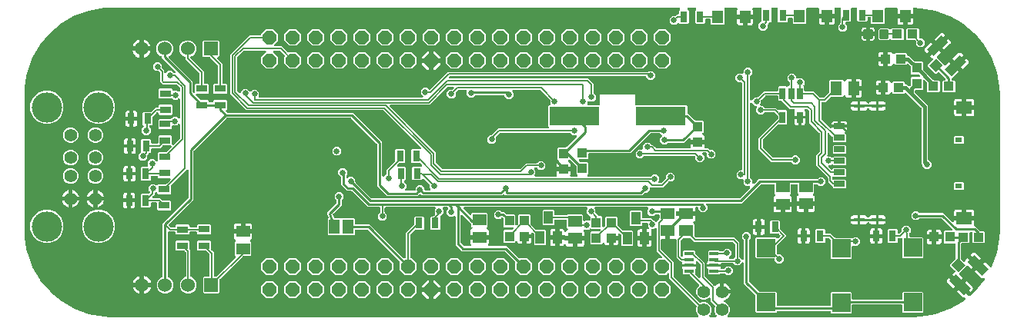
<source format=gbr>
G04 EAGLE Gerber RS-274X export*
G75*
%MOMM*%
%FSLAX34Y34*%
%LPD*%
%INTop Copper*%
%IPPOS*%
%AMOC8*
5,1,8,0,0,1.08239X$1,22.5*%
G01*
%ADD10R,1.500000X1.300000*%
%ADD11R,1.150000X0.650000*%
%ADD12R,1.300000X0.450000*%
%ADD13R,1.700000X1.400000*%
%ADD14R,0.800000X0.540000*%
%ADD15R,1.200000X1.400000*%
%ADD16R,1.530000X1.530000*%
%ADD17C,1.530000*%
%ADD18R,0.800000X1.200000*%
%ADD19R,2.000000X2.000000*%
%ADD20R,1.300000X1.500000*%
%ADD21P,1.649562X8X22.500000*%
%ADD22R,0.660400X1.270000*%
%ADD23R,0.635000X1.270000*%
%ADD24C,1.408000*%
%ADD25C,1.422400*%
%ADD26C,3.327400*%
%ADD27R,1.000000X1.400000*%
%ADD28R,1.000000X1.100000*%
%ADD29R,1.200000X0.800000*%
%ADD30R,1.041400X2.260600*%
%ADD31R,1.041400X1.092200*%
%ADD32R,5.511800X2.006600*%
%ADD33R,1.100000X1.000000*%
%ADD34C,0.300000*%
%ADD35R,1.168400X1.600200*%
%ADD36R,0.977900X0.431800*%
%ADD37R,1.050000X1.080000*%
%ADD38C,0.654800*%
%ADD39C,0.152400*%
%ADD40C,0.254000*%
%ADD41C,0.381000*%

G36*
X981638Y4249D02*
X981638Y4249D01*
X981678Y4248D01*
X989890Y4607D01*
X989893Y4607D01*
X989895Y4607D01*
X990055Y4625D01*
X1006231Y7477D01*
X1006260Y7486D01*
X1006290Y7489D01*
X1006445Y7534D01*
X1021879Y13152D01*
X1021906Y13166D01*
X1021936Y13174D01*
X1022080Y13245D01*
X1036305Y21458D01*
X1036329Y21476D01*
X1036356Y21490D01*
X1036486Y21585D01*
X1039064Y23748D01*
X1039103Y23791D01*
X1039150Y23827D01*
X1039211Y23907D01*
X1039280Y23981D01*
X1039308Y24033D01*
X1039343Y24079D01*
X1039383Y24172D01*
X1039431Y24261D01*
X1039445Y24318D01*
X1039468Y24372D01*
X1039484Y24471D01*
X1039508Y24570D01*
X1039508Y24628D01*
X1039517Y24686D01*
X1039507Y24786D01*
X1039506Y24888D01*
X1039491Y24944D01*
X1039485Y25003D01*
X1039451Y25097D01*
X1039425Y25195D01*
X1039396Y25246D01*
X1039376Y25301D01*
X1039319Y25385D01*
X1039270Y25473D01*
X1039230Y25515D01*
X1039196Y25564D01*
X1039120Y25630D01*
X1039051Y25703D01*
X1039001Y25734D01*
X1038957Y25773D01*
X1038867Y25818D01*
X1038781Y25872D01*
X1038725Y25890D01*
X1038673Y25916D01*
X1038574Y25938D01*
X1038478Y25968D01*
X1038420Y25972D01*
X1038362Y25984D01*
X1038201Y25989D01*
X1037661Y25969D01*
X1037009Y26118D01*
X1036418Y26431D01*
X1029753Y32625D01*
X1033299Y36440D01*
X1042391Y27992D01*
X1042424Y27968D01*
X1042452Y27938D01*
X1042552Y27875D01*
X1042649Y27806D01*
X1042687Y27791D01*
X1042721Y27770D01*
X1042835Y27734D01*
X1042945Y27690D01*
X1042985Y27686D01*
X1043024Y27673D01*
X1043143Y27666D01*
X1043261Y27652D01*
X1043301Y27657D01*
X1043342Y27655D01*
X1043458Y27678D01*
X1043576Y27694D01*
X1043614Y27709D01*
X1043654Y27717D01*
X1043761Y27768D01*
X1043871Y27812D01*
X1043904Y27836D01*
X1043941Y27854D01*
X1044070Y27949D01*
X1049069Y32143D01*
X1049089Y32165D01*
X1049114Y32183D01*
X1049225Y32299D01*
X1059783Y44882D01*
X1059799Y44907D01*
X1059821Y44929D01*
X1059910Y45063D01*
X1060369Y45858D01*
X1060370Y45861D01*
X1060372Y45863D01*
X1060431Y46005D01*
X1060492Y46151D01*
X1060492Y46154D01*
X1060493Y46157D01*
X1060515Y46306D01*
X1060538Y46465D01*
X1060538Y46469D01*
X1060538Y46472D01*
X1060521Y46629D01*
X1060505Y46782D01*
X1060504Y46785D01*
X1060504Y46788D01*
X1060448Y46936D01*
X1060394Y47080D01*
X1060393Y47082D01*
X1060392Y47085D01*
X1060303Y47212D01*
X1060213Y47341D01*
X1060211Y47343D01*
X1060209Y47346D01*
X1060092Y47446D01*
X1059972Y47549D01*
X1059970Y47550D01*
X1059967Y47552D01*
X1059830Y47620D01*
X1059688Y47691D01*
X1059685Y47691D01*
X1059682Y47693D01*
X1059530Y47724D01*
X1059377Y47757D01*
X1059373Y47757D01*
X1059370Y47758D01*
X1059217Y47750D01*
X1059059Y47744D01*
X1059056Y47743D01*
X1059053Y47743D01*
X1058896Y47705D01*
X1058350Y47537D01*
X1057681Y47513D01*
X1057029Y47662D01*
X1056438Y47975D01*
X1049773Y54169D01*
X1054183Y58914D01*
X1054252Y59010D01*
X1054328Y59103D01*
X1054345Y59139D01*
X1054368Y59172D01*
X1054411Y59283D01*
X1054462Y59391D01*
X1054469Y59431D01*
X1054484Y59468D01*
X1054498Y59587D01*
X1054520Y59704D01*
X1054517Y59744D01*
X1054522Y59784D01*
X1054507Y59902D01*
X1054499Y60021D01*
X1054486Y60059D01*
X1054481Y60099D01*
X1054436Y60210D01*
X1054399Y60323D01*
X1054377Y60357D01*
X1054362Y60395D01*
X1054292Y60491D01*
X1054228Y60591D01*
X1054186Y60634D01*
X1054174Y60651D01*
X1054158Y60664D01*
X1054117Y60708D01*
X1053186Y61573D01*
X1053187Y61574D01*
X1054118Y60709D01*
X1054215Y60639D01*
X1054307Y60564D01*
X1054344Y60547D01*
X1054376Y60523D01*
X1054487Y60480D01*
X1054595Y60430D01*
X1054635Y60422D01*
X1054673Y60408D01*
X1054791Y60393D01*
X1054908Y60372D01*
X1054948Y60374D01*
X1054988Y60369D01*
X1055107Y60385D01*
X1055225Y60393D01*
X1055263Y60406D01*
X1055304Y60411D01*
X1055414Y60455D01*
X1055527Y60492D01*
X1055561Y60514D01*
X1055599Y60529D01*
X1055695Y60600D01*
X1055795Y60664D01*
X1055839Y60705D01*
X1055855Y60717D01*
X1055868Y60733D01*
X1055912Y60775D01*
X1060321Y65520D01*
X1066459Y59816D01*
X1066503Y59785D01*
X1066541Y59746D01*
X1066632Y59692D01*
X1066717Y59631D01*
X1066768Y59611D01*
X1066814Y59583D01*
X1066915Y59553D01*
X1067014Y59515D01*
X1067067Y59509D01*
X1067119Y59493D01*
X1067225Y59490D01*
X1067329Y59477D01*
X1067383Y59484D01*
X1067437Y59482D01*
X1067540Y59504D01*
X1067645Y59518D01*
X1067695Y59538D01*
X1067748Y59550D01*
X1067842Y59597D01*
X1067940Y59637D01*
X1067983Y59669D01*
X1068032Y59693D01*
X1068111Y59762D01*
X1068196Y59825D01*
X1068231Y59867D01*
X1068271Y59902D01*
X1068331Y59989D01*
X1068398Y60071D01*
X1068421Y60120D01*
X1068451Y60164D01*
X1068516Y60312D01*
X1073834Y74923D01*
X1073836Y74930D01*
X1073836Y74932D01*
X1073838Y74942D01*
X1073841Y74953D01*
X1073853Y74981D01*
X1073891Y75137D01*
X1076743Y91313D01*
X1076744Y91315D01*
X1076744Y91318D01*
X1076761Y91478D01*
X1077120Y99691D01*
X1077119Y99706D01*
X1077121Y99746D01*
X1077121Y249746D01*
X1077119Y249762D01*
X1077120Y249801D01*
X1076761Y258014D01*
X1076761Y258017D01*
X1076761Y258019D01*
X1076743Y258179D01*
X1073891Y274355D01*
X1073882Y274384D01*
X1073879Y274414D01*
X1073834Y274569D01*
X1068216Y290003D01*
X1068202Y290030D01*
X1068194Y290060D01*
X1068123Y290204D01*
X1059910Y304429D01*
X1059892Y304453D01*
X1059878Y304480D01*
X1059792Y304598D01*
X1059783Y304610D01*
X1049225Y317193D01*
X1049203Y317213D01*
X1049185Y317238D01*
X1049069Y317349D01*
X1036486Y327907D01*
X1036460Y327923D01*
X1036439Y327945D01*
X1036305Y328034D01*
X1022080Y336247D01*
X1022052Y336258D01*
X1022027Y336276D01*
X1021879Y336340D01*
X1006445Y341958D01*
X1006423Y341963D01*
X1006403Y341972D01*
X1006395Y341974D01*
X1006387Y341977D01*
X1006231Y342015D01*
X990055Y344867D01*
X990053Y344868D01*
X990050Y344868D01*
X989890Y344885D01*
X982939Y345189D01*
X982785Y345176D01*
X982633Y345165D01*
X982628Y345163D01*
X982622Y345163D01*
X982476Y345113D01*
X982332Y345064D01*
X982327Y345061D01*
X982321Y345059D01*
X982194Y344975D01*
X982065Y344891D01*
X982061Y344887D01*
X982056Y344883D01*
X981954Y344771D01*
X981850Y344657D01*
X981847Y344652D01*
X981843Y344648D01*
X981772Y344513D01*
X981699Y344377D01*
X981698Y344371D01*
X981695Y344366D01*
X981660Y344218D01*
X981623Y344068D01*
X981623Y344062D01*
X981622Y344057D01*
X981624Y343905D01*
X981626Y343750D01*
X981627Y343742D01*
X981627Y343739D01*
X981630Y343729D01*
X981658Y343592D01*
X981691Y343468D01*
X981691Y338673D01*
X974420Y338673D01*
X974302Y338658D01*
X974183Y338651D01*
X974145Y338638D01*
X974105Y338633D01*
X973994Y338589D01*
X973881Y338553D01*
X973846Y338531D01*
X973809Y338516D01*
X973713Y338446D01*
X973612Y338383D01*
X973584Y338353D01*
X973552Y338329D01*
X973476Y338238D01*
X973394Y338151D01*
X973375Y338116D01*
X973349Y338084D01*
X973298Y337977D01*
X973241Y337873D01*
X973230Y337833D01*
X973213Y337797D01*
X973191Y337680D01*
X973161Y337565D01*
X973157Y337504D01*
X973153Y337484D01*
X973155Y337464D01*
X973151Y337404D01*
X973151Y336133D01*
X973149Y336133D01*
X973149Y337404D01*
X973134Y337522D01*
X973127Y337641D01*
X973114Y337679D01*
X973109Y337719D01*
X973065Y337830D01*
X973029Y337943D01*
X973007Y337978D01*
X972992Y338015D01*
X972922Y338111D01*
X972859Y338212D01*
X972829Y338240D01*
X972805Y338272D01*
X972714Y338348D01*
X972627Y338430D01*
X972592Y338449D01*
X972560Y338475D01*
X972453Y338526D01*
X972349Y338583D01*
X972309Y338594D01*
X972273Y338611D01*
X972156Y338633D01*
X972041Y338663D01*
X971980Y338667D01*
X971960Y338671D01*
X971940Y338669D01*
X971880Y338673D01*
X964609Y338673D01*
X964609Y343468D01*
X964659Y343653D01*
X964676Y343777D01*
X964699Y343900D01*
X964697Y343934D01*
X964702Y343968D01*
X964687Y344093D01*
X964680Y344218D01*
X964669Y344250D01*
X964665Y344284D01*
X964620Y344401D01*
X964582Y344520D01*
X964564Y344549D01*
X964551Y344581D01*
X964479Y344683D01*
X964412Y344789D01*
X964387Y344812D01*
X964367Y344840D01*
X964272Y344921D01*
X964180Y345007D01*
X964150Y345024D01*
X964125Y345045D01*
X964012Y345100D01*
X963902Y345161D01*
X963869Y345169D01*
X963838Y345184D01*
X963715Y345209D01*
X963594Y345240D01*
X963545Y345243D01*
X963527Y345247D01*
X963505Y345246D01*
X963433Y345251D01*
X951944Y345254D01*
X951826Y345239D01*
X951707Y345232D01*
X951669Y345219D01*
X951629Y345214D01*
X951518Y345170D01*
X951405Y345133D01*
X951371Y345112D01*
X951333Y345097D01*
X951237Y345027D01*
X951136Y344963D01*
X951108Y344934D01*
X951076Y344910D01*
X950999Y344818D01*
X950918Y344732D01*
X950899Y344697D01*
X950873Y344665D01*
X950822Y344557D01*
X950764Y344453D01*
X950754Y344414D01*
X950737Y344378D01*
X950715Y344261D01*
X950685Y344145D01*
X950681Y344085D01*
X950677Y344065D01*
X950679Y344045D01*
X950675Y343985D01*
X950675Y328502D01*
X949782Y327609D01*
X936518Y327609D01*
X935625Y328502D01*
X935625Y333694D01*
X935610Y333812D01*
X935603Y333931D01*
X935590Y333969D01*
X935585Y334010D01*
X935542Y334120D01*
X935505Y334233D01*
X935483Y334268D01*
X935468Y334305D01*
X935399Y334401D01*
X935335Y334502D01*
X935305Y334530D01*
X935282Y334563D01*
X935190Y334639D01*
X935103Y334720D01*
X935068Y334740D01*
X935037Y334765D01*
X934929Y334816D01*
X934825Y334874D01*
X934785Y334884D01*
X934749Y334901D01*
X934632Y334923D01*
X934517Y334953D01*
X934457Y334957D01*
X934437Y334961D01*
X934416Y334959D01*
X934356Y334963D01*
X932744Y334963D01*
X932626Y334948D01*
X932507Y334941D01*
X932469Y334928D01*
X932428Y334923D01*
X932318Y334880D01*
X932205Y334843D01*
X932170Y334821D01*
X932133Y334806D01*
X932037Y334737D01*
X931936Y334673D01*
X931908Y334643D01*
X931875Y334620D01*
X931799Y334528D01*
X931718Y334441D01*
X931698Y334406D01*
X931673Y334375D01*
X931622Y334267D01*
X931564Y334163D01*
X931554Y334123D01*
X931537Y334087D01*
X931515Y333970D01*
X931485Y333855D01*
X931481Y333795D01*
X931477Y333775D01*
X931479Y333754D01*
X931475Y333694D01*
X931475Y330618D01*
X930582Y329725D01*
X921318Y329725D01*
X920425Y330618D01*
X920425Y343994D01*
X920410Y344112D01*
X920403Y344231D01*
X920391Y344269D01*
X920385Y344310D01*
X920342Y344420D01*
X920305Y344533D01*
X920283Y344568D01*
X920268Y344605D01*
X920199Y344701D01*
X920135Y344802D01*
X920105Y344830D01*
X920082Y344863D01*
X919990Y344938D01*
X919903Y345020D01*
X919868Y345039D01*
X919837Y345065D01*
X919729Y345116D01*
X919625Y345173D01*
X919586Y345184D01*
X919549Y345201D01*
X919432Y345223D01*
X919317Y345253D01*
X919256Y345257D01*
X919237Y345261D01*
X919216Y345259D01*
X919156Y345263D01*
X914744Y345265D01*
X914626Y345250D01*
X914507Y345242D01*
X914469Y345230D01*
X914429Y345225D01*
X914318Y345181D01*
X914205Y345144D01*
X914171Y345123D01*
X914133Y345108D01*
X914037Y345038D01*
X913936Y344974D01*
X913908Y344945D01*
X913876Y344921D01*
X913799Y344829D01*
X913718Y344742D01*
X913699Y344707D01*
X913673Y344676D01*
X913622Y344568D01*
X913564Y344464D01*
X913554Y344425D01*
X913537Y344389D01*
X913515Y344271D01*
X913485Y344156D01*
X913481Y344096D01*
X913477Y344076D01*
X913479Y344056D01*
X913475Y343995D01*
X913475Y330618D01*
X912582Y329725D01*
X908215Y329725D01*
X908078Y329708D01*
X907939Y329695D01*
X907920Y329688D01*
X907900Y329685D01*
X907771Y329634D01*
X907640Y329587D01*
X907623Y329576D01*
X907604Y329568D01*
X907492Y329487D01*
X907377Y329409D01*
X907363Y329393D01*
X907347Y329382D01*
X907258Y329274D01*
X907166Y329170D01*
X907157Y329152D01*
X907144Y329137D01*
X907085Y329011D01*
X907022Y328887D01*
X907017Y328867D01*
X907008Y328849D01*
X906982Y328713D01*
X906952Y328577D01*
X906953Y328556D01*
X906949Y328537D01*
X906957Y328398D01*
X906962Y328259D01*
X906967Y328239D01*
X906968Y328219D01*
X907011Y328087D01*
X907050Y327953D01*
X907060Y327936D01*
X907066Y327917D01*
X907141Y327799D01*
X907212Y327679D01*
X907230Y327658D01*
X907237Y327648D01*
X907252Y327634D01*
X907318Y327559D01*
X909039Y325838D01*
X909039Y321862D01*
X906228Y319051D01*
X902252Y319051D01*
X899441Y321862D01*
X899441Y325838D01*
X901582Y327978D01*
X901642Y328056D01*
X901710Y328128D01*
X901739Y328181D01*
X901776Y328229D01*
X901816Y328320D01*
X901864Y328407D01*
X901879Y328465D01*
X901903Y328521D01*
X901918Y328619D01*
X901943Y328715D01*
X901949Y328815D01*
X901953Y328835D01*
X901951Y328847D01*
X901953Y328875D01*
X901953Y334487D01*
X902054Y334587D01*
X902114Y334666D01*
X902182Y334738D01*
X902211Y334791D01*
X902248Y334839D01*
X902288Y334930D01*
X902336Y335016D01*
X902351Y335075D01*
X902375Y335131D01*
X902390Y335229D01*
X902415Y335324D01*
X902421Y335424D01*
X902425Y335445D01*
X902423Y335457D01*
X902425Y335485D01*
X902425Y343999D01*
X902410Y344117D01*
X902403Y344236D01*
X902391Y344274D01*
X902385Y344315D01*
X902342Y344425D01*
X902305Y344538D01*
X902283Y344573D01*
X902268Y344610D01*
X902199Y344707D01*
X902135Y344807D01*
X902105Y344835D01*
X902082Y344868D01*
X901990Y344944D01*
X901903Y345025D01*
X901868Y345045D01*
X901837Y345071D01*
X901729Y345121D01*
X901625Y345179D01*
X901586Y345189D01*
X901549Y345206D01*
X901432Y345228D01*
X901317Y345258D01*
X901256Y345262D01*
X901237Y345266D01*
X901216Y345265D01*
X901156Y345268D01*
X896670Y345270D01*
X896545Y345254D01*
X896420Y345245D01*
X896388Y345234D01*
X896355Y345230D01*
X896238Y345184D01*
X896118Y345144D01*
X896090Y345125D01*
X896059Y345113D01*
X895957Y345039D01*
X895852Y344971D01*
X895829Y344946D01*
X895802Y344926D01*
X895721Y344829D01*
X895636Y344737D01*
X895620Y344707D01*
X895599Y344681D01*
X895545Y344567D01*
X895486Y344456D01*
X895478Y344424D01*
X895463Y344394D01*
X895440Y344270D01*
X895409Y344148D01*
X895410Y344114D01*
X895403Y344081D01*
X895411Y343956D01*
X895412Y343830D01*
X895422Y343782D01*
X895423Y343764D01*
X895430Y343743D01*
X895441Y343689D01*
X895441Y338889D01*
X888170Y338889D01*
X888052Y338874D01*
X887933Y338867D01*
X887895Y338854D01*
X887855Y338849D01*
X887744Y338805D01*
X887631Y338769D01*
X887596Y338747D01*
X887559Y338732D01*
X887463Y338662D01*
X887362Y338599D01*
X887334Y338569D01*
X887302Y338545D01*
X887226Y338454D01*
X887144Y338367D01*
X887125Y338332D01*
X887099Y338300D01*
X887048Y338193D01*
X886991Y338089D01*
X886980Y338049D01*
X886963Y338013D01*
X886941Y337896D01*
X886911Y337781D01*
X886907Y337720D01*
X886903Y337700D01*
X886905Y337680D01*
X886901Y337620D01*
X886901Y336349D01*
X886899Y336349D01*
X886899Y337620D01*
X886884Y337738D01*
X886877Y337857D01*
X886864Y337895D01*
X886859Y337935D01*
X886815Y338046D01*
X886779Y338159D01*
X886757Y338194D01*
X886742Y338231D01*
X886672Y338327D01*
X886609Y338428D01*
X886579Y338456D01*
X886555Y338488D01*
X886464Y338564D01*
X886377Y338646D01*
X886342Y338665D01*
X886310Y338691D01*
X886203Y338742D01*
X886099Y338799D01*
X886059Y338810D01*
X886023Y338827D01*
X885906Y338849D01*
X885791Y338879D01*
X885730Y338883D01*
X885710Y338887D01*
X885690Y338885D01*
X885630Y338889D01*
X878359Y338889D01*
X878359Y343691D01*
X878374Y343802D01*
X878398Y343925D01*
X878396Y343959D01*
X878401Y343993D01*
X878386Y344118D01*
X878378Y344243D01*
X878368Y344275D01*
X878364Y344309D01*
X878319Y344426D01*
X878280Y344545D01*
X878262Y344574D01*
X878250Y344606D01*
X878178Y344708D01*
X878110Y344814D01*
X878086Y344837D01*
X878066Y344865D01*
X877970Y344946D01*
X877879Y345032D01*
X877849Y345048D01*
X877823Y345070D01*
X877710Y345125D01*
X877600Y345186D01*
X877567Y345194D01*
X877537Y345209D01*
X877414Y345234D01*
X877292Y345265D01*
X877243Y345268D01*
X877225Y345272D01*
X877204Y345271D01*
X877132Y345275D01*
X865694Y345279D01*
X865576Y345264D01*
X865457Y345256D01*
X865419Y345244D01*
X865379Y345239D01*
X865268Y345195D01*
X865155Y345158D01*
X865121Y345137D01*
X865083Y345122D01*
X864987Y345052D01*
X864886Y344988D01*
X864858Y344959D01*
X864826Y344935D01*
X864750Y344843D01*
X864668Y344757D01*
X864648Y344721D01*
X864623Y344690D01*
X864572Y344582D01*
X864514Y344478D01*
X864504Y344439D01*
X864487Y344403D01*
X864465Y344285D01*
X864435Y344170D01*
X864431Y344110D01*
X864427Y344090D01*
X864429Y344070D01*
X864425Y344009D01*
X864425Y328718D01*
X863532Y327825D01*
X850268Y327825D01*
X849375Y328718D01*
X849375Y333094D01*
X849360Y333212D01*
X849353Y333331D01*
X849340Y333369D01*
X849335Y333410D01*
X849292Y333520D01*
X849255Y333633D01*
X849233Y333668D01*
X849218Y333705D01*
X849149Y333801D01*
X849085Y333902D01*
X849055Y333930D01*
X849032Y333963D01*
X848940Y334039D01*
X848853Y334120D01*
X848818Y334140D01*
X848787Y334165D01*
X848679Y334216D01*
X848575Y334274D01*
X848535Y334284D01*
X848499Y334301D01*
X848382Y334323D01*
X848267Y334353D01*
X848207Y334357D01*
X848187Y334361D01*
X848166Y334359D01*
X848106Y334363D01*
X845244Y334363D01*
X845126Y334348D01*
X845007Y334341D01*
X844969Y334328D01*
X844928Y334323D01*
X844818Y334280D01*
X844705Y334243D01*
X844670Y334221D01*
X844633Y334206D01*
X844537Y334137D01*
X844436Y334073D01*
X844408Y334043D01*
X844375Y334020D01*
X844299Y333928D01*
X844218Y333841D01*
X844198Y333806D01*
X844173Y333775D01*
X844122Y333667D01*
X844064Y333563D01*
X844054Y333523D01*
X844037Y333487D01*
X844015Y333370D01*
X843985Y333255D01*
X843981Y333195D01*
X843977Y333175D01*
X843979Y333154D01*
X843975Y333094D01*
X843975Y330018D01*
X843082Y329125D01*
X833818Y329125D01*
X832925Y330018D01*
X832925Y343322D01*
X832939Y343338D01*
X832948Y343357D01*
X832960Y343373D01*
X833016Y343500D01*
X833075Y343626D01*
X833079Y343646D01*
X833087Y343665D01*
X833108Y343802D01*
X833135Y343938D01*
X833133Y343959D01*
X833136Y343979D01*
X833123Y344117D01*
X833115Y344256D01*
X833109Y344275D01*
X833107Y344295D01*
X833060Y344426D01*
X833017Y344558D01*
X833006Y344576D01*
X832999Y344595D01*
X832921Y344710D01*
X832847Y344827D01*
X832832Y344841D01*
X832821Y344858D01*
X832717Y344950D01*
X832615Y345045D01*
X832597Y345055D01*
X832582Y345068D01*
X832459Y345131D01*
X832337Y345199D01*
X832317Y345204D01*
X832299Y345213D01*
X832163Y345243D01*
X832029Y345278D01*
X832001Y345280D01*
X831989Y345283D01*
X831968Y345282D01*
X831868Y345288D01*
X827031Y345290D01*
X826893Y345272D01*
X826754Y345259D01*
X826735Y345253D01*
X826716Y345250D01*
X826586Y345199D01*
X826455Y345152D01*
X826438Y345140D01*
X826420Y345133D01*
X826307Y345051D01*
X826192Y344973D01*
X826179Y344958D01*
X826162Y344946D01*
X826073Y344839D01*
X825981Y344735D01*
X825972Y344717D01*
X825960Y344701D01*
X825900Y344575D01*
X825837Y344451D01*
X825832Y344432D01*
X825824Y344414D01*
X825798Y344277D01*
X825767Y344141D01*
X825768Y344121D01*
X825764Y344101D01*
X825773Y343963D01*
X825777Y343823D01*
X825782Y343804D01*
X825784Y343784D01*
X825827Y343651D01*
X825865Y343518D01*
X825875Y343500D01*
X825882Y343481D01*
X825956Y343364D01*
X825975Y343332D01*
X825975Y330018D01*
X825082Y329125D01*
X824006Y329125D01*
X823888Y329110D01*
X823769Y329103D01*
X823731Y329090D01*
X823690Y329085D01*
X823580Y329042D01*
X823467Y329005D01*
X823432Y328983D01*
X823395Y328968D01*
X823299Y328899D01*
X823198Y328835D01*
X823170Y328805D01*
X823137Y328782D01*
X823061Y328690D01*
X822980Y328603D01*
X822960Y328568D01*
X822935Y328537D01*
X822884Y328429D01*
X822826Y328325D01*
X822816Y328285D01*
X822799Y328249D01*
X822777Y328132D01*
X822749Y328025D01*
X821780Y327057D01*
X821720Y326978D01*
X821652Y326906D01*
X821623Y326853D01*
X821586Y326805D01*
X821546Y326714D01*
X821498Y326628D01*
X821483Y326569D01*
X821459Y326513D01*
X821444Y326415D01*
X821419Y326320D01*
X821413Y326220D01*
X821409Y326199D01*
X821411Y326187D01*
X821409Y326159D01*
X821409Y323132D01*
X818598Y320321D01*
X814622Y320321D01*
X811811Y323132D01*
X811811Y327108D01*
X814554Y329850D01*
X814614Y329928D01*
X814682Y330000D01*
X814711Y330053D01*
X814748Y330101D01*
X814788Y330192D01*
X814836Y330279D01*
X814851Y330337D01*
X814875Y330393D01*
X814890Y330491D01*
X814915Y330587D01*
X814921Y330687D01*
X814925Y330707D01*
X814923Y330719D01*
X814925Y330747D01*
X814925Y343321D01*
X814944Y343344D01*
X814953Y343362D01*
X814965Y343378D01*
X815021Y343505D01*
X815080Y343631D01*
X815084Y343651D01*
X815092Y343670D01*
X815114Y343807D01*
X815140Y343943D01*
X815138Y343964D01*
X815142Y343984D01*
X815129Y344122D01*
X815120Y344261D01*
X815114Y344280D01*
X815112Y344301D01*
X815065Y344431D01*
X815022Y344563D01*
X815011Y344581D01*
X815004Y344600D01*
X814926Y344715D01*
X814852Y344832D01*
X814837Y344846D01*
X814826Y344863D01*
X814722Y344954D01*
X814621Y345050D01*
X814603Y345060D01*
X814587Y345074D01*
X814464Y345137D01*
X814342Y345204D01*
X814322Y345209D01*
X814304Y345218D01*
X814169Y345249D01*
X814034Y345283D01*
X814006Y345285D01*
X813994Y345288D01*
X813973Y345287D01*
X813873Y345294D01*
X806447Y345296D01*
X806315Y345279D01*
X806181Y345268D01*
X806157Y345259D01*
X806132Y345256D01*
X806007Y345207D01*
X805881Y345163D01*
X805860Y345148D01*
X805836Y345139D01*
X805728Y345060D01*
X805617Y344986D01*
X805599Y344967D01*
X805579Y344952D01*
X805493Y344849D01*
X805404Y344750D01*
X805392Y344727D01*
X805376Y344707D01*
X805319Y344586D01*
X805257Y344468D01*
X805251Y344443D01*
X805240Y344420D01*
X805215Y344289D01*
X805185Y344158D01*
X805185Y344132D01*
X805180Y344107D01*
X805189Y343974D01*
X805191Y343840D01*
X805198Y343816D01*
X805200Y343790D01*
X805212Y343751D01*
X805224Y343692D01*
X805441Y342884D01*
X805441Y338089D01*
X798170Y338089D01*
X798052Y338074D01*
X797933Y338067D01*
X797895Y338054D01*
X797855Y338049D01*
X797744Y338005D01*
X797631Y337969D01*
X797596Y337947D01*
X797559Y337932D01*
X797463Y337862D01*
X797362Y337799D01*
X797334Y337769D01*
X797302Y337745D01*
X797226Y337654D01*
X797144Y337567D01*
X797125Y337532D01*
X797099Y337500D01*
X797048Y337393D01*
X796991Y337289D01*
X796980Y337249D01*
X796963Y337213D01*
X796941Y337096D01*
X796911Y336981D01*
X796907Y336920D01*
X796903Y336900D01*
X796905Y336880D01*
X796904Y336876D01*
X796903Y336871D01*
X796904Y336865D01*
X796901Y336820D01*
X796901Y335549D01*
X796899Y335549D01*
X796899Y336820D01*
X796884Y336938D01*
X796877Y337057D01*
X796864Y337095D01*
X796859Y337135D01*
X796815Y337246D01*
X796779Y337359D01*
X796757Y337394D01*
X796742Y337431D01*
X796672Y337527D01*
X796609Y337628D01*
X796579Y337656D01*
X796555Y337688D01*
X796464Y337764D01*
X796377Y337846D01*
X796342Y337865D01*
X796310Y337891D01*
X796203Y337942D01*
X796099Y337999D01*
X796059Y338010D01*
X796023Y338027D01*
X795906Y338049D01*
X795791Y338079D01*
X795730Y338083D01*
X795710Y338087D01*
X795690Y338085D01*
X795630Y338089D01*
X788359Y338089D01*
X788359Y342884D01*
X788559Y343630D01*
X788563Y343639D01*
X788567Y343661D01*
X788569Y343666D01*
X788578Y343688D01*
X788598Y343820D01*
X788623Y343951D01*
X788621Y343977D01*
X788625Y344003D01*
X788611Y344136D01*
X788603Y344269D01*
X788595Y344293D01*
X788593Y344319D01*
X788546Y344444D01*
X788505Y344571D01*
X788491Y344593D01*
X788482Y344618D01*
X788407Y344727D01*
X788335Y344840D01*
X788316Y344858D01*
X788301Y344879D01*
X788201Y344966D01*
X788104Y345058D01*
X788081Y345070D01*
X788061Y345087D01*
X787942Y345147D01*
X787825Y345211D01*
X787800Y345218D01*
X787777Y345230D01*
X787646Y345258D01*
X787517Y345291D01*
X787481Y345293D01*
X787466Y345297D01*
X787444Y345296D01*
X787357Y345301D01*
X775366Y345305D01*
X775229Y345287D01*
X775090Y345274D01*
X775071Y345267D01*
X775051Y345265D01*
X774921Y345214D01*
X774790Y345167D01*
X774774Y345155D01*
X774755Y345148D01*
X774642Y345066D01*
X774527Y344988D01*
X774514Y344973D01*
X774498Y344961D01*
X774408Y344854D01*
X774317Y344750D01*
X774308Y344732D01*
X774295Y344716D01*
X774235Y344590D01*
X774172Y344466D01*
X774168Y344447D01*
X774159Y344429D01*
X774133Y344292D01*
X774102Y344156D01*
X774103Y344136D01*
X774099Y344116D01*
X774108Y343978D01*
X774112Y343838D01*
X774118Y343819D01*
X774119Y343799D01*
X774162Y343667D01*
X774200Y343533D01*
X774211Y343515D01*
X774217Y343496D01*
X774291Y343379D01*
X774362Y343259D01*
X774380Y343238D01*
X774387Y343228D01*
X774402Y343214D01*
X774425Y343187D01*
X774425Y327918D01*
X773532Y327025D01*
X760268Y327025D01*
X759375Y327918D01*
X759375Y331994D01*
X759360Y332112D01*
X759353Y332231D01*
X759340Y332269D01*
X759335Y332310D01*
X759292Y332420D01*
X759255Y332533D01*
X759233Y332568D01*
X759218Y332605D01*
X759149Y332701D01*
X759085Y332802D01*
X759055Y332830D01*
X759032Y332863D01*
X758940Y332939D01*
X758853Y333020D01*
X758818Y333040D01*
X758787Y333065D01*
X758679Y333116D01*
X758575Y333174D01*
X758535Y333184D01*
X758499Y333201D01*
X758382Y333223D01*
X758267Y333253D01*
X758207Y333257D01*
X758187Y333261D01*
X758166Y333259D01*
X758106Y333263D01*
X754344Y333263D01*
X754226Y333248D01*
X754107Y333241D01*
X754069Y333228D01*
X754028Y333223D01*
X753918Y333180D01*
X753805Y333143D01*
X753770Y333121D01*
X753733Y333106D01*
X753637Y333037D01*
X753536Y332973D01*
X753508Y332943D01*
X753475Y332920D01*
X753399Y332828D01*
X753318Y332741D01*
X753298Y332706D01*
X753273Y332675D01*
X753222Y332567D01*
X753164Y332463D01*
X753154Y332423D01*
X753137Y332387D01*
X753115Y332270D01*
X753085Y332155D01*
X753081Y332095D01*
X753077Y332075D01*
X753079Y332054D01*
X753075Y331994D01*
X753075Y328918D01*
X752182Y328025D01*
X742918Y328025D01*
X742025Y328918D01*
X742025Y342182D01*
X742991Y343148D01*
X743076Y343257D01*
X743165Y343364D01*
X743174Y343383D01*
X743186Y343399D01*
X743241Y343526D01*
X743301Y343652D01*
X743304Y343672D01*
X743313Y343691D01*
X743334Y343828D01*
X743360Y343964D01*
X743359Y343984D01*
X743362Y344005D01*
X743349Y344144D01*
X743341Y344282D01*
X743334Y344301D01*
X743333Y344321D01*
X743285Y344452D01*
X743243Y344584D01*
X743232Y344601D01*
X743225Y344621D01*
X743147Y344736D01*
X743073Y344853D01*
X743058Y344867D01*
X743046Y344884D01*
X742942Y344976D01*
X742841Y345071D01*
X742823Y345081D01*
X742808Y345094D01*
X742684Y345157D01*
X742563Y345224D01*
X742543Y345230D01*
X742525Y345239D01*
X742389Y345269D01*
X742255Y345304D01*
X742226Y345306D01*
X742214Y345309D01*
X742194Y345308D01*
X742094Y345314D01*
X735005Y345316D01*
X734866Y345299D01*
X734728Y345286D01*
X734709Y345279D01*
X734689Y345277D01*
X734560Y345225D01*
X734429Y345178D01*
X734412Y345167D01*
X734393Y345160D01*
X734281Y345078D01*
X734165Y345000D01*
X734152Y344985D01*
X734136Y344973D01*
X734046Y344865D01*
X733955Y344761D01*
X733946Y344743D01*
X733933Y344728D01*
X733873Y344602D01*
X733810Y344478D01*
X733806Y344459D01*
X733797Y344440D01*
X733771Y344303D01*
X733741Y344168D01*
X733741Y344148D01*
X733738Y344128D01*
X733746Y343990D01*
X733750Y343850D01*
X733756Y343830D01*
X733757Y343811D01*
X733800Y343678D01*
X733839Y343544D01*
X733849Y343527D01*
X733855Y343508D01*
X733930Y343390D01*
X734000Y343270D01*
X734019Y343250D01*
X734025Y343239D01*
X734040Y343225D01*
X734107Y343150D01*
X735075Y342182D01*
X735075Y328918D01*
X734182Y328025D01*
X724918Y328025D01*
X724438Y328506D01*
X724344Y328579D01*
X724254Y328658D01*
X724218Y328676D01*
X724186Y328701D01*
X724077Y328748D01*
X723971Y328802D01*
X723932Y328811D01*
X723894Y328827D01*
X723777Y328846D01*
X723661Y328872D01*
X723620Y328871D01*
X723580Y328877D01*
X723462Y328866D01*
X723343Y328862D01*
X723304Y328851D01*
X723264Y328847D01*
X723152Y328807D01*
X723037Y328774D01*
X723003Y328754D01*
X722964Y328740D01*
X722866Y328673D01*
X722763Y328613D01*
X722718Y328573D01*
X722701Y328561D01*
X722688Y328546D01*
X722643Y328506D01*
X720808Y326671D01*
X716832Y326671D01*
X714021Y329482D01*
X714021Y333458D01*
X716832Y336269D01*
X719859Y336269D01*
X719957Y336281D01*
X720056Y336284D01*
X720114Y336301D01*
X720175Y336309D01*
X720267Y336345D01*
X720362Y336373D01*
X720414Y336403D01*
X720470Y336426D01*
X720550Y336484D01*
X720636Y336534D01*
X720711Y336600D01*
X720728Y336612D01*
X720735Y336622D01*
X720757Y336640D01*
X721953Y337837D01*
X722756Y337837D01*
X722874Y337852D01*
X722993Y337859D01*
X723031Y337872D01*
X723072Y337877D01*
X723182Y337920D01*
X723295Y337957D01*
X723330Y337979D01*
X723367Y337994D01*
X723463Y338063D01*
X723564Y338127D01*
X723592Y338157D01*
X723625Y338180D01*
X723701Y338272D01*
X723782Y338359D01*
X723802Y338394D01*
X723827Y338425D01*
X723878Y338533D01*
X723936Y338637D01*
X723946Y338677D01*
X723963Y338713D01*
X723985Y338830D01*
X724015Y338945D01*
X724019Y339005D01*
X724023Y339025D01*
X724021Y339046D01*
X724025Y339106D01*
X724025Y342182D01*
X724996Y343153D01*
X725081Y343262D01*
X725170Y343369D01*
X725179Y343388D01*
X725191Y343404D01*
X725246Y343531D01*
X725306Y343657D01*
X725310Y343677D01*
X725318Y343696D01*
X725340Y343833D01*
X725366Y343969D01*
X725364Y343990D01*
X725368Y344010D01*
X725354Y344149D01*
X725346Y344287D01*
X725340Y344306D01*
X725338Y344327D01*
X725291Y344457D01*
X725248Y344589D01*
X725237Y344607D01*
X725230Y344626D01*
X725152Y344741D01*
X725078Y344858D01*
X725063Y344872D01*
X725052Y344889D01*
X724947Y344981D01*
X724846Y345076D01*
X724828Y345086D01*
X724813Y345099D01*
X724689Y345163D01*
X724568Y345230D01*
X724548Y345235D01*
X724530Y345244D01*
X724395Y345274D01*
X724260Y345309D01*
X724232Y345311D01*
X724220Y345314D01*
X724199Y345313D01*
X724099Y345319D01*
X100000Y345499D01*
X99984Y345497D01*
X99944Y345498D01*
X91732Y345139D01*
X91729Y345139D01*
X91727Y345139D01*
X91567Y345121D01*
X75391Y342269D01*
X75362Y342260D01*
X75332Y342257D01*
X75177Y342212D01*
X59743Y336594D01*
X59716Y336580D01*
X59686Y336572D01*
X59542Y336501D01*
X45317Y328288D01*
X45293Y328270D01*
X45266Y328256D01*
X45136Y328161D01*
X32553Y317603D01*
X32533Y317581D01*
X32508Y317563D01*
X32397Y317447D01*
X21839Y304864D01*
X21823Y304838D01*
X21801Y304817D01*
X21712Y304683D01*
X13499Y290458D01*
X13488Y290430D01*
X13470Y290405D01*
X13406Y290257D01*
X7788Y274823D01*
X7781Y274793D01*
X7769Y274765D01*
X7731Y274609D01*
X4879Y258433D01*
X4878Y258431D01*
X4878Y258428D01*
X4861Y258268D01*
X4502Y250055D01*
X4503Y250040D01*
X4501Y250000D01*
X4501Y100000D01*
X4503Y99984D01*
X4502Y99944D01*
X4861Y91732D01*
X4861Y91729D01*
X4861Y91727D01*
X4879Y91567D01*
X7731Y75391D01*
X7740Y75362D01*
X7743Y75332D01*
X7788Y75177D01*
X13406Y59743D01*
X13420Y59716D01*
X13428Y59686D01*
X13499Y59542D01*
X21712Y45317D01*
X21730Y45293D01*
X21744Y45266D01*
X21839Y45136D01*
X32397Y32553D01*
X32419Y32533D01*
X32437Y32508D01*
X32553Y32397D01*
X45136Y21839D01*
X45162Y21823D01*
X45183Y21801D01*
X45317Y21712D01*
X59542Y13499D01*
X59570Y13488D01*
X59595Y13470D01*
X59743Y13406D01*
X75177Y7788D01*
X75207Y7781D01*
X75235Y7769D01*
X75391Y7731D01*
X91567Y4879D01*
X91569Y4878D01*
X91572Y4878D01*
X91732Y4861D01*
X99945Y4502D01*
X99960Y4503D01*
X100000Y4501D01*
X102380Y4501D01*
X102390Y4500D01*
X744580Y4315D01*
X744718Y4332D01*
X744857Y4345D01*
X744876Y4352D01*
X744896Y4355D01*
X745025Y4406D01*
X745156Y4453D01*
X745173Y4464D01*
X745191Y4472D01*
X745304Y4554D01*
X745419Y4632D01*
X745432Y4647D01*
X745449Y4658D01*
X745538Y4766D01*
X745630Y4870D01*
X745639Y4888D01*
X745652Y4903D01*
X745711Y5030D01*
X745774Y5153D01*
X745779Y5173D01*
X745787Y5191D01*
X745813Y5328D01*
X745844Y5464D01*
X745843Y5484D01*
X745847Y5503D01*
X745838Y5642D01*
X745834Y5781D01*
X745829Y5801D01*
X745827Y5821D01*
X745785Y5953D01*
X745746Y6087D01*
X745736Y6104D01*
X745729Y6123D01*
X745655Y6241D01*
X745584Y6361D01*
X745566Y6382D01*
X745559Y6392D01*
X745545Y6406D01*
X745478Y6482D01*
X744427Y7532D01*
X743123Y10680D01*
X743123Y14088D01*
X743861Y15869D01*
X743869Y15897D01*
X743882Y15924D01*
X743911Y16051D01*
X743945Y16176D01*
X743945Y16205D01*
X743952Y16234D01*
X743948Y16364D01*
X743950Y16494D01*
X743943Y16522D01*
X743942Y16552D01*
X743906Y16677D01*
X743876Y16803D01*
X743862Y16829D01*
X743854Y16857D01*
X743788Y16969D01*
X743727Y17084D01*
X743707Y17106D01*
X743692Y17131D01*
X743586Y17252D01*
X715231Y45608D01*
X713519Y47319D01*
X713519Y51822D01*
X713502Y51960D01*
X713489Y52099D01*
X713482Y52118D01*
X713479Y52138D01*
X713428Y52267D01*
X713381Y52398D01*
X713370Y52415D01*
X713362Y52434D01*
X713281Y52546D01*
X713203Y52661D01*
X713187Y52675D01*
X713176Y52691D01*
X713068Y52780D01*
X712964Y52872D01*
X712946Y52881D01*
X712931Y52894D01*
X712805Y52953D01*
X712681Y53016D01*
X712661Y53021D01*
X712643Y53029D01*
X712507Y53055D01*
X712371Y53086D01*
X712350Y53085D01*
X712331Y53089D01*
X712192Y53081D01*
X712053Y53076D01*
X712033Y53071D01*
X712013Y53069D01*
X711881Y53027D01*
X711747Y52988D01*
X711730Y52978D01*
X711711Y52971D01*
X711593Y52897D01*
X711473Y52826D01*
X711452Y52808D01*
X711442Y52801D01*
X711428Y52786D01*
X711353Y52720D01*
X709688Y51055D01*
X702112Y51055D01*
X696755Y56412D01*
X696755Y63988D01*
X702112Y69345D01*
X704466Y69345D01*
X704604Y69362D01*
X704743Y69375D01*
X704762Y69382D01*
X704782Y69385D01*
X704911Y69436D01*
X705042Y69483D01*
X705059Y69494D01*
X705078Y69502D01*
X705190Y69583D01*
X705305Y69661D01*
X705319Y69677D01*
X705335Y69688D01*
X705424Y69796D01*
X705516Y69900D01*
X705525Y69918D01*
X705538Y69933D01*
X705597Y70059D01*
X705660Y70183D01*
X705665Y70203D01*
X705673Y70221D01*
X705699Y70357D01*
X705730Y70493D01*
X705729Y70514D01*
X705733Y70533D01*
X705724Y70672D01*
X705720Y70811D01*
X705715Y70831D01*
X705713Y70851D01*
X705670Y70983D01*
X705632Y71117D01*
X705622Y71134D01*
X705615Y71153D01*
X705541Y71271D01*
X705470Y71391D01*
X705452Y71412D01*
X705445Y71422D01*
X705430Y71436D01*
X705364Y71511D01*
X701481Y75395D01*
X699769Y77106D01*
X699769Y101246D01*
X699752Y101384D01*
X699739Y101522D01*
X699732Y101541D01*
X699729Y101561D01*
X699678Y101690D01*
X699631Y101821D01*
X699620Y101838D01*
X699612Y101857D01*
X699531Y101969D01*
X699453Y102084D01*
X699437Y102098D01*
X699426Y102114D01*
X699318Y102203D01*
X699214Y102295D01*
X699196Y102304D01*
X699181Y102317D01*
X699055Y102376D01*
X698931Y102439D01*
X698911Y102444D01*
X698893Y102453D01*
X698756Y102479D01*
X698621Y102509D01*
X698600Y102508D01*
X698581Y102512D01*
X698442Y102504D01*
X698303Y102499D01*
X698283Y102494D01*
X698263Y102493D01*
X698131Y102450D01*
X697997Y102411D01*
X697980Y102401D01*
X697961Y102395D01*
X697843Y102320D01*
X697723Y102249D01*
X697702Y102231D01*
X697692Y102224D01*
X697678Y102209D01*
X697603Y102143D01*
X696960Y101500D01*
X694863Y101500D01*
X694732Y101484D01*
X694600Y101473D01*
X694575Y101464D01*
X694548Y101460D01*
X694425Y101412D01*
X694300Y101368D01*
X694277Y101353D01*
X694252Y101343D01*
X694145Y101266D01*
X694035Y101192D01*
X694017Y101172D01*
X693995Y101157D01*
X693910Y101054D01*
X693822Y100956D01*
X693809Y100932D01*
X693792Y100912D01*
X693736Y100792D01*
X693674Y100674D01*
X693668Y100648D01*
X693657Y100624D01*
X693632Y100494D01*
X693601Y100365D01*
X693602Y100338D01*
X693597Y100312D01*
X693605Y100179D01*
X693608Y100047D01*
X693615Y100021D01*
X693617Y99994D01*
X693657Y99868D01*
X693693Y99740D01*
X693710Y99706D01*
X693715Y99692D01*
X693726Y99673D01*
X693764Y99596D01*
X693768Y99591D01*
X693941Y98944D01*
X693941Y94109D01*
X688899Y94109D01*
X688899Y101151D01*
X690270Y101151D01*
X690408Y101168D01*
X690546Y101181D01*
X690565Y101188D01*
X690585Y101191D01*
X690714Y101242D01*
X690845Y101289D01*
X690862Y101300D01*
X690881Y101308D01*
X690993Y101389D01*
X691108Y101467D01*
X691122Y101483D01*
X691138Y101494D01*
X691227Y101602D01*
X691319Y101706D01*
X691328Y101724D01*
X691341Y101739D01*
X691400Y101865D01*
X691463Y101989D01*
X691468Y102009D01*
X691477Y102027D01*
X691503Y102163D01*
X691533Y102299D01*
X691532Y102320D01*
X691536Y102339D01*
X691528Y102478D01*
X691523Y102617D01*
X691518Y102637D01*
X691517Y102657D01*
X691474Y102789D01*
X691435Y102923D01*
X691425Y102940D01*
X691419Y102959D01*
X691344Y103077D01*
X691273Y103197D01*
X691255Y103218D01*
X691248Y103228D01*
X691233Y103242D01*
X691167Y103317D01*
X690173Y104311D01*
X690173Y107260D01*
X690158Y107378D01*
X690151Y107497D01*
X690138Y107535D01*
X690133Y107576D01*
X690090Y107686D01*
X690053Y107799D01*
X690031Y107834D01*
X690016Y107871D01*
X689947Y107967D01*
X689883Y108068D01*
X689853Y108096D01*
X689830Y108129D01*
X689738Y108204D01*
X689651Y108286D01*
X689616Y108306D01*
X689585Y108331D01*
X689477Y108382D01*
X689373Y108440D01*
X689333Y108450D01*
X689297Y108467D01*
X689180Y108489D01*
X689065Y108519D01*
X689005Y108523D01*
X688985Y108527D01*
X688964Y108525D01*
X688904Y108529D01*
X684694Y108529D01*
X684576Y108514D01*
X684457Y108507D01*
X684419Y108494D01*
X684378Y108489D01*
X684268Y108446D01*
X684155Y108409D01*
X684120Y108387D01*
X684083Y108372D01*
X683987Y108303D01*
X683886Y108239D01*
X683858Y108209D01*
X683825Y108186D01*
X683749Y108094D01*
X683668Y108007D01*
X683648Y107972D01*
X683623Y107941D01*
X683572Y107833D01*
X683514Y107729D01*
X683504Y107689D01*
X683487Y107653D01*
X683465Y107536D01*
X683435Y107421D01*
X683431Y107361D01*
X683427Y107341D01*
X683429Y107320D01*
X683425Y107260D01*
X683425Y105978D01*
X682532Y105085D01*
X671268Y105085D01*
X670375Y105978D01*
X670375Y121242D01*
X671268Y122135D01*
X682532Y122135D01*
X683425Y121242D01*
X683425Y114372D01*
X683440Y114254D01*
X683447Y114135D01*
X683460Y114097D01*
X683465Y114056D01*
X683508Y113946D01*
X683545Y113833D01*
X683567Y113798D01*
X683582Y113761D01*
X683651Y113665D01*
X683715Y113564D01*
X683745Y113536D01*
X683768Y113503D01*
X683860Y113427D01*
X683947Y113346D01*
X683982Y113326D01*
X684013Y113301D01*
X684121Y113250D01*
X684225Y113192D01*
X684265Y113182D01*
X684301Y113165D01*
X684418Y113143D01*
X684533Y113113D01*
X684593Y113109D01*
X684613Y113105D01*
X684634Y113107D01*
X684694Y113103D01*
X693942Y113103D01*
X695547Y111497D01*
X695548Y111497D01*
X695575Y111469D01*
X695654Y111409D01*
X695726Y111341D01*
X695779Y111312D01*
X695827Y111275D01*
X695918Y111235D01*
X696004Y111187D01*
X696063Y111172D01*
X696119Y111148D01*
X696217Y111133D01*
X696312Y111108D01*
X696412Y111102D01*
X696433Y111098D01*
X696445Y111100D01*
X696473Y111098D01*
X696960Y111098D01*
X698186Y109871D01*
X698280Y109798D01*
X698370Y109719D01*
X698406Y109701D01*
X698438Y109676D01*
X698547Y109629D01*
X698653Y109575D01*
X698692Y109566D01*
X698729Y109550D01*
X698847Y109531D01*
X698963Y109505D01*
X699003Y109506D01*
X699043Y109500D01*
X699162Y109511D01*
X699281Y109515D01*
X699320Y109526D01*
X699360Y109530D01*
X699472Y109570D01*
X699587Y109603D01*
X699621Y109624D01*
X699659Y109637D01*
X699758Y109704D01*
X699860Y109765D01*
X699906Y109805D01*
X699923Y109816D01*
X699936Y109831D01*
X699981Y109871D01*
X701480Y111370D01*
X701481Y111370D01*
X702500Y112389D01*
X702560Y112468D01*
X702628Y112540D01*
X702657Y112593D01*
X702694Y112641D01*
X702734Y112732D01*
X702782Y112818D01*
X702797Y112877D01*
X702821Y112933D01*
X702836Y113031D01*
X702861Y113126D01*
X702867Y113226D01*
X702871Y113247D01*
X702869Y113259D01*
X702871Y113287D01*
X702871Y116558D01*
X702856Y116676D01*
X702849Y116795D01*
X702836Y116833D01*
X702831Y116874D01*
X702788Y116984D01*
X702751Y117097D01*
X702729Y117132D01*
X702714Y117169D01*
X702645Y117265D01*
X702581Y117366D01*
X702551Y117394D01*
X702528Y117427D01*
X702436Y117503D01*
X702349Y117584D01*
X702314Y117604D01*
X702283Y117629D01*
X702175Y117680D01*
X702071Y117738D01*
X702031Y117748D01*
X701995Y117765D01*
X701878Y117787D01*
X701763Y117817D01*
X701703Y117821D01*
X701683Y117825D01*
X701662Y117823D01*
X701602Y117827D01*
X698953Y117827D01*
X698855Y117815D01*
X698756Y117812D01*
X698698Y117795D01*
X698638Y117787D01*
X698546Y117751D01*
X698451Y117723D01*
X698399Y117693D01*
X698342Y117670D01*
X698262Y117612D01*
X698177Y117562D01*
X698101Y117496D01*
X698085Y117484D01*
X698077Y117474D01*
X698056Y117456D01*
X696424Y115823D01*
X692448Y115823D01*
X689637Y118634D01*
X689637Y122610D01*
X690590Y123563D01*
X690675Y123672D01*
X690764Y123779D01*
X690773Y123798D01*
X690785Y123814D01*
X690840Y123941D01*
X690900Y124067D01*
X690903Y124087D01*
X690911Y124106D01*
X690933Y124244D01*
X690959Y124380D01*
X690958Y124400D01*
X690961Y124420D01*
X690948Y124559D01*
X690940Y124697D01*
X690933Y124716D01*
X690931Y124736D01*
X690884Y124868D01*
X690842Y124999D01*
X690831Y125017D01*
X690824Y125036D01*
X690746Y125151D01*
X690671Y125268D01*
X690657Y125282D01*
X690645Y125299D01*
X690541Y125391D01*
X690440Y125486D01*
X690422Y125496D01*
X690407Y125509D01*
X690283Y125573D01*
X690161Y125640D01*
X690142Y125645D01*
X690124Y125654D01*
X689988Y125684D01*
X689853Y125719D01*
X689825Y125721D01*
X689813Y125724D01*
X689793Y125723D01*
X689693Y125729D01*
X632687Y125729D01*
X632549Y125712D01*
X632411Y125699D01*
X632392Y125692D01*
X632372Y125689D01*
X632243Y125638D01*
X632112Y125591D01*
X632095Y125580D01*
X632076Y125572D01*
X631964Y125491D01*
X631849Y125413D01*
X631835Y125397D01*
X631819Y125386D01*
X631730Y125278D01*
X631638Y125174D01*
X631629Y125156D01*
X631616Y125141D01*
X631557Y125015D01*
X631494Y124891D01*
X631489Y124871D01*
X631480Y124853D01*
X631454Y124716D01*
X631424Y124581D01*
X631425Y124560D01*
X631421Y124541D01*
X631429Y124402D01*
X631434Y124263D01*
X631439Y124243D01*
X631440Y124223D01*
X631483Y124091D01*
X631522Y123957D01*
X631532Y123940D01*
X631538Y123921D01*
X631613Y123803D01*
X631684Y123683D01*
X631702Y123662D01*
X631709Y123652D01*
X631724Y123638D01*
X631790Y123563D01*
X632433Y122920D01*
X632433Y119893D01*
X632445Y119795D01*
X632448Y119696D01*
X632465Y119638D01*
X632473Y119577D01*
X632509Y119485D01*
X632537Y119390D01*
X632567Y119338D01*
X632590Y119282D01*
X632648Y119202D01*
X632698Y119116D01*
X632764Y119041D01*
X632776Y119024D01*
X632786Y119017D01*
X632804Y118995D01*
X635683Y116116D01*
X635762Y116056D01*
X635834Y115988D01*
X635887Y115959D01*
X635935Y115922D01*
X636026Y115882D01*
X636112Y115834D01*
X636171Y115819D01*
X636227Y115795D01*
X636325Y115780D01*
X636420Y115755D01*
X636520Y115749D01*
X636541Y115745D01*
X636553Y115747D01*
X636581Y115745D01*
X639022Y115745D01*
X639915Y114852D01*
X639915Y104827D01*
X639932Y104689D01*
X639945Y104551D01*
X639952Y104531D01*
X639955Y104511D01*
X640006Y104382D01*
X640053Y104251D01*
X640064Y104234D01*
X640072Y104216D01*
X640153Y104103D01*
X640231Y103988D01*
X640247Y103975D01*
X640258Y103958D01*
X640366Y103869D01*
X640470Y103778D01*
X640488Y103768D01*
X640503Y103756D01*
X640629Y103696D01*
X640753Y103633D01*
X640773Y103629D01*
X640791Y103620D01*
X640927Y103594D01*
X641063Y103563D01*
X641084Y103564D01*
X641103Y103560D01*
X641242Y103569D01*
X641381Y103573D01*
X641401Y103579D01*
X641421Y103580D01*
X641553Y103623D01*
X641687Y103661D01*
X641704Y103672D01*
X641723Y103678D01*
X641841Y103752D01*
X641961Y103823D01*
X641982Y103842D01*
X641992Y103848D01*
X642006Y103863D01*
X642081Y103929D01*
X642956Y104803D01*
X643016Y104882D01*
X643084Y104954D01*
X643113Y105007D01*
X643150Y105055D01*
X643190Y105146D01*
X643238Y105232D01*
X643253Y105291D01*
X643277Y105347D01*
X643292Y105445D01*
X643317Y105540D01*
X643323Y105640D01*
X643327Y105661D01*
X643325Y105673D01*
X643327Y105701D01*
X643327Y114598D01*
X644220Y115491D01*
X655484Y115491D01*
X656377Y114598D01*
X656377Y106393D01*
X656389Y106295D01*
X656392Y106196D01*
X656409Y106137D01*
X656417Y106077D01*
X656453Y105985D01*
X656481Y105890D01*
X656511Y105838D01*
X656534Y105782D01*
X656592Y105702D01*
X656642Y105616D01*
X656708Y105541D01*
X656720Y105524D01*
X656730Y105517D01*
X656748Y105495D01*
X661737Y100506D01*
X661816Y100446D01*
X661888Y100378D01*
X661941Y100349D01*
X661989Y100312D01*
X662080Y100272D01*
X662166Y100224D01*
X662225Y100209D01*
X662281Y100185D01*
X662379Y100170D01*
X662474Y100145D01*
X662574Y100139D01*
X662595Y100135D01*
X662607Y100137D01*
X662635Y100135D01*
X673032Y100135D01*
X673925Y99242D01*
X673925Y83978D01*
X673032Y83085D01*
X661768Y83085D01*
X660875Y83978D01*
X660875Y94375D01*
X660863Y94473D01*
X660860Y94572D01*
X660853Y94595D01*
X660853Y94600D01*
X660843Y94631D01*
X660835Y94691D01*
X660799Y94782D01*
X660771Y94878D01*
X660741Y94930D01*
X660718Y94986D01*
X660660Y95066D01*
X660610Y95152D01*
X660544Y95227D01*
X660532Y95244D01*
X660522Y95251D01*
X660504Y95273D01*
X659559Y96217D01*
X659450Y96302D01*
X659343Y96390D01*
X659324Y96399D01*
X659308Y96412D01*
X659180Y96467D01*
X659055Y96526D01*
X659035Y96530D01*
X659016Y96538D01*
X658878Y96560D01*
X658742Y96586D01*
X658722Y96585D01*
X658702Y96588D01*
X658563Y96575D01*
X658425Y96566D01*
X658406Y96560D01*
X658386Y96558D01*
X658254Y96511D01*
X658123Y96468D01*
X658105Y96457D01*
X658086Y96450D01*
X657971Y96372D01*
X657854Y96298D01*
X657840Y96283D01*
X657823Y96272D01*
X657731Y96168D01*
X657636Y96066D01*
X657626Y96048D01*
X657613Y96033D01*
X657550Y95910D01*
X657482Y95788D01*
X657477Y95768D01*
X657468Y95750D01*
X657438Y95614D01*
X657403Y95480D01*
X657401Y95452D01*
X657398Y95440D01*
X657399Y95419D01*
X657393Y95319D01*
X657393Y93965D01*
X651082Y93965D01*
X650964Y93950D01*
X650845Y93943D01*
X650807Y93930D01*
X650767Y93925D01*
X650656Y93882D01*
X650543Y93845D01*
X650509Y93823D01*
X650471Y93808D01*
X650375Y93739D01*
X650274Y93675D01*
X650246Y93645D01*
X650214Y93622D01*
X650138Y93530D01*
X650056Y93443D01*
X650037Y93408D01*
X650011Y93377D01*
X649960Y93269D01*
X649903Y93165D01*
X649893Y93125D01*
X649875Y93089D01*
X649853Y92972D01*
X649823Y92857D01*
X649819Y92797D01*
X649816Y92777D01*
X649817Y92756D01*
X649813Y92696D01*
X649813Y91505D01*
X648622Y91505D01*
X648504Y91490D01*
X648385Y91483D01*
X648347Y91470D01*
X648306Y91465D01*
X648196Y91421D01*
X648083Y91385D01*
X648048Y91363D01*
X648011Y91348D01*
X647914Y91278D01*
X647814Y91215D01*
X647786Y91185D01*
X647753Y91161D01*
X647677Y91070D01*
X647596Y90983D01*
X647576Y90948D01*
X647551Y90916D01*
X647500Y90809D01*
X647442Y90704D01*
X647432Y90665D01*
X647415Y90629D01*
X647393Y90512D01*
X647363Y90396D01*
X647359Y90336D01*
X647355Y90316D01*
X647357Y90296D01*
X647353Y90236D01*
X647353Y83425D01*
X644518Y83425D01*
X643871Y83598D01*
X643292Y83933D01*
X642819Y84406D01*
X642484Y84985D01*
X642383Y85364D01*
X642333Y85486D01*
X642288Y85611D01*
X642273Y85634D01*
X642263Y85659D01*
X642184Y85765D01*
X642110Y85874D01*
X642089Y85892D01*
X642073Y85914D01*
X641970Y85997D01*
X641871Y86085D01*
X641847Y86097D01*
X641826Y86114D01*
X641706Y86169D01*
X641588Y86229D01*
X641561Y86235D01*
X641537Y86247D01*
X641407Y86270D01*
X641278Y86299D01*
X641251Y86298D01*
X641224Y86303D01*
X641092Y86293D01*
X640960Y86289D01*
X640934Y86282D01*
X640907Y86280D01*
X640781Y86238D01*
X640654Y86201D01*
X640631Y86187D01*
X640605Y86179D01*
X640494Y86107D01*
X640380Y86040D01*
X640352Y86014D01*
X640338Y86006D01*
X640324Y85990D01*
X640259Y85933D01*
X639022Y84695D01*
X627758Y84695D01*
X626865Y85588D01*
X626865Y97852D01*
X627758Y98745D01*
X636371Y98745D01*
X636469Y98757D01*
X636568Y98760D01*
X636627Y98777D01*
X636687Y98785D01*
X636779Y98821D01*
X636874Y98849D01*
X636926Y98879D01*
X636982Y98902D01*
X637062Y98960D01*
X637148Y99010D01*
X637223Y99076D01*
X637240Y99088D01*
X637247Y99098D01*
X637269Y99116D01*
X637681Y99529D01*
X637766Y99638D01*
X637854Y99745D01*
X637863Y99764D01*
X637876Y99780D01*
X637931Y99908D01*
X637990Y100033D01*
X637994Y100053D01*
X638002Y100072D01*
X638024Y100210D01*
X638050Y100346D01*
X638049Y100366D01*
X638052Y100386D01*
X638039Y100525D01*
X638030Y100663D01*
X638024Y100682D01*
X638022Y100702D01*
X637975Y100834D01*
X637932Y100965D01*
X637921Y100983D01*
X637914Y101002D01*
X637836Y101117D01*
X637762Y101234D01*
X637747Y101248D01*
X637736Y101265D01*
X637632Y101357D01*
X637530Y101452D01*
X637512Y101462D01*
X637497Y101475D01*
X637374Y101538D01*
X637252Y101606D01*
X637232Y101611D01*
X637214Y101620D01*
X637078Y101650D01*
X636944Y101685D01*
X636916Y101687D01*
X636904Y101690D01*
X636883Y101689D01*
X636783Y101695D01*
X627758Y101695D01*
X627728Y101726D01*
X627633Y101799D01*
X627544Y101878D01*
X627508Y101896D01*
X627476Y101921D01*
X627367Y101968D01*
X627261Y102022D01*
X627222Y102031D01*
X627184Y102047D01*
X627067Y102066D01*
X626951Y102092D01*
X626910Y102091D01*
X626870Y102097D01*
X626752Y102086D01*
X626633Y102082D01*
X626594Y102071D01*
X626554Y102067D01*
X626442Y102027D01*
X626327Y101994D01*
X626292Y101974D01*
X626254Y101960D01*
X626156Y101893D01*
X626053Y101833D01*
X626008Y101793D01*
X625991Y101781D01*
X625978Y101766D01*
X625933Y101726D01*
X625072Y100865D01*
X620649Y100865D01*
X620518Y100849D01*
X620386Y100838D01*
X620360Y100829D01*
X620334Y100825D01*
X620211Y100777D01*
X620086Y100733D01*
X620063Y100718D01*
X620038Y100708D01*
X619931Y100631D01*
X619821Y100557D01*
X619803Y100537D01*
X619781Y100522D01*
X619696Y100420D01*
X619608Y100321D01*
X619595Y100297D01*
X619578Y100277D01*
X619522Y100157D01*
X619460Y100040D01*
X619454Y100013D01*
X619442Y99989D01*
X619418Y99859D01*
X619387Y99730D01*
X619388Y99703D01*
X619383Y99677D01*
X619391Y99545D01*
X619393Y99412D01*
X619401Y99386D01*
X619402Y99359D01*
X619443Y99233D01*
X619479Y99106D01*
X619496Y99071D01*
X619500Y99057D01*
X619512Y99038D01*
X619550Y98961D01*
X619820Y98495D01*
X619993Y97848D01*
X619993Y93553D01*
X611222Y93553D01*
X611104Y93538D01*
X610985Y93531D01*
X610947Y93518D01*
X610907Y93513D01*
X610796Y93469D01*
X610683Y93433D01*
X610648Y93411D01*
X610611Y93396D01*
X610515Y93326D01*
X610414Y93263D01*
X610386Y93233D01*
X610354Y93209D01*
X610278Y93118D01*
X610196Y93031D01*
X610177Y92996D01*
X610151Y92964D01*
X610100Y92857D01*
X610043Y92753D01*
X610032Y92713D01*
X610015Y92677D01*
X609993Y92560D01*
X609963Y92445D01*
X609959Y92384D01*
X609955Y92364D01*
X609957Y92344D01*
X609953Y92284D01*
X609953Y91013D01*
X609951Y91013D01*
X609951Y92284D01*
X609936Y92402D01*
X609929Y92521D01*
X609916Y92559D01*
X609911Y92599D01*
X609867Y92710D01*
X609831Y92823D01*
X609809Y92858D01*
X609794Y92895D01*
X609724Y92991D01*
X609661Y93092D01*
X609631Y93120D01*
X609607Y93152D01*
X609516Y93228D01*
X609429Y93310D01*
X609394Y93329D01*
X609362Y93355D01*
X609255Y93406D01*
X609151Y93463D01*
X609111Y93474D01*
X609075Y93491D01*
X608958Y93513D01*
X608843Y93543D01*
X608782Y93547D01*
X608762Y93551D01*
X608742Y93549D01*
X608682Y93553D01*
X599895Y93553D01*
X599889Y93655D01*
X599876Y93693D01*
X599871Y93734D01*
X599828Y93844D01*
X599791Y93957D01*
X599769Y93992D01*
X599754Y94029D01*
X599685Y94125D01*
X599621Y94226D01*
X599591Y94254D01*
X599568Y94287D01*
X599476Y94362D01*
X599389Y94444D01*
X599354Y94464D01*
X599323Y94489D01*
X599215Y94540D01*
X599111Y94598D01*
X599072Y94608D01*
X599035Y94625D01*
X598918Y94647D01*
X598803Y94677D01*
X598743Y94681D01*
X598723Y94685D01*
X598702Y94683D01*
X598642Y94687D01*
X592887Y94687D01*
X592887Y101729D01*
X595722Y101729D01*
X596369Y101556D01*
X596948Y101221D01*
X597421Y100748D01*
X597756Y100169D01*
X597929Y99522D01*
X597929Y99498D01*
X597947Y99352D01*
X597962Y99208D01*
X597967Y99196D01*
X597969Y99182D01*
X598022Y99047D01*
X598073Y98910D01*
X598081Y98899D01*
X598086Y98887D01*
X598171Y98769D01*
X598254Y98649D01*
X598265Y98640D01*
X598272Y98629D01*
X598384Y98537D01*
X598495Y98441D01*
X598507Y98435D01*
X598517Y98426D01*
X598649Y98364D01*
X598780Y98299D01*
X598793Y98297D01*
X598805Y98291D01*
X598948Y98264D01*
X599091Y98233D01*
X599104Y98234D01*
X599117Y98231D01*
X599263Y98240D01*
X599409Y98246D01*
X599421Y98250D01*
X599435Y98251D01*
X599574Y98296D01*
X599713Y98338D01*
X599725Y98345D01*
X599737Y98349D01*
X599861Y98427D01*
X599985Y98502D01*
X599995Y98512D01*
X600006Y98519D01*
X600106Y98625D01*
X600208Y98729D01*
X600218Y98745D01*
X600224Y98751D01*
X600232Y98766D01*
X600297Y98863D01*
X600419Y99074D01*
X600892Y99547D01*
X601596Y99954D01*
X601696Y100030D01*
X601801Y100100D01*
X601823Y100126D01*
X601850Y100146D01*
X601928Y100244D01*
X602011Y100339D01*
X602026Y100369D01*
X602047Y100395D01*
X602098Y100510D01*
X602156Y100622D01*
X602163Y100655D01*
X602177Y100686D01*
X602198Y100810D01*
X602225Y100932D01*
X602224Y100966D01*
X602230Y100999D01*
X602219Y101124D01*
X602216Y101250D01*
X602206Y101283D01*
X602203Y101316D01*
X602162Y101435D01*
X602127Y101556D01*
X602110Y101585D01*
X602099Y101617D01*
X602029Y101721D01*
X601966Y101830D01*
X601933Y101866D01*
X601923Y101882D01*
X601907Y101896D01*
X601859Y101950D01*
X600927Y102882D01*
X600927Y110632D01*
X600912Y110750D01*
X600905Y110869D01*
X600892Y110907D01*
X600887Y110948D01*
X600844Y111058D01*
X600807Y111171D01*
X600785Y111206D01*
X600770Y111243D01*
X600701Y111339D01*
X600637Y111440D01*
X600607Y111468D01*
X600584Y111501D01*
X600492Y111577D01*
X600405Y111658D01*
X600370Y111678D01*
X600339Y111703D01*
X600231Y111754D01*
X600127Y111812D01*
X600087Y111822D01*
X600051Y111839D01*
X599934Y111861D01*
X599819Y111891D01*
X599759Y111895D01*
X599739Y111899D01*
X599718Y111897D01*
X599658Y111901D01*
X588682Y111901D01*
X588564Y111886D01*
X588445Y111879D01*
X588407Y111866D01*
X588366Y111861D01*
X588256Y111818D01*
X588143Y111781D01*
X588108Y111759D01*
X588071Y111744D01*
X587975Y111675D01*
X587874Y111611D01*
X587846Y111581D01*
X587813Y111558D01*
X587737Y111466D01*
X587656Y111379D01*
X587636Y111344D01*
X587611Y111313D01*
X587560Y111205D01*
X587502Y111101D01*
X587492Y111061D01*
X587475Y111025D01*
X587453Y110908D01*
X587423Y110793D01*
X587419Y110732D01*
X587415Y110713D01*
X587417Y110692D01*
X587413Y110632D01*
X587413Y106556D01*
X586520Y105663D01*
X575256Y105663D01*
X574363Y106556D01*
X574363Y121820D01*
X575256Y122713D01*
X586520Y122713D01*
X587413Y121820D01*
X587413Y117744D01*
X587428Y117626D01*
X587435Y117507D01*
X587448Y117469D01*
X587453Y117428D01*
X587496Y117318D01*
X587533Y117205D01*
X587555Y117170D01*
X587570Y117133D01*
X587639Y117037D01*
X587703Y116936D01*
X587733Y116908D01*
X587756Y116875D01*
X587848Y116799D01*
X587935Y116718D01*
X587970Y116698D01*
X588001Y116673D01*
X588109Y116622D01*
X588213Y116564D01*
X588253Y116554D01*
X588289Y116537D01*
X588406Y116515D01*
X588521Y116485D01*
X588581Y116481D01*
X588601Y116477D01*
X588622Y116479D01*
X588682Y116475D01*
X599731Y116475D01*
X599829Y116487D01*
X599928Y116490D01*
X599986Y116507D01*
X600046Y116515D01*
X600138Y116551D01*
X600233Y116579D01*
X600286Y116609D01*
X600342Y116632D01*
X600422Y116690D01*
X600507Y116740D01*
X600583Y116806D01*
X600599Y116818D01*
X600607Y116828D01*
X600628Y116846D01*
X601820Y118039D01*
X618084Y118039D01*
X618977Y117146D01*
X618977Y111407D01*
X618994Y111269D01*
X619007Y111131D01*
X619014Y111112D01*
X619017Y111092D01*
X619068Y110963D01*
X619115Y110832D01*
X619126Y110815D01*
X619134Y110796D01*
X619215Y110684D01*
X619293Y110569D01*
X619309Y110555D01*
X619320Y110539D01*
X619428Y110450D01*
X619532Y110358D01*
X619550Y110349D01*
X619565Y110336D01*
X619691Y110277D01*
X619815Y110214D01*
X619835Y110209D01*
X619853Y110200D01*
X619989Y110174D01*
X620125Y110144D01*
X620146Y110145D01*
X620165Y110141D01*
X620304Y110149D01*
X620443Y110154D01*
X620463Y110159D01*
X620483Y110160D01*
X620615Y110203D01*
X620749Y110242D01*
X620766Y110252D01*
X620785Y110258D01*
X620903Y110333D01*
X621023Y110404D01*
X621044Y110422D01*
X621054Y110429D01*
X621068Y110444D01*
X621090Y110463D01*
X625596Y110463D01*
X625714Y110478D01*
X625833Y110485D01*
X625871Y110498D01*
X625912Y110503D01*
X626022Y110546D01*
X626135Y110583D01*
X626170Y110605D01*
X626207Y110620D01*
X626303Y110689D01*
X626404Y110753D01*
X626432Y110783D01*
X626465Y110806D01*
X626541Y110898D01*
X626622Y110985D01*
X626642Y111020D01*
X626667Y111051D01*
X626718Y111159D01*
X626776Y111263D01*
X626786Y111303D01*
X626803Y111339D01*
X626825Y111456D01*
X626855Y111571D01*
X626859Y111631D01*
X626863Y111651D01*
X626861Y111672D01*
X626865Y111732D01*
X626865Y114864D01*
X626850Y114982D01*
X626843Y115101D01*
X626830Y115139D01*
X626825Y115180D01*
X626782Y115290D01*
X626745Y115403D01*
X626723Y115438D01*
X626708Y115475D01*
X626639Y115571D01*
X626575Y115672D01*
X626545Y115700D01*
X626522Y115733D01*
X626430Y115809D01*
X626343Y115890D01*
X626308Y115910D01*
X626277Y115935D01*
X626169Y115986D01*
X626065Y116044D01*
X626025Y116054D01*
X625989Y116071D01*
X625872Y116093D01*
X625757Y116123D01*
X625697Y116127D01*
X625677Y116131D01*
X625656Y116129D01*
X625650Y116130D01*
X622835Y118944D01*
X622835Y122920D01*
X623478Y123563D01*
X623563Y123672D01*
X623652Y123779D01*
X623661Y123798D01*
X623673Y123814D01*
X623728Y123941D01*
X623788Y124067D01*
X623791Y124087D01*
X623799Y124106D01*
X623821Y124244D01*
X623847Y124380D01*
X623846Y124400D01*
X623849Y124420D01*
X623836Y124559D01*
X623828Y124697D01*
X623821Y124716D01*
X623819Y124736D01*
X623772Y124868D01*
X623730Y124999D01*
X623719Y125017D01*
X623712Y125036D01*
X623634Y125151D01*
X623559Y125268D01*
X623545Y125282D01*
X623533Y125299D01*
X623429Y125391D01*
X623328Y125486D01*
X623310Y125496D01*
X623295Y125509D01*
X623171Y125572D01*
X623049Y125640D01*
X623030Y125645D01*
X623012Y125654D01*
X622876Y125684D01*
X622741Y125719D01*
X622713Y125721D01*
X622701Y125724D01*
X622681Y125723D01*
X622581Y125729D01*
X488347Y125729D01*
X488210Y125712D01*
X488071Y125699D01*
X488052Y125692D01*
X488032Y125689D01*
X487903Y125638D01*
X487772Y125591D01*
X487755Y125580D01*
X487736Y125572D01*
X487624Y125491D01*
X487509Y125413D01*
X487495Y125397D01*
X487479Y125386D01*
X487390Y125278D01*
X487298Y125174D01*
X487289Y125156D01*
X487276Y125141D01*
X487217Y125015D01*
X487153Y124891D01*
X487149Y124871D01*
X487140Y124853D01*
X487114Y124716D01*
X487084Y124581D01*
X487084Y124560D01*
X487081Y124541D01*
X487089Y124402D01*
X487093Y124263D01*
X487099Y124243D01*
X487100Y124223D01*
X487143Y124091D01*
X487182Y123957D01*
X487192Y123940D01*
X487198Y123921D01*
X487273Y123803D01*
X487343Y123683D01*
X487362Y123662D01*
X487369Y123652D01*
X487383Y123638D01*
X487450Y123563D01*
X493733Y117280D01*
X493842Y117195D01*
X493949Y117106D01*
X493968Y117097D01*
X493984Y117085D01*
X494112Y117029D01*
X494237Y116970D01*
X494257Y116967D01*
X494276Y116959D01*
X494414Y116937D01*
X494550Y116911D01*
X494570Y116912D01*
X494590Y116909D01*
X494729Y116922D01*
X494867Y116930D01*
X494886Y116937D01*
X494906Y116938D01*
X495038Y116986D01*
X495169Y117028D01*
X495187Y117039D01*
X495206Y117046D01*
X495321Y117124D01*
X495438Y117199D01*
X495452Y117213D01*
X495469Y117225D01*
X495561Y117329D01*
X495656Y117430D01*
X495666Y117448D01*
X495679Y117463D01*
X495743Y117587D01*
X495810Y117709D01*
X495815Y117728D01*
X495824Y117746D01*
X495854Y117882D01*
X495889Y118017D01*
X495891Y118045D01*
X495894Y118057D01*
X495893Y118077D01*
X495899Y118177D01*
X495899Y118736D01*
X496792Y119629D01*
X513056Y119629D01*
X513949Y118736D01*
X513949Y104472D01*
X513017Y103540D01*
X512940Y103441D01*
X512858Y103346D01*
X512843Y103316D01*
X512822Y103289D01*
X512772Y103174D01*
X512716Y103061D01*
X512709Y103028D01*
X512695Y102997D01*
X512676Y102873D01*
X512650Y102750D01*
X512651Y102717D01*
X512646Y102683D01*
X512657Y102558D01*
X512663Y102432D01*
X512672Y102400D01*
X512675Y102367D01*
X512718Y102248D01*
X512754Y102128D01*
X512772Y102099D01*
X512783Y102067D01*
X512854Y101963D01*
X512919Y101856D01*
X512943Y101832D01*
X512962Y101804D01*
X513056Y101721D01*
X513146Y101633D01*
X513186Y101606D01*
X513200Y101594D01*
X513219Y101584D01*
X513280Y101544D01*
X513984Y101137D01*
X514457Y100664D01*
X514792Y100085D01*
X514965Y99438D01*
X514965Y95143D01*
X506194Y95143D01*
X506076Y95128D01*
X505957Y95121D01*
X505919Y95108D01*
X505879Y95103D01*
X505768Y95059D01*
X505655Y95023D01*
X505620Y95001D01*
X505583Y94986D01*
X505487Y94916D01*
X505386Y94853D01*
X505358Y94823D01*
X505326Y94799D01*
X505250Y94708D01*
X505168Y94621D01*
X505149Y94586D01*
X505123Y94554D01*
X505072Y94447D01*
X505015Y94343D01*
X505004Y94303D01*
X504987Y94267D01*
X504965Y94150D01*
X504935Y94035D01*
X504931Y93974D01*
X504927Y93954D01*
X504929Y93934D01*
X504925Y93874D01*
X504925Y91334D01*
X504940Y91216D01*
X504947Y91097D01*
X504960Y91059D01*
X504965Y91019D01*
X505009Y90908D01*
X505045Y90795D01*
X505067Y90760D01*
X505082Y90723D01*
X505152Y90627D01*
X505215Y90526D01*
X505245Y90498D01*
X505269Y90465D01*
X505360Y90390D01*
X505447Y90308D01*
X505482Y90288D01*
X505514Y90263D01*
X505621Y90212D01*
X505725Y90154D01*
X505765Y90144D01*
X505801Y90127D01*
X505918Y90105D01*
X506033Y90075D01*
X506094Y90071D01*
X506114Y90067D01*
X506134Y90069D01*
X506194Y90065D01*
X514965Y90065D01*
X514965Y85770D01*
X514792Y85123D01*
X514405Y84455D01*
X514354Y84332D01*
X514298Y84213D01*
X514293Y84186D01*
X514282Y84161D01*
X514263Y84030D01*
X514238Y83900D01*
X514240Y83874D01*
X514236Y83847D01*
X514250Y83715D01*
X514258Y83583D01*
X514266Y83557D01*
X514269Y83531D01*
X514315Y83406D01*
X514356Y83281D01*
X514370Y83258D01*
X514380Y83232D01*
X514455Y83124D01*
X514526Y83012D01*
X514546Y82993D01*
X514561Y82971D01*
X514661Y82885D01*
X514758Y82794D01*
X514781Y82781D01*
X514802Y82763D01*
X514920Y82704D01*
X515036Y82640D01*
X515062Y82634D01*
X515086Y82622D01*
X515216Y82594D01*
X515344Y82561D01*
X515382Y82559D01*
X515397Y82555D01*
X515419Y82556D01*
X515505Y82551D01*
X535102Y82551D01*
X537110Y80542D01*
X548112Y69540D01*
X548207Y69467D01*
X548296Y69388D01*
X548332Y69370D01*
X548364Y69345D01*
X548473Y69298D01*
X548579Y69244D01*
X548618Y69235D01*
X548655Y69219D01*
X548773Y69200D01*
X548889Y69174D01*
X548930Y69175D01*
X548970Y69169D01*
X549088Y69180D01*
X549207Y69184D01*
X549246Y69195D01*
X549286Y69199D01*
X549398Y69239D01*
X549513Y69272D01*
X549547Y69293D01*
X549585Y69306D01*
X549642Y69345D01*
X557288Y69345D01*
X562645Y63988D01*
X562645Y56412D01*
X557288Y51055D01*
X549712Y51055D01*
X544355Y56412D01*
X544355Y64045D01*
X544402Y64153D01*
X544456Y64259D01*
X544465Y64299D01*
X544481Y64336D01*
X544500Y64453D01*
X544526Y64569D01*
X544525Y64610D01*
X544531Y64650D01*
X544520Y64768D01*
X544516Y64887D01*
X544505Y64926D01*
X544501Y64966D01*
X544461Y65079D01*
X544428Y65193D01*
X544407Y65228D01*
X544394Y65266D01*
X544327Y65364D01*
X544266Y65467D01*
X544227Y65512D01*
X544215Y65529D01*
X544200Y65542D01*
X544160Y65588D01*
X533158Y76590D01*
X533080Y76650D01*
X533008Y76718D01*
X532955Y76747D01*
X532907Y76784D01*
X532816Y76824D01*
X532729Y76872D01*
X532671Y76887D01*
X532615Y76911D01*
X532517Y76926D01*
X532421Y76951D01*
X532321Y76957D01*
X532301Y76961D01*
X532289Y76959D01*
X532261Y76961D01*
X485760Y76961D01*
X478535Y84186D01*
X478535Y114863D01*
X478518Y115001D01*
X478505Y115139D01*
X478498Y115158D01*
X478495Y115178D01*
X478444Y115307D01*
X478397Y115438D01*
X478386Y115455D01*
X478378Y115474D01*
X478297Y115586D01*
X478219Y115701D01*
X478203Y115715D01*
X478192Y115731D01*
X478084Y115820D01*
X477980Y115912D01*
X477962Y115921D01*
X477947Y115934D01*
X477821Y115993D01*
X477697Y116056D01*
X477677Y116061D01*
X477659Y116070D01*
X477522Y116096D01*
X477387Y116126D01*
X477366Y116125D01*
X477347Y116129D01*
X477208Y116121D01*
X477069Y116116D01*
X477049Y116111D01*
X477029Y116110D01*
X476897Y116067D01*
X476763Y116028D01*
X476746Y116018D01*
X476727Y116012D01*
X476609Y115937D01*
X476489Y115866D01*
X476468Y115848D01*
X476458Y115841D01*
X476444Y115826D01*
X476369Y115760D01*
X475952Y115343D01*
X471976Y115343D01*
X469165Y118154D01*
X469165Y122130D01*
X470491Y123456D01*
X470564Y123550D01*
X470643Y123639D01*
X470661Y123675D01*
X470686Y123707D01*
X470733Y123816D01*
X470788Y123922D01*
X470796Y123962D01*
X470812Y123999D01*
X470831Y124116D01*
X470857Y124233D01*
X470856Y124273D01*
X470862Y124313D01*
X470851Y124431D01*
X470847Y124550D01*
X470836Y124589D01*
X470832Y124629D01*
X470792Y124742D01*
X470759Y124856D01*
X470739Y124891D01*
X470725Y124929D01*
X470658Y125027D01*
X470597Y125130D01*
X470558Y125175D01*
X470546Y125192D01*
X470531Y125205D01*
X470491Y125251D01*
X470384Y125358D01*
X470306Y125418D01*
X470234Y125486D01*
X470181Y125515D01*
X470133Y125553D01*
X470042Y125592D01*
X469955Y125640D01*
X469897Y125655D01*
X469841Y125679D01*
X469743Y125694D01*
X469647Y125719D01*
X469547Y125725D01*
X469527Y125729D01*
X469515Y125727D01*
X469487Y125729D01*
X465555Y125729D01*
X465417Y125712D01*
X465279Y125699D01*
X465260Y125692D01*
X465240Y125689D01*
X465111Y125638D01*
X464980Y125591D01*
X464963Y125580D01*
X464944Y125572D01*
X464832Y125491D01*
X464717Y125413D01*
X464703Y125397D01*
X464687Y125386D01*
X464598Y125278D01*
X464506Y125174D01*
X464497Y125156D01*
X464484Y125141D01*
X464425Y125015D01*
X464362Y124891D01*
X464357Y124871D01*
X464348Y124853D01*
X464322Y124716D01*
X464292Y124581D01*
X464293Y124560D01*
X464289Y124541D01*
X464297Y124402D01*
X464302Y124263D01*
X464307Y124243D01*
X464308Y124223D01*
X464351Y124091D01*
X464390Y123957D01*
X464400Y123940D01*
X464406Y123921D01*
X464481Y123803D01*
X464552Y123683D01*
X464570Y123662D01*
X464577Y123652D01*
X464592Y123638D01*
X464658Y123563D01*
X465301Y122920D01*
X465301Y118944D01*
X462246Y115890D01*
X462186Y115812D01*
X462118Y115740D01*
X462089Y115687D01*
X462052Y115639D01*
X462012Y115548D01*
X461964Y115461D01*
X461949Y115403D01*
X461925Y115347D01*
X461910Y115249D01*
X461885Y115153D01*
X461879Y115053D01*
X461875Y115033D01*
X461877Y115021D01*
X461875Y114993D01*
X461875Y101282D01*
X460982Y100389D01*
X451718Y100389D01*
X450825Y101282D01*
X450825Y114546D01*
X451718Y115439D01*
X454071Y115439D01*
X454169Y115451D01*
X454268Y115454D01*
X454327Y115471D01*
X454387Y115479D01*
X454479Y115515D01*
X454574Y115543D01*
X454626Y115573D01*
X454682Y115596D01*
X454762Y115654D01*
X454848Y115704D01*
X454923Y115770D01*
X454940Y115782D01*
X454948Y115792D01*
X454969Y115811D01*
X456005Y116847D01*
X456078Y116941D01*
X456157Y117031D01*
X456175Y117067D01*
X456200Y117099D01*
X456248Y117208D01*
X456302Y117314D01*
X456311Y117353D01*
X456327Y117390D01*
X456345Y117508D01*
X456371Y117624D01*
X456370Y117664D01*
X456376Y117705D01*
X456365Y117823D01*
X456362Y117942D01*
X456350Y117981D01*
X456347Y118021D01*
X456306Y118133D01*
X456273Y118248D01*
X456253Y118282D01*
X456239Y118320D01*
X456172Y118419D01*
X456112Y118521D01*
X456072Y118567D01*
X456060Y118584D01*
X456045Y118597D01*
X456005Y118642D01*
X455703Y118944D01*
X455703Y122920D01*
X456346Y123563D01*
X456431Y123672D01*
X456520Y123779D01*
X456529Y123798D01*
X456541Y123814D01*
X456596Y123941D01*
X456656Y124067D01*
X456659Y124087D01*
X456667Y124106D01*
X456689Y124244D01*
X456715Y124380D01*
X456714Y124400D01*
X456717Y124420D01*
X456704Y124559D01*
X456696Y124697D01*
X456689Y124716D01*
X456687Y124736D01*
X456640Y124868D01*
X456598Y124999D01*
X456587Y125017D01*
X456580Y125036D01*
X456502Y125151D01*
X456427Y125268D01*
X456413Y125282D01*
X456401Y125299D01*
X456297Y125391D01*
X456196Y125486D01*
X456178Y125496D01*
X456163Y125509D01*
X456039Y125572D01*
X455917Y125640D01*
X455898Y125645D01*
X455880Y125654D01*
X455744Y125684D01*
X455609Y125719D01*
X455581Y125721D01*
X455569Y125724D01*
X455549Y125723D01*
X455449Y125729D01*
X401828Y125729D01*
X401710Y125714D01*
X401591Y125707D01*
X401553Y125694D01*
X401512Y125689D01*
X401402Y125646D01*
X401289Y125609D01*
X401254Y125587D01*
X401217Y125572D01*
X401121Y125503D01*
X401020Y125439D01*
X400992Y125409D01*
X400959Y125386D01*
X400883Y125294D01*
X400802Y125207D01*
X400782Y125172D01*
X400757Y125141D01*
X400706Y125033D01*
X400648Y124929D01*
X400638Y124889D01*
X400621Y124853D01*
X400599Y124736D01*
X400569Y124621D01*
X400565Y124561D01*
X400561Y124541D01*
X400563Y124520D01*
X400559Y124460D01*
X400559Y120595D01*
X400571Y120497D01*
X400574Y120398D01*
X400591Y120340D01*
X400599Y120280D01*
X400635Y120188D01*
X400663Y120093D01*
X400693Y120041D01*
X400716Y119984D01*
X400774Y119904D01*
X400824Y119819D01*
X400890Y119743D01*
X400902Y119727D01*
X400912Y119719D01*
X400930Y119698D01*
X403071Y117558D01*
X403071Y113582D01*
X400260Y110771D01*
X396284Y110771D01*
X393473Y113582D01*
X393473Y117558D01*
X395614Y119698D01*
X395674Y119776D01*
X395742Y119848D01*
X395771Y119901D01*
X395808Y119949D01*
X395848Y120040D01*
X395896Y120127D01*
X395911Y120185D01*
X395935Y120241D01*
X395950Y120339D01*
X395975Y120435D01*
X395981Y120535D01*
X395985Y120555D01*
X395983Y120567D01*
X395985Y120595D01*
X395985Y124460D01*
X395970Y124578D01*
X395963Y124697D01*
X395950Y124735D01*
X395945Y124776D01*
X395902Y124886D01*
X395865Y124999D01*
X395843Y125034D01*
X395828Y125071D01*
X395759Y125167D01*
X395695Y125268D01*
X395665Y125296D01*
X395642Y125329D01*
X395550Y125405D01*
X395463Y125486D01*
X395428Y125506D01*
X395397Y125531D01*
X395289Y125582D01*
X395185Y125640D01*
X395145Y125650D01*
X395109Y125667D01*
X394992Y125689D01*
X394877Y125719D01*
X394817Y125723D01*
X394797Y125727D01*
X394776Y125725D01*
X394716Y125729D01*
X381969Y125729D01*
X364533Y143166D01*
X364454Y143226D01*
X364382Y143294D01*
X364329Y143323D01*
X364281Y143360D01*
X364191Y143400D01*
X364104Y143448D01*
X364045Y143463D01*
X363990Y143487D01*
X363892Y143502D01*
X363796Y143527D01*
X363696Y143533D01*
X363676Y143537D01*
X363663Y143535D01*
X363635Y143537D01*
X359172Y143537D01*
X352805Y149904D01*
X352805Y158043D01*
X352793Y158141D01*
X352790Y158240D01*
X352773Y158298D01*
X352765Y158358D01*
X352729Y158450D01*
X352701Y158545D01*
X352671Y158597D01*
X352648Y158654D01*
X352590Y158734D01*
X352540Y158819D01*
X352474Y158895D01*
X352462Y158911D01*
X352452Y158919D01*
X352434Y158940D01*
X349785Y161588D01*
X349785Y165564D01*
X352596Y168375D01*
X356572Y168375D01*
X359383Y165564D01*
X359383Y161588D01*
X358766Y160972D01*
X358706Y160894D01*
X358638Y160822D01*
X358609Y160769D01*
X358572Y160721D01*
X358532Y160630D01*
X358484Y160543D01*
X358469Y160485D01*
X358445Y160429D01*
X358430Y160331D01*
X358405Y160235D01*
X358399Y160135D01*
X358395Y160115D01*
X358397Y160103D01*
X358395Y160075D01*
X358395Y158695D01*
X358412Y158557D01*
X358425Y158419D01*
X358432Y158400D01*
X358435Y158380D01*
X358486Y158251D01*
X358533Y158120D01*
X358544Y158103D01*
X358552Y158084D01*
X358633Y157972D01*
X358711Y157857D01*
X358727Y157843D01*
X358738Y157827D01*
X358846Y157738D01*
X358950Y157646D01*
X358968Y157637D01*
X358983Y157624D01*
X359109Y157565D01*
X359233Y157502D01*
X359253Y157497D01*
X359271Y157488D01*
X359408Y157462D01*
X359543Y157432D01*
X359564Y157433D01*
X359583Y157429D01*
X359722Y157437D01*
X359861Y157442D01*
X359881Y157447D01*
X359901Y157448D01*
X360033Y157491D01*
X360167Y157530D01*
X360184Y157540D01*
X360203Y157546D01*
X360321Y157621D01*
X360441Y157692D01*
X360462Y157710D01*
X360472Y157717D01*
X360486Y157732D01*
X360561Y157798D01*
X361486Y158723D01*
X365462Y158723D01*
X368273Y155912D01*
X368273Y153603D01*
X368285Y153505D01*
X368288Y153406D01*
X368305Y153348D01*
X368313Y153288D01*
X368349Y153196D01*
X368377Y153101D01*
X368407Y153048D01*
X368430Y152992D01*
X368488Y152912D01*
X368538Y152827D01*
X368604Y152751D01*
X368616Y152735D01*
X368626Y152727D01*
X368644Y152706D01*
X385596Y135754D01*
X385674Y135694D01*
X385746Y135626D01*
X385799Y135597D01*
X385847Y135560D01*
X385938Y135520D01*
X386025Y135472D01*
X386083Y135457D01*
X386139Y135433D01*
X386237Y135418D01*
X386333Y135393D01*
X386433Y135387D01*
X386453Y135383D01*
X386465Y135385D01*
X386493Y135383D01*
X790289Y135383D01*
X790387Y135395D01*
X790486Y135398D01*
X790544Y135415D01*
X790604Y135423D01*
X790696Y135459D01*
X790791Y135487D01*
X790844Y135517D01*
X790900Y135540D01*
X790980Y135598D01*
X791065Y135648D01*
X791141Y135714D01*
X791157Y135726D01*
X791165Y135736D01*
X791186Y135754D01*
X802136Y146705D01*
X802221Y146814D01*
X802310Y146921D01*
X802319Y146940D01*
X802331Y146956D01*
X802386Y147083D01*
X802446Y147209D01*
X802449Y147229D01*
X802457Y147248D01*
X802479Y147386D01*
X802505Y147522D01*
X802504Y147542D01*
X802507Y147562D01*
X802494Y147701D01*
X802486Y147839D01*
X802479Y147858D01*
X802478Y147878D01*
X802430Y148010D01*
X802388Y148141D01*
X802377Y148159D01*
X802370Y148178D01*
X802292Y148293D01*
X802217Y148410D01*
X802203Y148424D01*
X802191Y148441D01*
X802087Y148533D01*
X801986Y148628D01*
X801968Y148638D01*
X801953Y148651D01*
X801829Y148715D01*
X801707Y148782D01*
X801688Y148787D01*
X801670Y148796D01*
X801534Y148826D01*
X801399Y148861D01*
X801371Y148863D01*
X801359Y148866D01*
X801339Y148865D01*
X801239Y148871D01*
X798112Y148871D01*
X795301Y151682D01*
X795301Y155222D01*
X795286Y155340D01*
X795279Y155459D01*
X795266Y155497D01*
X795261Y155538D01*
X795218Y155648D01*
X795181Y155761D01*
X795159Y155796D01*
X795144Y155833D01*
X795075Y155929D01*
X795011Y156030D01*
X794981Y156058D01*
X794958Y156091D01*
X794866Y156167D01*
X794779Y156248D01*
X794744Y156268D01*
X794713Y156293D01*
X794605Y156344D01*
X794501Y156402D01*
X794461Y156412D01*
X794425Y156429D01*
X794308Y156451D01*
X794193Y156481D01*
X794133Y156485D01*
X794113Y156489D01*
X794092Y156487D01*
X794032Y156491D01*
X790492Y156491D01*
X787681Y159302D01*
X787681Y163278D01*
X790492Y166089D01*
X792734Y166089D01*
X792852Y166104D01*
X792971Y166111D01*
X793009Y166124D01*
X793050Y166129D01*
X793160Y166172D01*
X793273Y166209D01*
X793308Y166231D01*
X793345Y166246D01*
X793441Y166315D01*
X793542Y166379D01*
X793570Y166409D01*
X793603Y166432D01*
X793679Y166524D01*
X793760Y166611D01*
X793780Y166646D01*
X793805Y166677D01*
X793856Y166785D01*
X793914Y166889D01*
X793924Y166929D01*
X793941Y166965D01*
X793963Y167082D01*
X793993Y167197D01*
X793997Y167257D01*
X794001Y167277D01*
X793999Y167298D01*
X794003Y167358D01*
X794003Y261417D01*
X793991Y261515D01*
X793988Y261614D01*
X793971Y261672D01*
X793963Y261733D01*
X793927Y261825D01*
X793899Y261920D01*
X793869Y261972D01*
X793846Y262028D01*
X793788Y262108D01*
X793738Y262194D01*
X793672Y262269D01*
X793660Y262286D01*
X793650Y262293D01*
X793632Y262315D01*
X793147Y262800D01*
X793068Y262860D01*
X792996Y262928D01*
X792943Y262957D01*
X792895Y262994D01*
X792804Y263034D01*
X792718Y263082D01*
X792659Y263097D01*
X792603Y263121D01*
X792505Y263136D01*
X792410Y263161D01*
X792310Y263167D01*
X792289Y263171D01*
X792277Y263169D01*
X792249Y263171D01*
X789222Y263171D01*
X786411Y265982D01*
X786411Y269958D01*
X789222Y272769D01*
X793216Y272769D01*
X793244Y272747D01*
X793351Y272658D01*
X793370Y272649D01*
X793386Y272637D01*
X793514Y272582D01*
X793639Y272522D01*
X793659Y272519D01*
X793678Y272511D01*
X793815Y272489D01*
X793952Y272463D01*
X793972Y272464D01*
X793992Y272461D01*
X794130Y272474D01*
X794269Y272482D01*
X794288Y272489D01*
X794308Y272491D01*
X794439Y272538D01*
X794571Y272580D01*
X794589Y272591D01*
X794608Y272598D01*
X794723Y272676D01*
X794840Y272751D01*
X794854Y272765D01*
X794871Y272777D01*
X794963Y272881D01*
X795058Y272982D01*
X795068Y273000D01*
X795081Y273015D01*
X795144Y273139D01*
X795212Y273261D01*
X795217Y273280D01*
X795226Y273298D01*
X795256Y273434D01*
X795291Y273569D01*
X795293Y273597D01*
X795296Y273609D01*
X795295Y273629D01*
X795301Y273729D01*
X795301Y276308D01*
X798112Y279119D01*
X802088Y279119D01*
X804899Y276308D01*
X804899Y272332D01*
X802758Y270192D01*
X802698Y270114D01*
X802630Y270042D01*
X802601Y269989D01*
X802564Y269941D01*
X802524Y269850D01*
X802476Y269763D01*
X802461Y269705D01*
X802437Y269649D01*
X802422Y269551D01*
X802397Y269455D01*
X802391Y269355D01*
X802387Y269335D01*
X802389Y269323D01*
X802387Y269295D01*
X802387Y244547D01*
X802404Y244410D01*
X802417Y244271D01*
X802424Y244252D01*
X802427Y244232D01*
X802478Y244103D01*
X802525Y243972D01*
X802536Y243955D01*
X802544Y243936D01*
X802625Y243824D01*
X802703Y243709D01*
X802719Y243695D01*
X802730Y243679D01*
X802838Y243590D01*
X802942Y243498D01*
X802960Y243489D01*
X802975Y243476D01*
X803101Y243417D01*
X803225Y243354D01*
X803245Y243349D01*
X803263Y243340D01*
X803399Y243314D01*
X803535Y243284D01*
X803556Y243285D01*
X803575Y243281D01*
X803714Y243289D01*
X803853Y243294D01*
X803873Y243299D01*
X803893Y243300D01*
X804025Y243343D01*
X804159Y243382D01*
X804176Y243392D01*
X804195Y243398D01*
X804313Y243473D01*
X804433Y243544D01*
X804454Y243562D01*
X804464Y243569D01*
X804478Y243584D01*
X804553Y243650D01*
X807637Y246734D01*
X810664Y246734D01*
X810762Y246746D01*
X810861Y246749D01*
X810919Y246766D01*
X810980Y246774D01*
X811072Y246810D01*
X811167Y246838D01*
X811219Y246868D01*
X811275Y246891D01*
X811355Y246949D01*
X811441Y246999D01*
X811516Y247065D01*
X811533Y247077D01*
X811540Y247087D01*
X811562Y247105D01*
X817683Y253227D01*
X832221Y253227D01*
X832339Y253242D01*
X832458Y253249D01*
X832496Y253262D01*
X832537Y253267D01*
X832647Y253310D01*
X832760Y253347D01*
X832795Y253369D01*
X832832Y253384D01*
X832928Y253453D01*
X833029Y253517D01*
X833057Y253547D01*
X833090Y253570D01*
X833166Y253662D01*
X833247Y253749D01*
X833267Y253784D01*
X833292Y253815D01*
X833343Y253923D01*
X833401Y254027D01*
X833411Y254067D01*
X833428Y254103D01*
X833450Y254220D01*
X833480Y254335D01*
X833484Y254395D01*
X833488Y254415D01*
X833486Y254436D01*
X833490Y254496D01*
X833490Y257922D01*
X834383Y258815D01*
X841997Y258815D01*
X842042Y258769D01*
X842137Y258696D01*
X842226Y258617D01*
X842262Y258599D01*
X842294Y258574D01*
X842403Y258527D01*
X842509Y258472D01*
X842549Y258464D01*
X842586Y258448D01*
X842703Y258429D01*
X842819Y258403D01*
X842860Y258404D01*
X842900Y258398D01*
X843018Y258409D01*
X843137Y258412D01*
X843176Y258424D01*
X843216Y258427D01*
X843329Y258468D01*
X843443Y258501D01*
X843477Y258521D01*
X843516Y258535D01*
X843614Y258602D01*
X843717Y258662D01*
X843762Y258702D01*
X843779Y258714D01*
X843792Y258729D01*
X843837Y258769D01*
X843883Y258815D01*
X844804Y258815D01*
X844922Y258830D01*
X845041Y258837D01*
X845079Y258850D01*
X845120Y258855D01*
X845230Y258898D01*
X845343Y258935D01*
X845378Y258957D01*
X845415Y258972D01*
X845511Y259041D01*
X845612Y259105D01*
X845640Y259135D01*
X845673Y259158D01*
X845749Y259250D01*
X845830Y259337D01*
X845850Y259372D01*
X845875Y259403D01*
X845926Y259511D01*
X845984Y259615D01*
X845994Y259655D01*
X846011Y259691D01*
X846033Y259808D01*
X846063Y259923D01*
X846067Y259983D01*
X846071Y260003D01*
X846069Y260024D01*
X846073Y260084D01*
X846073Y262945D01*
X846061Y263043D01*
X846058Y263142D01*
X846041Y263200D01*
X846033Y263260D01*
X845997Y263352D01*
X845969Y263447D01*
X845939Y263499D01*
X845916Y263556D01*
X845858Y263636D01*
X845808Y263721D01*
X845742Y263797D01*
X845730Y263813D01*
X845720Y263821D01*
X845702Y263842D01*
X843561Y265982D01*
X843561Y269958D01*
X846372Y272769D01*
X850348Y272769D01*
X853159Y269958D01*
X853159Y268649D01*
X853176Y268511D01*
X853189Y268373D01*
X853196Y268354D01*
X853199Y268334D01*
X853250Y268205D01*
X853297Y268074D01*
X853308Y268057D01*
X853316Y268038D01*
X853397Y267926D01*
X853475Y267811D01*
X853491Y267797D01*
X853502Y267781D01*
X853610Y267692D01*
X853714Y267600D01*
X853732Y267591D01*
X853747Y267578D01*
X853873Y267519D01*
X853997Y267456D01*
X854017Y267451D01*
X854035Y267442D01*
X854171Y267416D01*
X854307Y267386D01*
X854328Y267387D01*
X854347Y267383D01*
X854486Y267391D01*
X854625Y267396D01*
X854645Y267401D01*
X854665Y267402D01*
X854797Y267445D01*
X854931Y267484D01*
X854948Y267494D01*
X854967Y267500D01*
X855085Y267575D01*
X855205Y267646D01*
X855226Y267664D01*
X855236Y267671D01*
X855250Y267686D01*
X855254Y267689D01*
X859238Y267689D01*
X862049Y264878D01*
X862049Y260902D01*
X861376Y260230D01*
X861304Y260136D01*
X861225Y260047D01*
X861206Y260011D01*
X861181Y259979D01*
X861134Y259870D01*
X861080Y259763D01*
X861071Y259724D01*
X861055Y259687D01*
X861036Y259569D01*
X861010Y259453D01*
X861012Y259413D01*
X861005Y259373D01*
X861016Y259254D01*
X861020Y259135D01*
X861031Y259096D01*
X861035Y259056D01*
X861075Y258944D01*
X861108Y258830D01*
X861129Y258795D01*
X861143Y258757D01*
X861209Y258658D01*
X861270Y258556D01*
X861310Y258511D01*
X861321Y258494D01*
X861336Y258480D01*
X861376Y258435D01*
X861890Y257922D01*
X861890Y254496D01*
X861905Y254378D01*
X861912Y254259D01*
X861925Y254221D01*
X861930Y254180D01*
X861973Y254070D01*
X862010Y253957D01*
X862032Y253922D01*
X862047Y253885D01*
X862116Y253789D01*
X862180Y253688D01*
X862210Y253660D01*
X862233Y253627D01*
X862325Y253551D01*
X862412Y253470D01*
X862447Y253450D01*
X862478Y253425D01*
X862586Y253374D01*
X862690Y253316D01*
X862730Y253306D01*
X862766Y253289D01*
X862883Y253267D01*
X862998Y253237D01*
X863058Y253233D01*
X863078Y253229D01*
X863099Y253231D01*
X863159Y253227D01*
X872687Y253227D01*
X879415Y246498D01*
X879494Y246438D01*
X879566Y246370D01*
X879619Y246341D01*
X879667Y246304D01*
X879758Y246264D01*
X879844Y246216D01*
X879903Y246201D01*
X879959Y246177D01*
X880057Y246162D01*
X880152Y246137D01*
X880252Y246131D01*
X880273Y246127D01*
X880285Y246129D01*
X880313Y246127D01*
X883107Y246127D01*
X883205Y246139D01*
X883304Y246142D01*
X883362Y246159D01*
X883423Y246167D01*
X883515Y246203D01*
X883610Y246231D01*
X883662Y246261D01*
X883718Y246284D01*
X883798Y246342D01*
X883884Y246392D01*
X883959Y246458D01*
X883976Y246470D01*
X883983Y246480D01*
X884005Y246498D01*
X888884Y251377D01*
X888944Y251456D01*
X889012Y251528D01*
X889041Y251581D01*
X889078Y251629D01*
X889118Y251720D01*
X889166Y251806D01*
X889181Y251865D01*
X889205Y251921D01*
X889220Y252019D01*
X889245Y252114D01*
X889251Y252214D01*
X889255Y252235D01*
X889253Y252247D01*
X889255Y252275D01*
X889255Y264672D01*
X890148Y265565D01*
X904412Y265565D01*
X905344Y264633D01*
X905443Y264556D01*
X905538Y264474D01*
X905568Y264459D01*
X905595Y264438D01*
X905710Y264388D01*
X905823Y264332D01*
X905856Y264325D01*
X905887Y264311D01*
X906011Y264292D01*
X906134Y264266D01*
X906167Y264267D01*
X906201Y264262D01*
X906326Y264273D01*
X906452Y264279D01*
X906484Y264288D01*
X906517Y264291D01*
X906636Y264334D01*
X906756Y264370D01*
X906785Y264388D01*
X906817Y264399D01*
X906921Y264470D01*
X907028Y264535D01*
X907052Y264559D01*
X907080Y264578D01*
X907163Y264672D01*
X907251Y264762D01*
X907278Y264802D01*
X907290Y264816D01*
X907300Y264835D01*
X907340Y264896D01*
X907747Y265600D01*
X908220Y266073D01*
X908799Y266408D01*
X909446Y266581D01*
X913741Y266581D01*
X913741Y257810D01*
X913756Y257692D01*
X913763Y257573D01*
X913776Y257535D01*
X913781Y257495D01*
X913824Y257384D01*
X913861Y257271D01*
X913883Y257236D01*
X913898Y257199D01*
X913968Y257103D01*
X914031Y257002D01*
X914061Y256974D01*
X914085Y256942D01*
X914176Y256866D01*
X914263Y256784D01*
X914298Y256765D01*
X914329Y256739D01*
X914437Y256688D01*
X914541Y256631D01*
X914581Y256620D01*
X914617Y256603D01*
X914734Y256581D01*
X914849Y256551D01*
X914910Y256547D01*
X914930Y256543D01*
X914950Y256545D01*
X915010Y256541D01*
X916281Y256541D01*
X916281Y256539D01*
X915010Y256539D01*
X914892Y256524D01*
X914773Y256517D01*
X914735Y256504D01*
X914695Y256499D01*
X914584Y256455D01*
X914471Y256419D01*
X914436Y256397D01*
X914399Y256382D01*
X914303Y256312D01*
X914202Y256249D01*
X914174Y256219D01*
X914141Y256195D01*
X914066Y256104D01*
X913984Y256017D01*
X913964Y255982D01*
X913939Y255950D01*
X913888Y255843D01*
X913830Y255739D01*
X913820Y255699D01*
X913803Y255663D01*
X913781Y255546D01*
X913751Y255431D01*
X913747Y255370D01*
X913743Y255350D01*
X913745Y255330D01*
X913741Y255270D01*
X913741Y246499D01*
X909446Y246499D01*
X908799Y246672D01*
X908220Y247007D01*
X907747Y247480D01*
X907340Y248184D01*
X907264Y248284D01*
X907194Y248388D01*
X907168Y248411D01*
X907148Y248438D01*
X907049Y248516D01*
X906955Y248599D01*
X906925Y248614D01*
X906899Y248635D01*
X906784Y248686D01*
X906672Y248744D01*
X906639Y248751D01*
X906608Y248765D01*
X906484Y248786D01*
X906362Y248813D01*
X906328Y248812D01*
X906295Y248818D01*
X906169Y248807D01*
X906044Y248804D01*
X906011Y248794D01*
X905978Y248791D01*
X905859Y248750D01*
X905738Y248715D01*
X905709Y248698D01*
X905677Y248687D01*
X905573Y248618D01*
X905464Y248554D01*
X905428Y248521D01*
X905412Y248511D01*
X905398Y248495D01*
X905344Y248447D01*
X904412Y247515D01*
X892015Y247515D01*
X891917Y247503D01*
X891818Y247500D01*
X891759Y247483D01*
X891699Y247475D01*
X891607Y247439D01*
X891512Y247411D01*
X891460Y247381D01*
X891404Y247358D01*
X891324Y247300D01*
X891238Y247250D01*
X891163Y247184D01*
X891146Y247172D01*
X891139Y247162D01*
X891117Y247144D01*
X887238Y243265D01*
X885527Y241553D01*
X882396Y241553D01*
X882278Y241538D01*
X882159Y241531D01*
X882121Y241518D01*
X882080Y241513D01*
X881970Y241470D01*
X881857Y241433D01*
X881822Y241411D01*
X881785Y241396D01*
X881689Y241327D01*
X881588Y241263D01*
X881560Y241233D01*
X881527Y241210D01*
X881451Y241118D01*
X881370Y241031D01*
X881350Y240996D01*
X881325Y240965D01*
X881274Y240857D01*
X881216Y240753D01*
X881206Y240713D01*
X881189Y240677D01*
X881167Y240560D01*
X881137Y240445D01*
X881133Y240385D01*
X881129Y240365D01*
X881131Y240344D01*
X881127Y240284D01*
X881127Y222453D01*
X881139Y222355D01*
X881142Y222256D01*
X881159Y222198D01*
X881167Y222137D01*
X881203Y222045D01*
X881231Y221950D01*
X881261Y221898D01*
X881284Y221842D01*
X881342Y221762D01*
X881392Y221676D01*
X881458Y221601D01*
X881470Y221584D01*
X881480Y221577D01*
X881498Y221555D01*
X890243Y212811D01*
X890352Y212726D01*
X890459Y212638D01*
X890478Y212629D01*
X890494Y212616D01*
X890622Y212561D01*
X890747Y212502D01*
X890767Y212498D01*
X890786Y212490D01*
X890924Y212468D01*
X891060Y212442D01*
X891080Y212443D01*
X891100Y212440D01*
X891239Y212453D01*
X891377Y212462D01*
X891396Y212468D01*
X891416Y212470D01*
X891548Y212517D01*
X891679Y212560D01*
X891697Y212571D01*
X891716Y212578D01*
X891831Y212656D01*
X891948Y212730D01*
X891962Y212745D01*
X891979Y212756D01*
X892071Y212861D01*
X892166Y212962D01*
X892176Y212979D01*
X892189Y212995D01*
X892205Y213026D01*
X900345Y213026D01*
X900463Y213041D01*
X900582Y213048D01*
X900620Y213060D01*
X900660Y213066D01*
X900699Y213081D01*
X900779Y213066D01*
X900895Y213036D01*
X900955Y213032D01*
X900975Y213028D01*
X900995Y213030D01*
X901055Y213026D01*
X908991Y213026D01*
X908991Y211066D01*
X908818Y210419D01*
X908483Y209840D01*
X908010Y209367D01*
X907408Y209019D01*
X907336Y208990D01*
X907212Y208945D01*
X907189Y208930D01*
X907165Y208920D01*
X907058Y208841D01*
X906949Y208767D01*
X906931Y208746D01*
X906909Y208730D01*
X906826Y208627D01*
X906738Y208528D01*
X906726Y208504D01*
X906709Y208483D01*
X906654Y208363D01*
X906593Y208245D01*
X906588Y208219D01*
X906576Y208194D01*
X906553Y208064D01*
X906524Y207935D01*
X906525Y207908D01*
X906520Y207881D01*
X906529Y207749D01*
X906533Y207617D01*
X906541Y207591D01*
X906543Y207564D01*
X906585Y207438D01*
X906622Y207311D01*
X906635Y207288D01*
X906644Y207263D01*
X906716Y207151D01*
X906783Y207037D01*
X906809Y207009D01*
X906817Y206996D01*
X906833Y206981D01*
X906890Y206916D01*
X907975Y205832D01*
X907975Y198068D01*
X907082Y197175D01*
X894318Y197175D01*
X893425Y198068D01*
X893425Y202635D01*
X893413Y202733D01*
X893410Y202832D01*
X893393Y202890D01*
X893385Y202951D01*
X893349Y203043D01*
X893321Y203138D01*
X893291Y203190D01*
X893268Y203246D01*
X893210Y203326D01*
X893160Y203412D01*
X893094Y203487D01*
X893082Y203504D01*
X893072Y203511D01*
X893054Y203533D01*
X889643Y206943D01*
X889534Y207028D01*
X889427Y207116D01*
X889408Y207125D01*
X889392Y207138D01*
X889264Y207193D01*
X889139Y207252D01*
X889119Y207256D01*
X889100Y207264D01*
X888962Y207286D01*
X888826Y207312D01*
X888806Y207311D01*
X888786Y207314D01*
X888647Y207301D01*
X888509Y207292D01*
X888490Y207286D01*
X888470Y207284D01*
X888338Y207237D01*
X888207Y207194D01*
X888189Y207183D01*
X888170Y207176D01*
X888055Y207098D01*
X887938Y207024D01*
X887924Y207009D01*
X887907Y206998D01*
X887815Y206893D01*
X887720Y206792D01*
X887710Y206775D01*
X887697Y206759D01*
X887633Y206635D01*
X887566Y206514D01*
X887561Y206494D01*
X887552Y206476D01*
X887522Y206340D01*
X887487Y206206D01*
X887485Y206178D01*
X887482Y206166D01*
X887483Y206145D01*
X887477Y206045D01*
X887477Y183026D01*
X887460Y182991D01*
X887456Y182971D01*
X887448Y182953D01*
X887426Y182815D01*
X887400Y182678D01*
X887401Y182658D01*
X887398Y182639D01*
X887411Y182500D01*
X887420Y182361D01*
X887426Y182342D01*
X887428Y182322D01*
X887475Y182191D01*
X887518Y182059D01*
X887529Y182042D01*
X887536Y182023D01*
X887614Y181907D01*
X887688Y181790D01*
X887703Y181776D01*
X887714Y181759D01*
X887818Y181668D01*
X887920Y181572D01*
X887937Y181562D01*
X887952Y181549D01*
X888076Y181486D01*
X888198Y181418D01*
X888218Y181413D01*
X888236Y181404D01*
X888371Y181374D01*
X888506Y181339D01*
X888534Y181337D01*
X888546Y181335D01*
X888566Y181335D01*
X888667Y181329D01*
X890988Y181329D01*
X891758Y180559D01*
X891852Y180486D01*
X891941Y180407D01*
X891977Y180389D01*
X892009Y180364D01*
X892118Y180317D01*
X892224Y180263D01*
X892264Y180254D01*
X892301Y180238D01*
X892419Y180219D01*
X892534Y180193D01*
X892575Y180194D01*
X892615Y180188D01*
X892733Y180199D01*
X892852Y180203D01*
X892891Y180214D01*
X892931Y180218D01*
X893043Y180258D01*
X893158Y180291D01*
X893193Y180311D01*
X893231Y180325D01*
X893329Y180392D01*
X893432Y180452D01*
X893477Y180492D01*
X893494Y180504D01*
X893507Y180519D01*
X893553Y180559D01*
X894318Y181325D01*
X907082Y181325D01*
X907975Y180432D01*
X907975Y172668D01*
X907082Y171775D01*
X894318Y171775D01*
X893573Y172521D01*
X893479Y172594D01*
X893389Y172673D01*
X893353Y172691D01*
X893321Y172716D01*
X893212Y172763D01*
X893106Y172817D01*
X893067Y172826D01*
X893029Y172842D01*
X892912Y172861D01*
X892796Y172887D01*
X892755Y172886D01*
X892715Y172892D01*
X892597Y172881D01*
X892478Y172877D01*
X892439Y172866D01*
X892399Y172862D01*
X892287Y172822D01*
X892172Y172789D01*
X892138Y172769D01*
X892099Y172755D01*
X892001Y172688D01*
X891898Y172628D01*
X891853Y172588D01*
X891836Y172576D01*
X891823Y172561D01*
X891778Y172521D01*
X890988Y171731D01*
X889937Y171731D01*
X889799Y171714D01*
X889661Y171701D01*
X889641Y171694D01*
X889621Y171691D01*
X889492Y171640D01*
X889361Y171593D01*
X889344Y171582D01*
X889326Y171574D01*
X889213Y171493D01*
X889098Y171415D01*
X889085Y171399D01*
X889068Y171388D01*
X888979Y171280D01*
X888888Y171176D01*
X888878Y171158D01*
X888866Y171143D01*
X888806Y171017D01*
X888743Y170893D01*
X888739Y170873D01*
X888730Y170855D01*
X888704Y170719D01*
X888673Y170583D01*
X888674Y170562D01*
X888670Y170543D01*
X888679Y170404D01*
X888683Y170265D01*
X888689Y170245D01*
X888690Y170225D01*
X888733Y170093D01*
X888771Y169959D01*
X888782Y169942D01*
X888788Y169923D01*
X888862Y169805D01*
X888933Y169685D01*
X888952Y169664D01*
X888958Y169654D01*
X888973Y169640D01*
X889039Y169565D01*
X891259Y167345D01*
X891368Y167260D01*
X891475Y167172D01*
X891494Y167163D01*
X891510Y167150D01*
X891638Y167095D01*
X891763Y167036D01*
X891783Y167032D01*
X891802Y167024D01*
X891940Y167002D01*
X892076Y166976D01*
X892096Y166977D01*
X892116Y166974D01*
X892255Y166987D01*
X892393Y166996D01*
X892412Y167002D01*
X892432Y167004D01*
X892564Y167051D01*
X892695Y167094D01*
X892713Y167105D01*
X892732Y167112D01*
X892847Y167190D01*
X892964Y167264D01*
X892978Y167279D01*
X892995Y167290D01*
X893076Y167383D01*
X894318Y168625D01*
X907082Y168625D01*
X907975Y167732D01*
X907975Y159968D01*
X907082Y159075D01*
X893826Y159075D01*
X893708Y159060D01*
X893589Y159053D01*
X893551Y159040D01*
X893510Y159035D01*
X893400Y158992D01*
X893287Y158955D01*
X893252Y158933D01*
X893215Y158918D01*
X893119Y158849D01*
X893018Y158785D01*
X892990Y158755D01*
X892957Y158732D01*
X892881Y158640D01*
X892800Y158553D01*
X892780Y158518D01*
X892755Y158487D01*
X892704Y158379D01*
X892646Y158275D01*
X892636Y158235D01*
X892619Y158199D01*
X892597Y158082D01*
X892567Y157967D01*
X892563Y157906D01*
X892559Y157887D01*
X892561Y157866D01*
X892557Y157806D01*
X892557Y157194D01*
X892572Y157076D01*
X892579Y156957D01*
X892592Y156919D01*
X892597Y156878D01*
X892640Y156768D01*
X892677Y156655D01*
X892699Y156620D01*
X892714Y156583D01*
X892783Y156487D01*
X892847Y156386D01*
X892877Y156358D01*
X892900Y156325D01*
X892992Y156249D01*
X893079Y156168D01*
X893114Y156148D01*
X893145Y156123D01*
X893253Y156072D01*
X893357Y156014D01*
X893397Y156004D01*
X893433Y155987D01*
X893550Y155965D01*
X893665Y155935D01*
X893725Y155931D01*
X893745Y155927D01*
X893766Y155929D01*
X893826Y155925D01*
X907082Y155925D01*
X907975Y155032D01*
X907975Y147268D01*
X907082Y146375D01*
X894318Y146375D01*
X893425Y147268D01*
X893425Y148025D01*
X893413Y148123D01*
X893410Y148222D01*
X893393Y148281D01*
X893385Y148341D01*
X893349Y148433D01*
X893321Y148528D01*
X893291Y148580D01*
X893268Y148636D01*
X893210Y148716D01*
X893160Y148802D01*
X893094Y148877D01*
X893082Y148894D01*
X893072Y148901D01*
X893054Y148923D01*
X891402Y150574D01*
X891402Y150575D01*
X889695Y152282D01*
X889694Y152282D01*
X887983Y153993D01*
X887983Y157277D01*
X887971Y157375D01*
X887968Y157474D01*
X887951Y157533D01*
X887943Y157593D01*
X887907Y157685D01*
X887879Y157780D01*
X887849Y157832D01*
X887826Y157888D01*
X887768Y157968D01*
X887718Y158054D01*
X887652Y158129D01*
X887640Y158146D01*
X887630Y158153D01*
X887612Y158175D01*
X875283Y170503D01*
X875283Y182557D01*
X878722Y185995D01*
X878782Y186074D01*
X878850Y186146D01*
X878879Y186199D01*
X878916Y186247D01*
X878956Y186338D01*
X879004Y186424D01*
X879019Y186483D01*
X879043Y186539D01*
X879058Y186637D01*
X879083Y186732D01*
X879089Y186832D01*
X879093Y186853D01*
X879091Y186865D01*
X879093Y186893D01*
X879093Y206807D01*
X879081Y206905D01*
X879078Y207004D01*
X879061Y207063D01*
X879053Y207123D01*
X879017Y207215D01*
X878989Y207310D01*
X878959Y207362D01*
X878936Y207418D01*
X878878Y207498D01*
X878828Y207584D01*
X878762Y207659D01*
X878750Y207676D01*
X878740Y207683D01*
X878722Y207705D01*
X867663Y218763D01*
X867663Y230937D01*
X867651Y231035D01*
X867648Y231134D01*
X867631Y231192D01*
X867623Y231253D01*
X867587Y231345D01*
X867559Y231440D01*
X867529Y231492D01*
X867506Y231548D01*
X867448Y231628D01*
X867398Y231714D01*
X867332Y231789D01*
X867320Y231806D01*
X867310Y231813D01*
X867292Y231835D01*
X865565Y233562D01*
X865486Y233622D01*
X865414Y233690D01*
X865361Y233719D01*
X865313Y233756D01*
X865222Y233796D01*
X865136Y233844D01*
X865077Y233859D01*
X865021Y233883D01*
X864923Y233898D01*
X864828Y233923D01*
X864728Y233929D01*
X864707Y233933D01*
X864695Y233931D01*
X864667Y233933D01*
X863798Y233933D01*
X863667Y233917D01*
X863534Y233906D01*
X863509Y233897D01*
X863482Y233893D01*
X863359Y233845D01*
X863234Y233801D01*
X863212Y233786D01*
X863187Y233776D01*
X863080Y233699D01*
X862969Y233625D01*
X862951Y233605D01*
X862929Y233590D01*
X862845Y233487D01*
X862756Y233389D01*
X862744Y233365D01*
X862726Y233345D01*
X862670Y233225D01*
X862609Y233107D01*
X862602Y233081D01*
X862591Y233057D01*
X862566Y232927D01*
X862536Y232798D01*
X862536Y232771D01*
X862531Y232745D01*
X862539Y232612D01*
X862542Y232480D01*
X862549Y232454D01*
X862551Y232427D01*
X862592Y232301D01*
X862627Y232174D01*
X862644Y232139D01*
X862649Y232125D01*
X862661Y232106D01*
X862699Y232029D01*
X862733Y231971D01*
X862906Y231324D01*
X862906Y226227D01*
X857508Y226227D01*
X857389Y226212D01*
X857271Y226204D01*
X857232Y226192D01*
X857192Y226187D01*
X857178Y226181D01*
X857148Y226187D01*
X857033Y226217D01*
X856973Y226220D01*
X856953Y226224D01*
X856932Y226223D01*
X856872Y226227D01*
X851474Y226227D01*
X851474Y231324D01*
X851647Y231971D01*
X851681Y232029D01*
X851733Y232151D01*
X851789Y232271D01*
X851794Y232298D01*
X851805Y232322D01*
X851824Y232454D01*
X851849Y232584D01*
X851847Y232610D01*
X851851Y232637D01*
X851837Y232769D01*
X851829Y232901D01*
X851821Y232926D01*
X851818Y232953D01*
X851772Y233078D01*
X851731Y233203D01*
X851717Y233226D01*
X851707Y233251D01*
X851632Y233360D01*
X851561Y233472D01*
X851541Y233491D01*
X851526Y233513D01*
X851426Y233599D01*
X851329Y233690D01*
X851306Y233703D01*
X851285Y233721D01*
X851167Y233780D01*
X851051Y233844D01*
X851025Y233850D01*
X851001Y233862D01*
X850871Y233890D01*
X850743Y233923D01*
X850705Y233925D01*
X850690Y233929D01*
X850668Y233928D01*
X850582Y233933D01*
X846143Y233933D01*
X837383Y242694D01*
X837304Y242754D01*
X837232Y242822D01*
X837179Y242851D01*
X837131Y242888D01*
X837040Y242928D01*
X836954Y242976D01*
X836895Y242991D01*
X836839Y243015D01*
X836741Y243030D01*
X836646Y243055D01*
X836546Y243061D01*
X836525Y243065D01*
X836513Y243063D01*
X836485Y243065D01*
X834383Y243065D01*
X833490Y243958D01*
X833490Y247384D01*
X833475Y247502D01*
X833468Y247621D01*
X833455Y247659D01*
X833450Y247700D01*
X833407Y247810D01*
X833370Y247923D01*
X833348Y247958D01*
X833333Y247995D01*
X833264Y248091D01*
X833200Y248192D01*
X833170Y248220D01*
X833147Y248253D01*
X833055Y248329D01*
X832968Y248410D01*
X832933Y248430D01*
X832902Y248455D01*
X832794Y248506D01*
X832690Y248564D01*
X832650Y248574D01*
X832614Y248591D01*
X832497Y248613D01*
X832382Y248643D01*
X832322Y248647D01*
X832302Y248651D01*
X832281Y248649D01*
X832221Y248653D01*
X820103Y248653D01*
X820005Y248641D01*
X819906Y248638D01*
X819848Y248621D01*
X819787Y248613D01*
X819695Y248577D01*
X819600Y248549D01*
X819548Y248519D01*
X819492Y248496D01*
X819412Y248438D01*
X819326Y248388D01*
X819251Y248322D01*
X819234Y248310D01*
X819227Y248300D01*
X819205Y248282D01*
X814795Y243872D01*
X814735Y243793D01*
X814667Y243721D01*
X814638Y243668D01*
X814601Y243620D01*
X814561Y243529D01*
X814513Y243443D01*
X814498Y243384D01*
X814474Y243328D01*
X814459Y243230D01*
X814434Y243135D01*
X814428Y243035D01*
X814424Y243014D01*
X814426Y243002D01*
X814424Y242974D01*
X814424Y239947D01*
X813852Y239375D01*
X813767Y239266D01*
X813678Y239159D01*
X813669Y239140D01*
X813657Y239124D01*
X813602Y238996D01*
X813542Y238871D01*
X813539Y238851D01*
X813531Y238832D01*
X813509Y238694D01*
X813483Y238558D01*
X813484Y238538D01*
X813481Y238518D01*
X813494Y238378D01*
X813502Y238241D01*
X813509Y238222D01*
X813511Y238202D01*
X813558Y238070D01*
X813600Y237939D01*
X813611Y237921D01*
X813618Y237902D01*
X813696Y237787D01*
X813771Y237670D01*
X813785Y237656D01*
X813797Y237639D01*
X813901Y237547D01*
X814002Y237452D01*
X814020Y237442D01*
X814035Y237429D01*
X814159Y237366D01*
X814281Y237298D01*
X814300Y237293D01*
X814318Y237284D01*
X814454Y237254D01*
X814589Y237219D01*
X814617Y237217D01*
X814629Y237214D01*
X814649Y237215D01*
X814749Y237209D01*
X816058Y237209D01*
X818198Y235068D01*
X818276Y235008D01*
X818348Y234940D01*
X818401Y234911D01*
X818449Y234874D01*
X818540Y234834D01*
X818627Y234786D01*
X818685Y234771D01*
X818741Y234747D01*
X818839Y234732D01*
X818935Y234707D01*
X819035Y234701D01*
X819055Y234697D01*
X819067Y234699D01*
X819095Y234697D01*
X831367Y234697D01*
X833177Y232886D01*
X833256Y232826D01*
X833328Y232758D01*
X833381Y232729D01*
X833429Y232692D01*
X833520Y232652D01*
X833606Y232604D01*
X833665Y232589D01*
X833721Y232565D01*
X833819Y232550D01*
X833914Y232525D01*
X834014Y232519D01*
X834035Y232515D01*
X834047Y232517D01*
X834075Y232515D01*
X842124Y232515D01*
X843017Y231622D01*
X843017Y217658D01*
X842124Y216765D01*
X834075Y216765D01*
X833977Y216753D01*
X833878Y216750D01*
X833820Y216733D01*
X833759Y216725D01*
X833667Y216689D01*
X833572Y216661D01*
X833520Y216631D01*
X833464Y216608D01*
X833384Y216550D01*
X833298Y216500D01*
X833223Y216434D01*
X833206Y216422D01*
X833199Y216412D01*
X833177Y216394D01*
X816728Y199945D01*
X816668Y199866D01*
X816600Y199794D01*
X816571Y199741D01*
X816534Y199693D01*
X816494Y199602D01*
X816446Y199516D01*
X816431Y199457D01*
X816407Y199401D01*
X816392Y199303D01*
X816367Y199208D01*
X816361Y199108D01*
X816357Y199087D01*
X816359Y199075D01*
X816357Y199047D01*
X816357Y191973D01*
X816369Y191875D01*
X816372Y191776D01*
X816389Y191718D01*
X816397Y191657D01*
X816433Y191565D01*
X816461Y191470D01*
X816491Y191418D01*
X816514Y191362D01*
X816572Y191282D01*
X816622Y191196D01*
X816688Y191121D01*
X816700Y191104D01*
X816710Y191097D01*
X816728Y191075D01*
X827345Y180458D01*
X827424Y180398D01*
X827496Y180330D01*
X827549Y180301D01*
X827597Y180264D01*
X827688Y180224D01*
X827774Y180176D01*
X827833Y180161D01*
X827889Y180137D01*
X827987Y180122D01*
X828082Y180097D01*
X828182Y180091D01*
X828203Y180087D01*
X828215Y180089D01*
X828243Y180087D01*
X847145Y180087D01*
X847243Y180099D01*
X847342Y180102D01*
X847400Y180119D01*
X847460Y180127D01*
X847552Y180163D01*
X847647Y180191D01*
X847699Y180221D01*
X847756Y180244D01*
X847836Y180302D01*
X847921Y180352D01*
X847997Y180418D01*
X848013Y180430D01*
X848021Y180440D01*
X848042Y180458D01*
X850182Y182599D01*
X854158Y182599D01*
X856969Y179788D01*
X856969Y175812D01*
X854158Y173001D01*
X850182Y173001D01*
X848042Y175142D01*
X847964Y175202D01*
X847892Y175270D01*
X847839Y175299D01*
X847791Y175336D01*
X847700Y175376D01*
X847613Y175424D01*
X847555Y175439D01*
X847499Y175463D01*
X847401Y175478D01*
X847305Y175503D01*
X847205Y175509D01*
X847185Y175513D01*
X847173Y175511D01*
X847145Y175513D01*
X825823Y175513D01*
X811783Y189553D01*
X811783Y201467D01*
X832992Y222675D01*
X833052Y222754D01*
X833120Y222826D01*
X833149Y222879D01*
X833186Y222927D01*
X833226Y223018D01*
X833274Y223104D01*
X833289Y223163D01*
X833313Y223219D01*
X833328Y223317D01*
X833353Y223412D01*
X833359Y223512D01*
X833363Y223533D01*
X833361Y223545D01*
X833363Y223573D01*
X833363Y225707D01*
X833351Y225805D01*
X833348Y225904D01*
X833331Y225962D01*
X833323Y226023D01*
X833287Y226115D01*
X833259Y226210D01*
X833229Y226262D01*
X833206Y226318D01*
X833148Y226398D01*
X833098Y226484D01*
X833032Y226559D01*
X833020Y226576D01*
X833010Y226583D01*
X832992Y226605D01*
X829845Y229752D01*
X829766Y229812D01*
X829694Y229880D01*
X829641Y229909D01*
X829593Y229946D01*
X829502Y229986D01*
X829416Y230034D01*
X829357Y230049D01*
X829301Y230073D01*
X829203Y230088D01*
X829108Y230113D01*
X829008Y230119D01*
X828987Y230123D01*
X828975Y230121D01*
X828947Y230123D01*
X819095Y230123D01*
X818997Y230111D01*
X818898Y230108D01*
X818840Y230091D01*
X818780Y230083D01*
X818688Y230047D01*
X818593Y230019D01*
X818541Y229989D01*
X818484Y229966D01*
X818404Y229908D01*
X818319Y229858D01*
X818243Y229792D01*
X818227Y229780D01*
X818219Y229770D01*
X818198Y229752D01*
X816058Y227611D01*
X812082Y227611D01*
X809271Y230422D01*
X809271Y234398D01*
X809843Y234970D01*
X809928Y235079D01*
X810017Y235186D01*
X810026Y235205D01*
X810038Y235221D01*
X810093Y235349D01*
X810153Y235474D01*
X810156Y235494D01*
X810164Y235513D01*
X810186Y235651D01*
X810212Y235787D01*
X810211Y235807D01*
X810214Y235827D01*
X810201Y235966D01*
X810193Y236104D01*
X810186Y236123D01*
X810184Y236143D01*
X810137Y236275D01*
X810095Y236406D01*
X810084Y236424D01*
X810077Y236443D01*
X809999Y236558D01*
X809924Y236675D01*
X809910Y236689D01*
X809898Y236706D01*
X809794Y236798D01*
X809693Y236893D01*
X809675Y236903D01*
X809660Y236916D01*
X809536Y236979D01*
X809414Y237047D01*
X809395Y237052D01*
X809377Y237061D01*
X809241Y237091D01*
X809106Y237126D01*
X809078Y237128D01*
X809066Y237131D01*
X809046Y237130D01*
X808946Y237136D01*
X807637Y237136D01*
X804553Y240220D01*
X804444Y240305D01*
X804337Y240394D01*
X804318Y240403D01*
X804302Y240415D01*
X804174Y240470D01*
X804049Y240530D01*
X804029Y240533D01*
X804010Y240541D01*
X803872Y240563D01*
X803736Y240589D01*
X803716Y240588D01*
X803696Y240591D01*
X803557Y240578D01*
X803419Y240570D01*
X803400Y240563D01*
X803380Y240561D01*
X803248Y240514D01*
X803117Y240472D01*
X803099Y240461D01*
X803080Y240454D01*
X802965Y240376D01*
X802848Y240301D01*
X802834Y240287D01*
X802817Y240275D01*
X802725Y240171D01*
X802630Y240070D01*
X802620Y240052D01*
X802607Y240037D01*
X802543Y239913D01*
X802476Y239791D01*
X802471Y239772D01*
X802462Y239754D01*
X802432Y239618D01*
X802397Y239483D01*
X802395Y239455D01*
X802392Y239443D01*
X802393Y239423D01*
X802387Y239323D01*
X802387Y158695D01*
X802399Y158597D01*
X802402Y158498D01*
X802419Y158440D01*
X802427Y158380D01*
X802463Y158288D01*
X802491Y158193D01*
X802521Y158141D01*
X802544Y158084D01*
X802602Y158004D01*
X802652Y157919D01*
X802718Y157843D01*
X802730Y157827D01*
X802740Y157819D01*
X802758Y157798D01*
X804899Y155658D01*
X804899Y152531D01*
X804916Y152394D01*
X804929Y152255D01*
X804936Y152236D01*
X804939Y152216D01*
X804990Y152087D01*
X805037Y151956D01*
X805048Y151939D01*
X805056Y151920D01*
X805137Y151808D01*
X805215Y151693D01*
X805231Y151679D01*
X805242Y151663D01*
X805350Y151574D01*
X805454Y151482D01*
X805472Y151473D01*
X805487Y151460D01*
X805613Y151401D01*
X805737Y151337D01*
X805757Y151333D01*
X805775Y151324D01*
X805911Y151298D01*
X806047Y151268D01*
X806068Y151268D01*
X806087Y151265D01*
X806226Y151273D01*
X806365Y151277D01*
X806385Y151283D01*
X806405Y151284D01*
X806537Y151327D01*
X806671Y151366D01*
X806688Y151376D01*
X806707Y151382D01*
X806825Y151457D01*
X806945Y151527D01*
X806966Y151546D01*
X806976Y151553D01*
X806990Y151568D01*
X807065Y151634D01*
X809888Y154456D01*
X811896Y156465D01*
X855011Y156465D01*
X855109Y156477D01*
X855208Y156480D01*
X855266Y156497D01*
X855326Y156505D01*
X855392Y156531D01*
X872067Y156531D01*
X872103Y156515D01*
X872201Y156500D01*
X872297Y156475D01*
X872397Y156469D01*
X872417Y156465D01*
X872429Y156467D01*
X872457Y156465D01*
X875593Y156465D01*
X875691Y156477D01*
X875790Y156480D01*
X875848Y156497D01*
X875908Y156505D01*
X876000Y156541D01*
X876095Y156569D01*
X876147Y156599D01*
X876204Y156622D01*
X876284Y156680D01*
X876369Y156730D01*
X876445Y156796D01*
X876461Y156808D01*
X876469Y156818D01*
X876490Y156836D01*
X878122Y158469D01*
X882098Y158469D01*
X884909Y155658D01*
X884909Y151682D01*
X882098Y148871D01*
X878122Y148871D01*
X876490Y150504D01*
X876412Y150564D01*
X876340Y150632D01*
X876287Y150661D01*
X876239Y150698D01*
X876148Y150738D01*
X876061Y150786D01*
X876003Y150801D01*
X875947Y150825D01*
X875849Y150840D01*
X875753Y150865D01*
X875653Y150871D01*
X875633Y150875D01*
X875621Y150873D01*
X875593Y150875D01*
X874028Y150875D01*
X873910Y150860D01*
X873791Y150853D01*
X873753Y150840D01*
X873712Y150835D01*
X873602Y150792D01*
X873489Y150755D01*
X873454Y150733D01*
X873417Y150718D01*
X873321Y150649D01*
X873220Y150585D01*
X873192Y150555D01*
X873159Y150532D01*
X873083Y150440D01*
X873002Y150353D01*
X872982Y150318D01*
X872957Y150287D01*
X872906Y150179D01*
X872848Y150075D01*
X872838Y150035D01*
X872821Y149999D01*
X872799Y149882D01*
X872769Y149767D01*
X872765Y149707D01*
X872761Y149687D01*
X872763Y149666D01*
X872759Y149606D01*
X872759Y141374D01*
X871827Y140442D01*
X871750Y140343D01*
X871668Y140248D01*
X871653Y140218D01*
X871632Y140191D01*
X871582Y140076D01*
X871526Y139963D01*
X871519Y139930D01*
X871505Y139899D01*
X871486Y139775D01*
X871460Y139652D01*
X871461Y139619D01*
X871456Y139585D01*
X871467Y139460D01*
X871473Y139334D01*
X871482Y139302D01*
X871485Y139269D01*
X871528Y139150D01*
X871564Y139030D01*
X871582Y139001D01*
X871593Y138969D01*
X871664Y138865D01*
X871729Y138758D01*
X871753Y138734D01*
X871772Y138706D01*
X871866Y138623D01*
X871956Y138535D01*
X871996Y138508D01*
X872010Y138496D01*
X872029Y138486D01*
X872090Y138446D01*
X872794Y138039D01*
X873267Y137566D01*
X873602Y136987D01*
X873775Y136340D01*
X873775Y132045D01*
X865004Y132045D01*
X864886Y132030D01*
X864767Y132023D01*
X864729Y132010D01*
X864689Y132005D01*
X864578Y131961D01*
X864465Y131925D01*
X864430Y131903D01*
X864393Y131888D01*
X864297Y131818D01*
X864196Y131755D01*
X864168Y131725D01*
X864136Y131701D01*
X864060Y131610D01*
X863978Y131523D01*
X863959Y131488D01*
X863933Y131456D01*
X863882Y131349D01*
X863825Y131245D01*
X863814Y131205D01*
X863797Y131169D01*
X863775Y131052D01*
X863745Y130937D01*
X863741Y130876D01*
X863737Y130856D01*
X863739Y130836D01*
X863735Y130776D01*
X863735Y129505D01*
X863733Y129505D01*
X863733Y130776D01*
X863718Y130894D01*
X863711Y131013D01*
X863698Y131051D01*
X863693Y131091D01*
X863649Y131202D01*
X863613Y131315D01*
X863591Y131350D01*
X863576Y131387D01*
X863506Y131483D01*
X863443Y131584D01*
X863413Y131612D01*
X863389Y131644D01*
X863298Y131720D01*
X863211Y131802D01*
X863176Y131821D01*
X863144Y131847D01*
X863037Y131898D01*
X862933Y131955D01*
X862893Y131966D01*
X862857Y131983D01*
X862740Y132005D01*
X862625Y132035D01*
X862564Y132039D01*
X862544Y132043D01*
X862524Y132041D01*
X862464Y132045D01*
X853693Y132045D01*
X853693Y136340D01*
X853866Y136987D01*
X854201Y137566D01*
X854674Y138039D01*
X855378Y138446D01*
X855478Y138522D01*
X855582Y138592D01*
X855605Y138618D01*
X855632Y138638D01*
X855710Y138737D01*
X855793Y138831D01*
X855808Y138861D01*
X855829Y138887D01*
X855880Y139002D01*
X855938Y139114D01*
X855945Y139147D01*
X855959Y139178D01*
X855980Y139302D01*
X856007Y139424D01*
X856006Y139458D01*
X856012Y139491D01*
X856001Y139617D01*
X855998Y139742D01*
X855988Y139775D01*
X855985Y139808D01*
X855944Y139927D01*
X855909Y140048D01*
X855892Y140077D01*
X855881Y140109D01*
X855812Y140213D01*
X855748Y140322D01*
X855715Y140358D01*
X855705Y140374D01*
X855689Y140388D01*
X855641Y140442D01*
X854709Y141374D01*
X854709Y149606D01*
X854694Y149724D01*
X854687Y149843D01*
X854674Y149881D01*
X854669Y149922D01*
X854626Y150032D01*
X854589Y150145D01*
X854567Y150180D01*
X854552Y150217D01*
X854483Y150313D01*
X854419Y150414D01*
X854389Y150442D01*
X854366Y150475D01*
X854274Y150551D01*
X854187Y150632D01*
X854152Y150652D01*
X854121Y150677D01*
X854013Y150728D01*
X853909Y150786D01*
X853869Y150796D01*
X853833Y150813D01*
X853716Y150835D01*
X853601Y150865D01*
X853541Y150869D01*
X853521Y150873D01*
X853500Y150871D01*
X853440Y150875D01*
X848682Y150875D01*
X848564Y150860D01*
X848445Y150853D01*
X848407Y150840D01*
X848366Y150835D01*
X848256Y150792D01*
X848143Y150755D01*
X848108Y150733D01*
X848071Y150718D01*
X847975Y150649D01*
X847874Y150585D01*
X847846Y150555D01*
X847813Y150532D01*
X847737Y150440D01*
X847656Y150353D01*
X847636Y150318D01*
X847611Y150287D01*
X847560Y150179D01*
X847502Y150075D01*
X847492Y150035D01*
X847475Y149999D01*
X847453Y149882D01*
X847423Y149767D01*
X847419Y149707D01*
X847415Y149687D01*
X847417Y149666D01*
X847413Y149606D01*
X847413Y140904D01*
X846481Y139972D01*
X846404Y139873D01*
X846322Y139778D01*
X846306Y139748D01*
X846286Y139721D01*
X846236Y139606D01*
X846180Y139493D01*
X846173Y139460D01*
X846159Y139429D01*
X846140Y139305D01*
X846114Y139182D01*
X846115Y139149D01*
X846110Y139115D01*
X846121Y138990D01*
X846127Y138865D01*
X846136Y138832D01*
X846139Y138799D01*
X846182Y138680D01*
X846218Y138560D01*
X846236Y138531D01*
X846247Y138499D01*
X846318Y138395D01*
X846383Y138288D01*
X846407Y138264D01*
X846426Y138236D01*
X846520Y138153D01*
X846610Y138065D01*
X846650Y138038D01*
X846664Y138026D01*
X846684Y138016D01*
X846744Y137976D01*
X847448Y137569D01*
X847921Y137096D01*
X848256Y136517D01*
X848429Y135870D01*
X848429Y131575D01*
X839658Y131575D01*
X839540Y131560D01*
X839421Y131553D01*
X839383Y131540D01*
X839343Y131535D01*
X839232Y131491D01*
X839119Y131455D01*
X839084Y131433D01*
X839047Y131418D01*
X838951Y131348D01*
X838850Y131285D01*
X838822Y131255D01*
X838790Y131231D01*
X838714Y131140D01*
X838632Y131053D01*
X838613Y131018D01*
X838587Y130986D01*
X838536Y130879D01*
X838479Y130775D01*
X838468Y130735D01*
X838451Y130699D01*
X838429Y130582D01*
X838399Y130467D01*
X838395Y130406D01*
X838391Y130386D01*
X838393Y130366D01*
X838389Y130306D01*
X838389Y129035D01*
X838387Y129035D01*
X838387Y130306D01*
X838372Y130424D01*
X838365Y130543D01*
X838352Y130581D01*
X838347Y130621D01*
X838303Y130732D01*
X838267Y130845D01*
X838245Y130880D01*
X838230Y130917D01*
X838160Y131013D01*
X838097Y131114D01*
X838067Y131142D01*
X838043Y131174D01*
X837952Y131250D01*
X837865Y131332D01*
X837830Y131351D01*
X837798Y131377D01*
X837691Y131428D01*
X837587Y131485D01*
X837547Y131496D01*
X837511Y131513D01*
X837394Y131535D01*
X837279Y131565D01*
X837218Y131569D01*
X837198Y131573D01*
X837178Y131571D01*
X837118Y131575D01*
X828347Y131575D01*
X828347Y135870D01*
X828520Y136517D01*
X828855Y137096D01*
X829328Y137569D01*
X830032Y137976D01*
X830132Y138052D01*
X830237Y138122D01*
X830259Y138148D01*
X830286Y138168D01*
X830364Y138267D01*
X830447Y138361D01*
X830462Y138391D01*
X830483Y138417D01*
X830534Y138532D01*
X830592Y138644D01*
X830599Y138677D01*
X830613Y138708D01*
X830634Y138832D01*
X830661Y138954D01*
X830660Y138988D01*
X830666Y139021D01*
X830655Y139147D01*
X830652Y139272D01*
X830642Y139305D01*
X830639Y139338D01*
X830598Y139457D01*
X830563Y139578D01*
X830546Y139607D01*
X830535Y139639D01*
X830465Y139744D01*
X830402Y139852D01*
X830369Y139888D01*
X830359Y139904D01*
X830343Y139918D01*
X830295Y139972D01*
X829363Y140904D01*
X829363Y149606D01*
X829348Y149724D01*
X829341Y149843D01*
X829328Y149881D01*
X829323Y149922D01*
X829280Y150032D01*
X829243Y150145D01*
X829221Y150180D01*
X829206Y150217D01*
X829137Y150313D01*
X829073Y150414D01*
X829043Y150442D01*
X829020Y150475D01*
X828928Y150551D01*
X828841Y150632D01*
X828806Y150652D01*
X828775Y150677D01*
X828667Y150728D01*
X828563Y150786D01*
X828523Y150796D01*
X828487Y150813D01*
X828370Y150835D01*
X828255Y150865D01*
X828195Y150869D01*
X828175Y150873D01*
X828154Y150871D01*
X828094Y150875D01*
X814737Y150875D01*
X814639Y150863D01*
X814540Y150860D01*
X814482Y150843D01*
X814422Y150835D01*
X814330Y150799D01*
X814235Y150771D01*
X814182Y150741D01*
X814126Y150718D01*
X814046Y150660D01*
X813961Y150610D01*
X813885Y150544D01*
X813869Y150532D01*
X813861Y150522D01*
X813840Y150504D01*
X793130Y129793D01*
X755369Y129793D01*
X755231Y129776D01*
X755093Y129763D01*
X755074Y129756D01*
X755054Y129753D01*
X754925Y129702D01*
X754794Y129655D01*
X754777Y129644D01*
X754758Y129636D01*
X754646Y129555D01*
X754531Y129477D01*
X754517Y129461D01*
X754501Y129450D01*
X754412Y129342D01*
X754320Y129238D01*
X754311Y129220D01*
X754298Y129205D01*
X754239Y129079D01*
X754176Y128955D01*
X754171Y128935D01*
X754162Y128917D01*
X754136Y128780D01*
X754106Y128645D01*
X754107Y128624D01*
X754103Y128605D01*
X754111Y128466D01*
X754116Y128327D01*
X754121Y128307D01*
X754122Y128287D01*
X754165Y128155D01*
X754204Y128021D01*
X754214Y128004D01*
X754220Y127985D01*
X754295Y127867D01*
X754366Y127747D01*
X754384Y127726D01*
X754391Y127716D01*
X754406Y127702D01*
X754472Y127627D01*
X755369Y126730D01*
X755369Y122754D01*
X752558Y119943D01*
X748582Y119943D01*
X745771Y122754D01*
X745771Y124460D01*
X745756Y124578D01*
X745749Y124697D01*
X745736Y124735D01*
X745731Y124776D01*
X745688Y124886D01*
X745651Y124999D01*
X745629Y125034D01*
X745614Y125071D01*
X745545Y125167D01*
X745481Y125268D01*
X745451Y125296D01*
X745428Y125329D01*
X745336Y125405D01*
X745249Y125486D01*
X745214Y125506D01*
X745183Y125531D01*
X745075Y125582D01*
X744971Y125640D01*
X744931Y125650D01*
X744895Y125667D01*
X744778Y125689D01*
X744663Y125719D01*
X744603Y125723D01*
X744583Y125727D01*
X744562Y125725D01*
X744502Y125729D01*
X743576Y125729D01*
X743458Y125714D01*
X743339Y125707D01*
X743301Y125694D01*
X743260Y125689D01*
X743150Y125646D01*
X743037Y125609D01*
X743002Y125587D01*
X742965Y125572D01*
X742869Y125503D01*
X742768Y125439D01*
X742740Y125409D01*
X742707Y125386D01*
X742631Y125294D01*
X742550Y125207D01*
X742530Y125172D01*
X742505Y125141D01*
X742454Y125033D01*
X742396Y124929D01*
X742386Y124889D01*
X742369Y124853D01*
X742347Y124736D01*
X742317Y124621D01*
X742313Y124561D01*
X742309Y124541D01*
X742311Y124520D01*
X742307Y124460D01*
X742307Y121075D01*
X733536Y121075D01*
X733418Y121060D01*
X733299Y121053D01*
X733261Y121040D01*
X733221Y121035D01*
X733110Y120991D01*
X732997Y120955D01*
X732962Y120933D01*
X732925Y120918D01*
X732829Y120848D01*
X732728Y120785D01*
X732700Y120755D01*
X732668Y120731D01*
X732592Y120640D01*
X732510Y120553D01*
X732491Y120518D01*
X732465Y120486D01*
X732414Y120379D01*
X732357Y120275D01*
X732346Y120235D01*
X732329Y120199D01*
X732307Y120082D01*
X732277Y119967D01*
X732273Y119906D01*
X732269Y119886D01*
X732271Y119866D01*
X732267Y119806D01*
X732267Y117266D01*
X732282Y117148D01*
X732289Y117029D01*
X732302Y116991D01*
X732307Y116951D01*
X732351Y116840D01*
X732387Y116727D01*
X732409Y116692D01*
X732424Y116655D01*
X732494Y116559D01*
X732557Y116458D01*
X732587Y116430D01*
X732611Y116397D01*
X732702Y116322D01*
X732789Y116240D01*
X732824Y116220D01*
X732856Y116195D01*
X732963Y116144D01*
X733067Y116086D01*
X733107Y116076D01*
X733143Y116059D01*
X733260Y116037D01*
X733375Y116007D01*
X733436Y116003D01*
X733456Y115999D01*
X733476Y116001D01*
X733536Y115997D01*
X742307Y115997D01*
X742307Y111702D01*
X742134Y111055D01*
X741799Y110476D01*
X741326Y110003D01*
X740622Y109596D01*
X740522Y109520D01*
X740418Y109450D01*
X740395Y109424D01*
X740368Y109404D01*
X740290Y109305D01*
X740207Y109211D01*
X740192Y109181D01*
X740171Y109155D01*
X740120Y109040D01*
X740062Y108928D01*
X740055Y108895D01*
X740041Y108864D01*
X740020Y108740D01*
X739993Y108618D01*
X739994Y108584D01*
X739988Y108551D01*
X739999Y108425D01*
X740002Y108300D01*
X740012Y108267D01*
X740015Y108234D01*
X740056Y108115D01*
X740091Y107994D01*
X740108Y107965D01*
X740119Y107933D01*
X740188Y107829D01*
X740252Y107720D01*
X740285Y107684D01*
X740295Y107668D01*
X740311Y107654D01*
X740359Y107600D01*
X741291Y106668D01*
X741291Y94271D01*
X741303Y94173D01*
X741306Y94074D01*
X741323Y94015D01*
X741331Y93955D01*
X741367Y93863D01*
X741395Y93768D01*
X741425Y93716D01*
X741448Y93660D01*
X741506Y93580D01*
X741556Y93494D01*
X741622Y93419D01*
X741634Y93402D01*
X741644Y93395D01*
X741662Y93373D01*
X742799Y92236D01*
X742878Y92176D01*
X742950Y92108D01*
X743003Y92079D01*
X743051Y92042D01*
X743142Y92002D01*
X743228Y91954D01*
X743287Y91939D01*
X743343Y91915D01*
X743441Y91900D01*
X743536Y91875D01*
X743636Y91869D01*
X743657Y91865D01*
X743669Y91867D01*
X743697Y91865D01*
X785383Y91865D01*
X790703Y86545D01*
X790703Y71319D01*
X790715Y71221D01*
X790718Y71122D01*
X790735Y71064D01*
X790743Y71004D01*
X790779Y70912D01*
X790807Y70817D01*
X790837Y70765D01*
X790860Y70708D01*
X790918Y70628D01*
X790968Y70543D01*
X791034Y70467D01*
X791046Y70451D01*
X791056Y70443D01*
X791074Y70422D01*
X793361Y68136D01*
X793470Y68051D01*
X793577Y67962D01*
X793596Y67953D01*
X793612Y67941D01*
X793740Y67886D01*
X793865Y67826D01*
X793885Y67823D01*
X793904Y67815D01*
X794042Y67793D01*
X794178Y67767D01*
X794198Y67768D01*
X794218Y67765D01*
X794357Y67778D01*
X794495Y67786D01*
X794514Y67793D01*
X794534Y67795D01*
X794666Y67842D01*
X794797Y67884D01*
X794815Y67895D01*
X794834Y67902D01*
X794949Y67980D01*
X795066Y68055D01*
X795080Y68069D01*
X795097Y68081D01*
X795189Y68185D01*
X795284Y68286D01*
X795294Y68304D01*
X795307Y68319D01*
X795371Y68443D01*
X795438Y68565D01*
X795443Y68584D01*
X795452Y68602D01*
X795482Y68738D01*
X795517Y68873D01*
X795519Y68901D01*
X795522Y68913D01*
X795521Y68933D01*
X795527Y69033D01*
X795527Y88701D01*
X795515Y88799D01*
X795512Y88898D01*
X795495Y88956D01*
X795487Y89016D01*
X795451Y89108D01*
X795423Y89203D01*
X795393Y89255D01*
X795370Y89312D01*
X795312Y89392D01*
X795262Y89477D01*
X795196Y89553D01*
X795184Y89569D01*
X795174Y89577D01*
X795156Y89598D01*
X793523Y91230D01*
X793523Y95206D01*
X796334Y98017D01*
X800310Y98017D01*
X803121Y95206D01*
X803121Y91230D01*
X801488Y89598D01*
X801428Y89520D01*
X801360Y89448D01*
X801331Y89395D01*
X801294Y89347D01*
X801254Y89256D01*
X801206Y89169D01*
X801191Y89111D01*
X801167Y89055D01*
X801152Y88957D01*
X801127Y88861D01*
X801121Y88761D01*
X801117Y88741D01*
X801119Y88729D01*
X801117Y88701D01*
X801117Y44291D01*
X801129Y44193D01*
X801132Y44094D01*
X801149Y44036D01*
X801157Y43976D01*
X801193Y43884D01*
X801221Y43789D01*
X801251Y43736D01*
X801274Y43680D01*
X801332Y43600D01*
X801382Y43515D01*
X801448Y43439D01*
X801460Y43423D01*
X801470Y43415D01*
X801488Y43394D01*
X812236Y32646D01*
X812314Y32586D01*
X812386Y32518D01*
X812439Y32489D01*
X812487Y32452D01*
X812578Y32412D01*
X812665Y32364D01*
X812723Y32349D01*
X812779Y32325D01*
X812877Y32310D01*
X812973Y32285D01*
X813073Y32279D01*
X813093Y32275D01*
X813105Y32277D01*
X813133Y32275D01*
X830812Y32275D01*
X831705Y31382D01*
X831705Y18034D01*
X831720Y17916D01*
X831727Y17797D01*
X831740Y17759D01*
X831745Y17718D01*
X831788Y17608D01*
X831825Y17495D01*
X831847Y17460D01*
X831862Y17423D01*
X831931Y17327D01*
X831995Y17226D01*
X832025Y17198D01*
X832048Y17165D01*
X832140Y17089D01*
X832227Y17008D01*
X832262Y16988D01*
X832293Y16963D01*
X832401Y16912D01*
X832505Y16854D01*
X832545Y16844D01*
X832581Y16827D01*
X832698Y16805D01*
X832813Y16775D01*
X832873Y16771D01*
X832893Y16767D01*
X832914Y16769D01*
X832974Y16765D01*
X890046Y16765D01*
X890164Y16780D01*
X890283Y16787D01*
X890321Y16800D01*
X890362Y16805D01*
X890472Y16848D01*
X890585Y16885D01*
X890620Y16907D01*
X890657Y16922D01*
X890753Y16991D01*
X890854Y17055D01*
X890882Y17085D01*
X890915Y17108D01*
X890991Y17200D01*
X891072Y17287D01*
X891092Y17322D01*
X891117Y17353D01*
X891168Y17461D01*
X891226Y17565D01*
X891236Y17605D01*
X891253Y17641D01*
X891275Y17758D01*
X891305Y17873D01*
X891309Y17933D01*
X891313Y17953D01*
X891311Y17974D01*
X891315Y18034D01*
X891315Y30882D01*
X892208Y31775D01*
X913472Y31775D01*
X914365Y30882D01*
X914365Y25076D01*
X914380Y24958D01*
X914387Y24839D01*
X914400Y24801D01*
X914405Y24760D01*
X914448Y24650D01*
X914485Y24537D01*
X914507Y24502D01*
X914522Y24465D01*
X914591Y24369D01*
X914655Y24268D01*
X914685Y24240D01*
X914708Y24207D01*
X914800Y24131D01*
X914887Y24050D01*
X914922Y24030D01*
X914953Y24005D01*
X915061Y23954D01*
X915165Y23896D01*
X915205Y23886D01*
X915241Y23869D01*
X915358Y23847D01*
X915473Y23817D01*
X915533Y23813D01*
X915553Y23809D01*
X915574Y23811D01*
X915634Y23807D01*
X968796Y23807D01*
X968914Y23822D01*
X969033Y23829D01*
X969071Y23842D01*
X969112Y23847D01*
X969222Y23890D01*
X969335Y23927D01*
X969370Y23949D01*
X969407Y23964D01*
X969503Y24033D01*
X969604Y24097D01*
X969632Y24127D01*
X969665Y24150D01*
X969741Y24242D01*
X969822Y24329D01*
X969842Y24364D01*
X969867Y24395D01*
X969918Y24503D01*
X969976Y24607D01*
X969986Y24647D01*
X970003Y24683D01*
X970025Y24800D01*
X970055Y24915D01*
X970059Y24975D01*
X970063Y24995D01*
X970061Y25016D01*
X970065Y25076D01*
X970065Y31644D01*
X970958Y32537D01*
X992222Y32537D01*
X993115Y31644D01*
X993115Y10380D01*
X992222Y9487D01*
X970958Y9487D01*
X970065Y10380D01*
X970065Y16948D01*
X970050Y17066D01*
X970043Y17185D01*
X970030Y17223D01*
X970025Y17264D01*
X969982Y17374D01*
X969945Y17487D01*
X969923Y17522D01*
X969908Y17559D01*
X969839Y17655D01*
X969775Y17756D01*
X969745Y17784D01*
X969722Y17817D01*
X969630Y17893D01*
X969543Y17974D01*
X969508Y17994D01*
X969477Y18019D01*
X969369Y18070D01*
X969265Y18128D01*
X969225Y18138D01*
X969189Y18155D01*
X969072Y18177D01*
X968957Y18207D01*
X968897Y18211D01*
X968877Y18215D01*
X968856Y18213D01*
X968796Y18217D01*
X915634Y18217D01*
X915516Y18202D01*
X915397Y18195D01*
X915359Y18182D01*
X915318Y18177D01*
X915208Y18134D01*
X915095Y18097D01*
X915060Y18075D01*
X915023Y18060D01*
X914927Y17991D01*
X914826Y17927D01*
X914798Y17897D01*
X914765Y17874D01*
X914689Y17782D01*
X914608Y17695D01*
X914588Y17660D01*
X914563Y17629D01*
X914512Y17521D01*
X914454Y17417D01*
X914444Y17377D01*
X914427Y17341D01*
X914405Y17224D01*
X914375Y17109D01*
X914371Y17049D01*
X914367Y17029D01*
X914368Y17022D01*
X914367Y17020D01*
X914368Y17004D01*
X914365Y16948D01*
X914365Y9618D01*
X913472Y8725D01*
X892208Y8725D01*
X891315Y9618D01*
X891315Y9906D01*
X891300Y10024D01*
X891293Y10143D01*
X891280Y10181D01*
X891275Y10222D01*
X891232Y10332D01*
X891195Y10445D01*
X891173Y10480D01*
X891158Y10517D01*
X891089Y10613D01*
X891025Y10714D01*
X890995Y10742D01*
X890972Y10775D01*
X890880Y10851D01*
X890793Y10932D01*
X890758Y10952D01*
X890727Y10977D01*
X890619Y11028D01*
X890515Y11086D01*
X890475Y11096D01*
X890439Y11113D01*
X890322Y11135D01*
X890207Y11165D01*
X890147Y11169D01*
X890127Y11173D01*
X890106Y11171D01*
X890046Y11175D01*
X832974Y11175D01*
X832856Y11160D01*
X832737Y11153D01*
X832699Y11140D01*
X832658Y11135D01*
X832548Y11092D01*
X832435Y11055D01*
X832400Y11033D01*
X832363Y11018D01*
X832267Y10949D01*
X832166Y10885D01*
X832138Y10855D01*
X832105Y10832D01*
X832029Y10740D01*
X831948Y10653D01*
X831928Y10618D01*
X831903Y10587D01*
X831852Y10479D01*
X831794Y10375D01*
X831784Y10335D01*
X831767Y10299D01*
X831745Y10182D01*
X831736Y10150D01*
X830812Y9225D01*
X809548Y9225D01*
X808655Y10118D01*
X808655Y27797D01*
X808643Y27895D01*
X808640Y27994D01*
X808623Y28052D01*
X808615Y28112D01*
X808579Y28204D01*
X808551Y28299D01*
X808521Y28352D01*
X808498Y28408D01*
X808440Y28488D01*
X808390Y28573D01*
X808324Y28649D01*
X808312Y28665D01*
X808302Y28673D01*
X808284Y28694D01*
X795527Y41450D01*
X795527Y63555D01*
X795510Y63692D01*
X795497Y63831D01*
X795490Y63850D01*
X795487Y63870D01*
X795436Y63999D01*
X795389Y64130D01*
X795378Y64147D01*
X795370Y64166D01*
X795289Y64278D01*
X795211Y64393D01*
X795195Y64407D01*
X795184Y64423D01*
X795076Y64512D01*
X794972Y64604D01*
X794954Y64613D01*
X794939Y64626D01*
X794813Y64685D01*
X794689Y64748D01*
X794669Y64753D01*
X794651Y64762D01*
X794515Y64788D01*
X794379Y64818D01*
X794358Y64817D01*
X794339Y64821D01*
X794200Y64813D01*
X794061Y64808D01*
X794041Y64803D01*
X794021Y64802D01*
X793889Y64759D01*
X793755Y64720D01*
X793738Y64710D01*
X793719Y64704D01*
X793601Y64629D01*
X793481Y64558D01*
X793460Y64540D01*
X793450Y64533D01*
X793436Y64518D01*
X793361Y64452D01*
X790404Y61495D01*
X786428Y61495D01*
X784288Y63636D01*
X784210Y63696D01*
X784138Y63764D01*
X784085Y63793D01*
X784037Y63830D01*
X783946Y63870D01*
X783859Y63918D01*
X783801Y63933D01*
X783745Y63957D01*
X783647Y63972D01*
X783551Y63997D01*
X783451Y64003D01*
X783431Y64007D01*
X783419Y64005D01*
X783391Y64007D01*
X771398Y64007D01*
X771280Y63992D01*
X771161Y63985D01*
X771123Y63972D01*
X771082Y63967D01*
X770972Y63924D01*
X770859Y63887D01*
X770824Y63865D01*
X770787Y63850D01*
X770691Y63781D01*
X770590Y63717D01*
X770562Y63687D01*
X770529Y63664D01*
X770453Y63572D01*
X770372Y63485D01*
X770352Y63450D01*
X770327Y63419D01*
X770276Y63311D01*
X770218Y63207D01*
X770208Y63167D01*
X770191Y63131D01*
X770169Y63014D01*
X770139Y62899D01*
X770135Y62839D01*
X770131Y62819D01*
X770133Y62798D01*
X770132Y62789D01*
X762699Y62789D01*
X762698Y62789D01*
X755268Y62789D01*
X755268Y64013D01*
X755441Y64660D01*
X755776Y65239D01*
X755912Y65376D01*
X755973Y65454D01*
X756041Y65526D01*
X756070Y65579D01*
X756107Y65627D01*
X756147Y65718D01*
X756195Y65804D01*
X756210Y65863D01*
X756234Y65919D01*
X756249Y66016D01*
X756274Y66112D01*
X756280Y66213D01*
X756284Y66233D01*
X756282Y66245D01*
X756284Y66273D01*
X756284Y77311D01*
X757177Y78204D01*
X768220Y78204D01*
X769245Y77178D01*
X769323Y77118D01*
X769395Y77050D01*
X769448Y77021D01*
X769496Y76984D01*
X769587Y76944D01*
X769674Y76896D01*
X769732Y76881D01*
X769788Y76857D01*
X769886Y76842D01*
X769982Y76817D01*
X770082Y76811D01*
X770102Y76807D01*
X770114Y76809D01*
X770142Y76807D01*
X771551Y76807D01*
X771649Y76819D01*
X771748Y76822D01*
X771806Y76839D01*
X771866Y76847D01*
X771958Y76883D01*
X772053Y76911D01*
X772105Y76941D01*
X772162Y76964D01*
X772242Y77022D01*
X772327Y77072D01*
X772403Y77138D01*
X772419Y77150D01*
X772427Y77160D01*
X772448Y77178D01*
X774998Y79729D01*
X778974Y79729D01*
X781785Y76918D01*
X781785Y72942D01*
X779590Y70747D01*
X779505Y70638D01*
X779416Y70531D01*
X779407Y70512D01*
X779395Y70496D01*
X779340Y70368D01*
X779280Y70243D01*
X779277Y70223D01*
X779269Y70204D01*
X779247Y70066D01*
X779221Y69930D01*
X779222Y69910D01*
X779219Y69890D01*
X779232Y69751D01*
X779240Y69613D01*
X779247Y69594D01*
X779249Y69574D01*
X779296Y69442D01*
X779338Y69311D01*
X779349Y69293D01*
X779356Y69274D01*
X779434Y69159D01*
X779509Y69042D01*
X779523Y69028D01*
X779535Y69011D01*
X779639Y68919D01*
X779740Y68824D01*
X779758Y68814D01*
X779773Y68801D01*
X779897Y68737D01*
X780019Y68670D01*
X780038Y68665D01*
X780056Y68656D01*
X780192Y68626D01*
X780327Y68591D01*
X780355Y68589D01*
X780367Y68586D01*
X780387Y68587D01*
X780487Y68581D01*
X783391Y68581D01*
X783489Y68593D01*
X783588Y68596D01*
X783646Y68613D01*
X783706Y68621D01*
X783798Y68657D01*
X783893Y68685D01*
X783945Y68715D01*
X784002Y68738D01*
X784082Y68796D01*
X784167Y68846D01*
X784243Y68912D01*
X784259Y68924D01*
X784267Y68934D01*
X784288Y68952D01*
X785758Y70422D01*
X785818Y70500D01*
X785886Y70572D01*
X785915Y70625D01*
X785952Y70673D01*
X785992Y70764D01*
X786040Y70851D01*
X786055Y70909D01*
X786079Y70965D01*
X786094Y71063D01*
X786119Y71159D01*
X786125Y71259D01*
X786129Y71279D01*
X786127Y71291D01*
X786129Y71319D01*
X786129Y84125D01*
X786117Y84223D01*
X786114Y84322D01*
X786097Y84380D01*
X786089Y84441D01*
X786053Y84533D01*
X786025Y84628D01*
X785995Y84680D01*
X785972Y84736D01*
X785914Y84816D01*
X785864Y84902D01*
X785798Y84977D01*
X785786Y84994D01*
X785776Y85001D01*
X785758Y85023D01*
X783861Y86920D01*
X783782Y86980D01*
X783710Y87048D01*
X783657Y87077D01*
X783609Y87114D01*
X783518Y87154D01*
X783432Y87202D01*
X783373Y87217D01*
X783317Y87241D01*
X783219Y87256D01*
X783124Y87281D01*
X783024Y87287D01*
X783003Y87291D01*
X782991Y87289D01*
X782963Y87291D01*
X741277Y87291D01*
X737429Y91140D01*
X737350Y91200D01*
X737278Y91268D01*
X737225Y91297D01*
X737177Y91334D01*
X737086Y91374D01*
X737000Y91422D01*
X736941Y91437D01*
X736885Y91461D01*
X736787Y91476D01*
X736692Y91501D01*
X736592Y91507D01*
X736571Y91511D01*
X736559Y91509D01*
X736531Y91511D01*
X729763Y91511D01*
X729665Y91499D01*
X729566Y91496D01*
X729508Y91479D01*
X729447Y91471D01*
X729355Y91435D01*
X729260Y91407D01*
X729208Y91377D01*
X729152Y91354D01*
X729072Y91296D01*
X728986Y91246D01*
X728911Y91180D01*
X728894Y91168D01*
X728887Y91158D01*
X728865Y91140D01*
X726558Y88833D01*
X726498Y88754D01*
X726430Y88682D01*
X726401Y88629D01*
X726364Y88581D01*
X726324Y88490D01*
X726276Y88404D01*
X726261Y88345D01*
X726237Y88289D01*
X726222Y88191D01*
X726197Y88096D01*
X726191Y87996D01*
X726187Y87975D01*
X726189Y87963D01*
X726187Y87935D01*
X726187Y72339D01*
X726199Y72241D01*
X726202Y72142D01*
X726219Y72084D01*
X726227Y72023D01*
X726263Y71931D01*
X726291Y71836D01*
X726321Y71784D01*
X726344Y71728D01*
X726402Y71648D01*
X726452Y71562D01*
X726518Y71487D01*
X726530Y71470D01*
X726540Y71463D01*
X726558Y71442D01*
X726812Y71187D01*
X726922Y71102D01*
X727029Y71014D01*
X727048Y71005D01*
X727064Y70993D01*
X727191Y70937D01*
X727317Y70878D01*
X727337Y70874D01*
X727356Y70866D01*
X727493Y70844D01*
X727630Y70818D01*
X727650Y70819D01*
X727670Y70816D01*
X727808Y70829D01*
X727947Y70838D01*
X727966Y70844D01*
X727986Y70846D01*
X728117Y70893D01*
X728249Y70936D01*
X728267Y70947D01*
X728286Y70954D01*
X728401Y71032D01*
X728518Y71106D01*
X728532Y71121D01*
X728549Y71132D01*
X728641Y71236D01*
X728736Y71338D01*
X728746Y71355D01*
X728759Y71371D01*
X728822Y71494D01*
X728890Y71616D01*
X728895Y71636D01*
X728904Y71654D01*
X728934Y71790D01*
X728969Y71924D01*
X728971Y71952D01*
X728974Y71964D01*
X728973Y71985D01*
X728979Y72085D01*
X728979Y77311D01*
X729872Y78204D01*
X740915Y78204D01*
X741808Y77311D01*
X741808Y75647D01*
X741820Y75549D01*
X741823Y75450D01*
X741840Y75391D01*
X741848Y75331D01*
X741884Y75239D01*
X741912Y75144D01*
X741942Y75092D01*
X741965Y75036D01*
X742023Y74956D01*
X742073Y74870D01*
X742139Y74795D01*
X742151Y74778D01*
X742161Y74770D01*
X742179Y74749D01*
X752603Y64326D01*
X752603Y49688D01*
X752615Y49590D01*
X752618Y49491D01*
X752635Y49433D01*
X752643Y49372D01*
X752679Y49280D01*
X752707Y49185D01*
X752737Y49133D01*
X752760Y49077D01*
X752818Y48997D01*
X752868Y48911D01*
X752934Y48836D01*
X752946Y48819D01*
X752956Y48812D01*
X752974Y48790D01*
X762097Y39667D01*
X762098Y39667D01*
X762862Y38903D01*
X762956Y38830D01*
X763046Y38751D01*
X763082Y38732D01*
X763114Y38708D01*
X763223Y38660D01*
X763329Y38606D01*
X763368Y38597D01*
X763405Y38581D01*
X763523Y38563D01*
X763639Y38537D01*
X763680Y38538D01*
X763720Y38531D01*
X763838Y38543D01*
X763957Y38546D01*
X763996Y38557D01*
X764036Y38561D01*
X764148Y38601D01*
X764263Y38635D01*
X764297Y38655D01*
X764335Y38669D01*
X764434Y38736D01*
X764537Y38796D01*
X764582Y38836D01*
X764599Y38847D01*
X764612Y38863D01*
X764657Y38903D01*
X765447Y39692D01*
X766667Y40578D01*
X768010Y41263D01*
X769439Y41727D01*
X769439Y33364D01*
X769454Y33246D01*
X769461Y33127D01*
X769473Y33089D01*
X769479Y33049D01*
X769522Y32938D01*
X769559Y32825D01*
X769581Y32791D01*
X769596Y32753D01*
X769665Y32657D01*
X769729Y32556D01*
X769759Y32528D01*
X769782Y32496D01*
X769874Y32420D01*
X769961Y32338D01*
X769996Y32319D01*
X770027Y32293D01*
X770135Y32242D01*
X770239Y32185D01*
X770279Y32175D01*
X770315Y32157D01*
X770432Y32135D01*
X770547Y32105D01*
X770607Y32101D01*
X770627Y32098D01*
X770648Y32099D01*
X770708Y32095D01*
X771399Y32095D01*
X771399Y31404D01*
X771414Y31286D01*
X771421Y31167D01*
X771434Y31129D01*
X771439Y31088D01*
X771483Y30978D01*
X771519Y30865D01*
X771541Y30830D01*
X771556Y30793D01*
X771626Y30696D01*
X771689Y30596D01*
X771719Y30568D01*
X771743Y30535D01*
X771834Y30459D01*
X771921Y30378D01*
X771956Y30358D01*
X771988Y30333D01*
X772095Y30282D01*
X772200Y30224D01*
X772239Y30214D01*
X772275Y30197D01*
X772392Y30175D01*
X772508Y30145D01*
X772568Y30141D01*
X772588Y30137D01*
X772608Y30139D01*
X772668Y30135D01*
X781031Y30135D01*
X780567Y28706D01*
X779882Y27363D01*
X778996Y26143D01*
X777929Y25076D01*
X776709Y24190D01*
X775366Y23505D01*
X774073Y23085D01*
X774046Y23072D01*
X774017Y23065D01*
X773903Y23005D01*
X773785Y22950D01*
X773762Y22931D01*
X773736Y22917D01*
X773640Y22830D01*
X773540Y22747D01*
X773522Y22723D01*
X773500Y22703D01*
X773429Y22595D01*
X773353Y22490D01*
X773342Y22462D01*
X773326Y22437D01*
X773283Y22315D01*
X773236Y22194D01*
X773232Y22164D01*
X773222Y22136D01*
X773212Y22007D01*
X773196Y21879D01*
X773199Y21849D01*
X773197Y21819D01*
X773219Y21691D01*
X773235Y21563D01*
X773246Y21535D01*
X773252Y21506D01*
X773305Y21388D01*
X773352Y21267D01*
X773370Y21243D01*
X773382Y21216D01*
X773463Y21115D01*
X773539Y21010D01*
X773562Y20991D01*
X773581Y20967D01*
X773684Y20889D01*
X773784Y20807D01*
X773811Y20794D01*
X773835Y20776D01*
X773979Y20705D01*
X776540Y19645D01*
X778949Y17236D01*
X780253Y14088D01*
X780253Y10680D01*
X778949Y7532D01*
X777888Y6472D01*
X777804Y6363D01*
X777715Y6255D01*
X777706Y6237D01*
X777693Y6221D01*
X777638Y6094D01*
X777579Y5968D01*
X777575Y5948D01*
X777567Y5929D01*
X777545Y5791D01*
X777519Y5655D01*
X777520Y5635D01*
X777517Y5615D01*
X777530Y5476D01*
X777539Y5338D01*
X777545Y5319D01*
X777547Y5298D01*
X777594Y5167D01*
X777637Y5035D01*
X777648Y5018D01*
X777655Y4999D01*
X777733Y4884D01*
X777807Y4767D01*
X777822Y4753D01*
X777833Y4736D01*
X777937Y4644D01*
X778038Y4549D01*
X778056Y4539D01*
X778072Y4525D01*
X778195Y4462D01*
X778317Y4395D01*
X778337Y4390D01*
X778355Y4381D01*
X778490Y4350D01*
X778625Y4315D01*
X778653Y4314D01*
X778665Y4311D01*
X778686Y4312D01*
X778785Y4305D01*
X981622Y4247D01*
X981638Y4249D01*
G37*
%LPC*%
G36*
X157375Y30825D02*
X157375Y30825D01*
X154003Y32222D01*
X151422Y34803D01*
X150025Y38175D01*
X150025Y41825D01*
X151422Y45197D01*
X154003Y47778D01*
X155622Y48448D01*
X155647Y48463D01*
X155675Y48472D01*
X155785Y48542D01*
X155898Y48606D01*
X155919Y48627D01*
X155944Y48642D01*
X156033Y48737D01*
X156126Y48827D01*
X156142Y48852D01*
X156162Y48874D01*
X156225Y48988D01*
X156293Y49098D01*
X156301Y49127D01*
X156316Y49152D01*
X156348Y49278D01*
X156386Y49402D01*
X156388Y49432D01*
X156395Y49460D01*
X156405Y49621D01*
X156405Y107475D01*
X184540Y135610D01*
X184600Y135688D01*
X184668Y135760D01*
X184697Y135813D01*
X184734Y135861D01*
X184774Y135952D01*
X184822Y136039D01*
X184837Y136097D01*
X184861Y136153D01*
X184876Y136251D01*
X184901Y136347D01*
X184907Y136447D01*
X184911Y136467D01*
X184909Y136479D01*
X184911Y136507D01*
X184911Y165705D01*
X184894Y165843D01*
X184881Y165981D01*
X184874Y166000D01*
X184871Y166021D01*
X184820Y166150D01*
X184773Y166281D01*
X184762Y166298D01*
X184754Y166316D01*
X184673Y166429D01*
X184595Y166544D01*
X184579Y166557D01*
X184568Y166574D01*
X184460Y166662D01*
X184356Y166754D01*
X184338Y166764D01*
X184323Y166776D01*
X184197Y166836D01*
X184073Y166899D01*
X184053Y166903D01*
X184035Y166912D01*
X183898Y166938D01*
X183763Y166969D01*
X183742Y166968D01*
X183723Y166972D01*
X183584Y166963D01*
X183445Y166959D01*
X183425Y166953D01*
X183405Y166952D01*
X183273Y166909D01*
X183139Y166871D01*
X183122Y166860D01*
X183103Y166854D01*
X182985Y166780D01*
X182865Y166709D01*
X182844Y166690D01*
X182834Y166684D01*
X182820Y166669D01*
X182745Y166603D01*
X181678Y165536D01*
X181677Y165536D01*
X166220Y150079D01*
X166160Y150000D01*
X166092Y149928D01*
X166063Y149875D01*
X166026Y149827D01*
X165986Y149736D01*
X165938Y149650D01*
X165923Y149591D01*
X165899Y149535D01*
X165884Y149437D01*
X165859Y149342D01*
X165853Y149242D01*
X165849Y149221D01*
X165851Y149209D01*
X165849Y149181D01*
X165849Y140784D01*
X164956Y139891D01*
X151692Y139891D01*
X150799Y140784D01*
X150799Y141203D01*
X150782Y141341D01*
X150769Y141479D01*
X150762Y141498D01*
X150759Y141518D01*
X150708Y141647D01*
X150661Y141778D01*
X150650Y141795D01*
X150642Y141814D01*
X150561Y141926D01*
X150483Y142041D01*
X150467Y142055D01*
X150456Y142071D01*
X150349Y142160D01*
X150244Y142252D01*
X150226Y142261D01*
X150211Y142274D01*
X150085Y142333D01*
X149961Y142396D01*
X149941Y142401D01*
X149923Y142410D01*
X149787Y142436D01*
X149651Y142466D01*
X149630Y142465D01*
X149611Y142469D01*
X149472Y142461D01*
X149333Y142456D01*
X149313Y142451D01*
X149293Y142450D01*
X149161Y142407D01*
X149027Y142368D01*
X149010Y142358D01*
X148991Y142352D01*
X148873Y142277D01*
X148753Y142206D01*
X148732Y142188D01*
X148722Y142181D01*
X148708Y142166D01*
X148632Y142100D01*
X148200Y141668D01*
X148140Y141590D01*
X148072Y141518D01*
X148043Y141465D01*
X148006Y141417D01*
X147966Y141326D01*
X147918Y141239D01*
X147903Y141180D01*
X147879Y141125D01*
X147864Y141027D01*
X147839Y140931D01*
X147833Y140831D01*
X147829Y140811D01*
X147831Y140799D01*
X147829Y140771D01*
X147829Y139953D01*
X146117Y138242D01*
X146117Y138241D01*
X145409Y137533D01*
X145324Y137424D01*
X145236Y137317D01*
X145227Y137298D01*
X145214Y137282D01*
X145159Y137154D01*
X145100Y137029D01*
X145096Y137009D01*
X145088Y136990D01*
X145066Y136852D01*
X145040Y136716D01*
X145041Y136696D01*
X145038Y136676D01*
X145051Y136537D01*
X145060Y136399D01*
X145066Y136380D01*
X145068Y136360D01*
X145115Y136229D01*
X145158Y136097D01*
X145169Y136079D01*
X145176Y136060D01*
X145254Y135946D01*
X145328Y135828D01*
X145343Y135814D01*
X145354Y135797D01*
X145458Y135705D01*
X145560Y135610D01*
X145578Y135600D01*
X145593Y135587D01*
X145716Y135524D01*
X145838Y135456D01*
X145858Y135451D01*
X145876Y135442D01*
X146012Y135412D01*
X146146Y135377D01*
X146174Y135375D01*
X146186Y135372D01*
X146207Y135373D01*
X146307Y135367D01*
X153607Y135367D01*
X155661Y133312D01*
X155740Y133252D01*
X155812Y133184D01*
X155865Y133155D01*
X155913Y133118D01*
X156004Y133078D01*
X156090Y133030D01*
X156149Y133015D01*
X156205Y132991D01*
X156303Y132976D01*
X156398Y132951D01*
X156498Y132945D01*
X156519Y132941D01*
X156531Y132943D01*
X156559Y132941D01*
X164956Y132941D01*
X165849Y132048D01*
X165849Y122784D01*
X164956Y121891D01*
X151692Y121891D01*
X150799Y122784D01*
X150799Y129524D01*
X150784Y129642D01*
X150777Y129761D01*
X150764Y129799D01*
X150759Y129840D01*
X150716Y129950D01*
X150679Y130063D01*
X150657Y130098D01*
X150642Y130135D01*
X150573Y130231D01*
X150509Y130332D01*
X150479Y130360D01*
X150456Y130393D01*
X150364Y130469D01*
X150277Y130550D01*
X150242Y130570D01*
X150211Y130595D01*
X150103Y130646D01*
X149999Y130704D01*
X149959Y130714D01*
X149923Y130731D01*
X149806Y130753D01*
X149691Y130783D01*
X149631Y130787D01*
X149611Y130791D01*
X149590Y130789D01*
X149530Y130793D01*
X144516Y130793D01*
X144398Y130778D01*
X144279Y130771D01*
X144241Y130758D01*
X144200Y130753D01*
X144090Y130710D01*
X143977Y130673D01*
X143942Y130651D01*
X143905Y130636D01*
X143809Y130567D01*
X143708Y130503D01*
X143680Y130473D01*
X143647Y130450D01*
X143571Y130358D01*
X143490Y130271D01*
X143470Y130236D01*
X143445Y130205D01*
X143394Y130097D01*
X143336Y129993D01*
X143326Y129953D01*
X143309Y129917D01*
X143287Y129800D01*
X143257Y129685D01*
X143253Y129625D01*
X143249Y129605D01*
X143251Y129584D01*
X143247Y129524D01*
X143247Y126448D01*
X142354Y125555D01*
X133090Y125555D01*
X132197Y126448D01*
X132197Y139712D01*
X133090Y140605D01*
X141391Y140605D01*
X141529Y140622D01*
X141667Y140635D01*
X141686Y140642D01*
X141706Y140645D01*
X141835Y140696D01*
X141966Y140743D01*
X141983Y140754D01*
X142002Y140762D01*
X142114Y140843D01*
X142229Y140921D01*
X142243Y140937D01*
X142259Y140948D01*
X142348Y141056D01*
X142440Y141160D01*
X142449Y141178D01*
X142462Y141193D01*
X142521Y141319D01*
X142584Y141443D01*
X142589Y141463D01*
X142598Y141481D01*
X142624Y141617D01*
X142654Y141753D01*
X142653Y141774D01*
X142657Y141793D01*
X142649Y141932D01*
X142644Y142071D01*
X142639Y142091D01*
X142638Y142111D01*
X142595Y142243D01*
X142556Y142377D01*
X142546Y142394D01*
X142540Y142413D01*
X142465Y142531D01*
X142394Y142651D01*
X142376Y142672D01*
X142369Y142682D01*
X142354Y142696D01*
X142288Y142771D01*
X140997Y144062D01*
X140997Y148038D01*
X143808Y150849D01*
X147784Y150849D01*
X148795Y149838D01*
X148889Y149765D01*
X148978Y149686D01*
X149014Y149668D01*
X149046Y149643D01*
X149155Y149596D01*
X149261Y149542D01*
X149301Y149533D01*
X149338Y149517D01*
X149456Y149498D01*
X149571Y149472D01*
X149612Y149473D01*
X149652Y149467D01*
X149770Y149478D01*
X149889Y149482D01*
X149928Y149493D01*
X149968Y149497D01*
X150080Y149537D01*
X150195Y149570D01*
X150230Y149590D01*
X150268Y149604D01*
X150366Y149671D01*
X150469Y149731D01*
X150514Y149771D01*
X150531Y149783D01*
X150544Y149798D01*
X150590Y149838D01*
X151692Y150941D01*
X160089Y150941D01*
X160187Y150953D01*
X160286Y150956D01*
X160344Y150973D01*
X160405Y150981D01*
X160497Y151017D01*
X160592Y151045D01*
X160644Y151075D01*
X160700Y151098D01*
X160780Y151156D01*
X160866Y151206D01*
X160941Y151272D01*
X160958Y151284D01*
X160965Y151294D01*
X160987Y151312D01*
X164959Y155285D01*
X165044Y155394D01*
X165132Y155501D01*
X165141Y155520D01*
X165154Y155536D01*
X165209Y155664D01*
X165268Y155789D01*
X165272Y155809D01*
X165280Y155828D01*
X165302Y155966D01*
X165328Y156102D01*
X165327Y156122D01*
X165330Y156142D01*
X165317Y156281D01*
X165308Y156419D01*
X165302Y156438D01*
X165300Y156458D01*
X165253Y156590D01*
X165210Y156721D01*
X165199Y156739D01*
X165192Y156758D01*
X165114Y156873D01*
X165040Y156990D01*
X165025Y157004D01*
X165014Y157021D01*
X164909Y157113D01*
X164808Y157208D01*
X164791Y157218D01*
X164775Y157231D01*
X164651Y157295D01*
X164530Y157362D01*
X164510Y157367D01*
X164492Y157376D01*
X164356Y157406D01*
X164222Y157441D01*
X164194Y157443D01*
X164182Y157446D01*
X164161Y157445D01*
X164061Y157451D01*
X152148Y157451D01*
X151255Y158344D01*
X151255Y158936D01*
X151240Y159054D01*
X151233Y159173D01*
X151220Y159211D01*
X151215Y159252D01*
X151172Y159362D01*
X151135Y159475D01*
X151113Y159510D01*
X151098Y159547D01*
X151029Y159643D01*
X150965Y159744D01*
X150935Y159772D01*
X150912Y159805D01*
X150820Y159881D01*
X150733Y159962D01*
X150698Y159982D01*
X150667Y160007D01*
X150559Y160058D01*
X150455Y160116D01*
X150415Y160126D01*
X150379Y160143D01*
X150262Y160165D01*
X150147Y160195D01*
X150087Y160199D01*
X150067Y160203D01*
X150046Y160201D01*
X149986Y160205D01*
X144770Y160205D01*
X144652Y160190D01*
X144533Y160183D01*
X144495Y160170D01*
X144454Y160165D01*
X144344Y160122D01*
X144231Y160085D01*
X144196Y160063D01*
X144159Y160048D01*
X144063Y159979D01*
X143962Y159915D01*
X143934Y159885D01*
X143901Y159862D01*
X143825Y159770D01*
X143744Y159683D01*
X143724Y159648D01*
X143699Y159617D01*
X143648Y159509D01*
X143590Y159405D01*
X143580Y159365D01*
X143563Y159329D01*
X143541Y159212D01*
X143511Y159097D01*
X143507Y159037D01*
X143503Y159017D01*
X143505Y158996D01*
X143501Y158936D01*
X143501Y155860D01*
X142608Y154967D01*
X133344Y154967D01*
X132451Y155860D01*
X132451Y169124D01*
X133344Y170017D01*
X138966Y170017D01*
X139084Y170032D01*
X139203Y170039D01*
X139241Y170052D01*
X139282Y170057D01*
X139392Y170100D01*
X139505Y170137D01*
X139540Y170159D01*
X139577Y170174D01*
X139673Y170243D01*
X139774Y170307D01*
X139802Y170337D01*
X139835Y170360D01*
X139910Y170452D01*
X139992Y170539D01*
X140012Y170574D01*
X140037Y170605D01*
X140088Y170713D01*
X140146Y170817D01*
X140156Y170857D01*
X140173Y170893D01*
X140195Y171010D01*
X140225Y171125D01*
X140229Y171185D01*
X140233Y171205D01*
X140231Y171226D01*
X140235Y171286D01*
X140235Y175724D01*
X143046Y178535D01*
X147022Y178535D01*
X149089Y176468D01*
X149198Y176383D01*
X149305Y176294D01*
X149324Y176285D01*
X149340Y176273D01*
X149468Y176218D01*
X149593Y176158D01*
X149613Y176155D01*
X149632Y176147D01*
X149770Y176125D01*
X149906Y176099D01*
X149926Y176100D01*
X149946Y176097D01*
X150085Y176110D01*
X150223Y176118D01*
X150242Y176125D01*
X150262Y176127D01*
X150394Y176174D01*
X150525Y176216D01*
X150543Y176227D01*
X150562Y176234D01*
X150677Y176312D01*
X150794Y176387D01*
X150808Y176401D01*
X150825Y176413D01*
X150917Y176517D01*
X151012Y176618D01*
X151022Y176636D01*
X151035Y176651D01*
X151099Y176775D01*
X151166Y176897D01*
X151171Y176916D01*
X151180Y176934D01*
X151210Y177070D01*
X151245Y177205D01*
X151247Y177233D01*
X151250Y177245D01*
X151249Y177265D01*
X151255Y177365D01*
X151255Y185608D01*
X152148Y186501D01*
X160545Y186501D01*
X160643Y186513D01*
X160742Y186516D01*
X160800Y186533D01*
X160861Y186541D01*
X160953Y186577D01*
X161048Y186605D01*
X161100Y186635D01*
X161156Y186658D01*
X161236Y186716D01*
X161322Y186766D01*
X161397Y186832D01*
X161414Y186844D01*
X161421Y186854D01*
X161443Y186872D01*
X166141Y191571D01*
X166226Y191680D01*
X166314Y191787D01*
X166323Y191806D01*
X166336Y191822D01*
X166391Y191950D01*
X166450Y192075D01*
X166454Y192095D01*
X166462Y192114D01*
X166484Y192251D01*
X166510Y192388D01*
X166509Y192408D01*
X166512Y192428D01*
X166499Y192567D01*
X166490Y192705D01*
X166484Y192724D01*
X166482Y192744D01*
X166435Y192876D01*
X166392Y193007D01*
X166381Y193025D01*
X166374Y193044D01*
X166296Y193158D01*
X166222Y193276D01*
X166207Y193290D01*
X166196Y193307D01*
X166091Y193399D01*
X165990Y193494D01*
X165973Y193504D01*
X165957Y193517D01*
X165833Y193581D01*
X165712Y193648D01*
X165692Y193653D01*
X165674Y193662D01*
X165538Y193692D01*
X165404Y193727D01*
X165376Y193729D01*
X165364Y193732D01*
X165343Y193731D01*
X165243Y193737D01*
X157515Y193737D01*
X157417Y193725D01*
X157318Y193722D01*
X157260Y193705D01*
X157199Y193697D01*
X157107Y193661D01*
X157012Y193633D01*
X156960Y193603D01*
X156904Y193580D01*
X156824Y193522D01*
X156738Y193472D01*
X156663Y193406D01*
X156646Y193394D01*
X156639Y193384D01*
X156617Y193366D01*
X153885Y190633D01*
X145278Y190633D01*
X145160Y190618D01*
X145041Y190611D01*
X145003Y190598D01*
X144962Y190593D01*
X144852Y190550D01*
X144739Y190513D01*
X144704Y190491D01*
X144667Y190476D01*
X144571Y190407D01*
X144470Y190343D01*
X144442Y190313D01*
X144409Y190290D01*
X144333Y190198D01*
X144252Y190111D01*
X144232Y190076D01*
X144207Y190045D01*
X144156Y189937D01*
X144098Y189833D01*
X144088Y189793D01*
X144071Y189757D01*
X144049Y189640D01*
X144019Y189525D01*
X144015Y189465D01*
X144011Y189445D01*
X144013Y189424D01*
X144009Y189364D01*
X144009Y186288D01*
X143116Y185395D01*
X142040Y185395D01*
X141922Y185380D01*
X141803Y185373D01*
X141765Y185360D01*
X141724Y185355D01*
X141614Y185312D01*
X141501Y185275D01*
X141466Y185253D01*
X141429Y185238D01*
X141333Y185169D01*
X141232Y185105D01*
X141204Y185075D01*
X141171Y185052D01*
X141095Y184960D01*
X141014Y184873D01*
X140994Y184838D01*
X140969Y184807D01*
X140918Y184699D01*
X140860Y184595D01*
X140850Y184555D01*
X140833Y184519D01*
X140811Y184402D01*
X140781Y184287D01*
X140781Y184283D01*
X140044Y183547D01*
X139984Y183468D01*
X139916Y183396D01*
X139887Y183343D01*
X139850Y183295D01*
X139810Y183204D01*
X139762Y183118D01*
X139747Y183059D01*
X139723Y183003D01*
X139708Y182905D01*
X139683Y182810D01*
X139677Y182710D01*
X139673Y182689D01*
X139675Y182677D01*
X139673Y182649D01*
X139673Y179622D01*
X136862Y176811D01*
X132886Y176811D01*
X130075Y179622D01*
X130075Y183598D01*
X132588Y186110D01*
X132648Y186188D01*
X132716Y186260D01*
X132745Y186313D01*
X132782Y186361D01*
X132822Y186452D01*
X132870Y186539D01*
X132885Y186597D01*
X132909Y186653D01*
X132924Y186751D01*
X132949Y186847D01*
X132954Y186924D01*
X132957Y186938D01*
X132956Y186950D01*
X132959Y186967D01*
X132957Y186979D01*
X132959Y187007D01*
X132959Y199552D01*
X133852Y200445D01*
X143116Y200445D01*
X144009Y199552D01*
X144009Y196476D01*
X144024Y196358D01*
X144031Y196239D01*
X144044Y196201D01*
X144049Y196160D01*
X144092Y196050D01*
X144129Y195937D01*
X144151Y195902D01*
X144166Y195865D01*
X144235Y195769D01*
X144299Y195668D01*
X144329Y195640D01*
X144352Y195607D01*
X144444Y195531D01*
X144531Y195450D01*
X144566Y195430D01*
X144597Y195405D01*
X144705Y195354D01*
X144809Y195296D01*
X144849Y195286D01*
X144885Y195269D01*
X145002Y195247D01*
X145117Y195217D01*
X145177Y195213D01*
X145197Y195209D01*
X145218Y195211D01*
X145278Y195207D01*
X150486Y195207D01*
X150604Y195222D01*
X150723Y195229D01*
X150761Y195242D01*
X150802Y195247D01*
X150912Y195290D01*
X151025Y195327D01*
X151060Y195349D01*
X151097Y195364D01*
X151193Y195433D01*
X151294Y195497D01*
X151322Y195527D01*
X151355Y195550D01*
X151431Y195642D01*
X151512Y195729D01*
X151532Y195764D01*
X151557Y195795D01*
X151608Y195903D01*
X151666Y196007D01*
X151676Y196047D01*
X151693Y196083D01*
X151715Y196200D01*
X151745Y196315D01*
X151749Y196375D01*
X151753Y196395D01*
X151751Y196416D01*
X151755Y196476D01*
X151755Y203894D01*
X152648Y204787D01*
X165912Y204787D01*
X166805Y203894D01*
X166805Y195299D01*
X166822Y195161D01*
X166835Y195023D01*
X166842Y195003D01*
X166845Y194983D01*
X166896Y194854D01*
X166943Y194723D01*
X166954Y194706D01*
X166962Y194688D01*
X167043Y194575D01*
X167121Y194460D01*
X167137Y194447D01*
X167148Y194430D01*
X167256Y194342D01*
X167360Y194250D01*
X167378Y194240D01*
X167393Y194228D01*
X167519Y194168D01*
X167643Y194105D01*
X167663Y194101D01*
X167681Y194092D01*
X167817Y194066D01*
X167953Y194035D01*
X167974Y194036D01*
X167993Y194032D01*
X168132Y194041D01*
X168271Y194045D01*
X168291Y194051D01*
X168311Y194052D01*
X168443Y194095D01*
X168577Y194133D01*
X168594Y194144D01*
X168613Y194150D01*
X168731Y194225D01*
X168851Y194295D01*
X168872Y194314D01*
X168882Y194320D01*
X168896Y194335D01*
X168971Y194401D01*
X175396Y200825D01*
X175456Y200904D01*
X175524Y200976D01*
X175553Y201029D01*
X175590Y201077D01*
X175630Y201168D01*
X175678Y201254D01*
X175693Y201313D01*
X175717Y201369D01*
X175732Y201467D01*
X175757Y201562D01*
X175763Y201662D01*
X175767Y201683D01*
X175765Y201695D01*
X175767Y201723D01*
X175767Y216209D01*
X175750Y216346D01*
X175737Y216485D01*
X175730Y216504D01*
X175727Y216524D01*
X175676Y216653D01*
X175629Y216784D01*
X175618Y216801D01*
X175610Y216820D01*
X175529Y216932D01*
X175451Y217047D01*
X175435Y217061D01*
X175424Y217077D01*
X175317Y217166D01*
X175212Y217258D01*
X175194Y217267D01*
X175179Y217280D01*
X175053Y217339D01*
X174929Y217402D01*
X174909Y217407D01*
X174891Y217416D01*
X174754Y217442D01*
X174619Y217472D01*
X174598Y217471D01*
X174579Y217475D01*
X174440Y217467D01*
X174301Y217462D01*
X174281Y217457D01*
X174261Y217456D01*
X174129Y217413D01*
X173995Y217374D01*
X173978Y217364D01*
X173959Y217358D01*
X173841Y217283D01*
X173721Y217212D01*
X173700Y217194D01*
X173690Y217187D01*
X173676Y217172D01*
X173601Y217106D01*
X172168Y215673D01*
X168074Y215673D01*
X167956Y215658D01*
X167837Y215651D01*
X167799Y215638D01*
X167758Y215633D01*
X167648Y215590D01*
X167535Y215553D01*
X167500Y215531D01*
X167463Y215516D01*
X167367Y215447D01*
X167266Y215383D01*
X167238Y215353D01*
X167205Y215330D01*
X167129Y215238D01*
X167048Y215151D01*
X167028Y215116D01*
X167003Y215085D01*
X166952Y214977D01*
X166894Y214873D01*
X166884Y214833D01*
X166867Y214797D01*
X166845Y214680D01*
X166815Y214565D01*
X166811Y214505D01*
X166807Y214485D01*
X166809Y214464D01*
X166805Y214404D01*
X166805Y212630D01*
X165912Y211737D01*
X152648Y211737D01*
X151755Y212630D01*
X151755Y221894D01*
X152648Y222787D01*
X165183Y222787D01*
X165281Y222799D01*
X165380Y222802D01*
X165438Y222819D01*
X165498Y222827D01*
X165590Y222863D01*
X165685Y222891D01*
X165737Y222921D01*
X165794Y222944D01*
X165874Y223002D01*
X165959Y223052D01*
X166035Y223118D01*
X166051Y223130D01*
X166059Y223140D01*
X166080Y223158D01*
X168192Y225271D01*
X172168Y225271D01*
X173601Y223838D01*
X173710Y223753D01*
X173817Y223664D01*
X173836Y223655D01*
X173852Y223643D01*
X173980Y223588D01*
X174105Y223528D01*
X174125Y223525D01*
X174144Y223517D01*
X174282Y223495D01*
X174418Y223469D01*
X174438Y223470D01*
X174458Y223467D01*
X174597Y223480D01*
X174735Y223488D01*
X174754Y223495D01*
X174774Y223497D01*
X174906Y223544D01*
X175037Y223586D01*
X175055Y223597D01*
X175074Y223604D01*
X175189Y223682D01*
X175306Y223757D01*
X175320Y223771D01*
X175337Y223783D01*
X175429Y223887D01*
X175524Y223988D01*
X175534Y224006D01*
X175547Y224021D01*
X175611Y224145D01*
X175678Y224267D01*
X175683Y224286D01*
X175692Y224304D01*
X175722Y224440D01*
X175757Y224575D01*
X175759Y224603D01*
X175762Y224615D01*
X175761Y224635D01*
X175767Y224735D01*
X175767Y244149D01*
X175751Y244280D01*
X175745Y244372D01*
X175741Y244386D01*
X175737Y244425D01*
X175730Y244444D01*
X175727Y244464D01*
X175676Y244593D01*
X175629Y244724D01*
X175618Y244741D01*
X175610Y244760D01*
X175529Y244872D01*
X175451Y244987D01*
X175435Y245001D01*
X175424Y245017D01*
X175316Y245106D01*
X175212Y245198D01*
X175194Y245207D01*
X175179Y245220D01*
X175053Y245279D01*
X174929Y245342D01*
X174909Y245347D01*
X174891Y245356D01*
X174754Y245382D01*
X174619Y245412D01*
X174598Y245411D01*
X174579Y245415D01*
X174440Y245407D01*
X174301Y245402D01*
X174281Y245397D01*
X174261Y245396D01*
X174129Y245353D01*
X173995Y245314D01*
X173978Y245304D01*
X173959Y245298D01*
X173890Y245254D01*
X173873Y245247D01*
X173834Y245219D01*
X173721Y245152D01*
X173700Y245134D01*
X173690Y245127D01*
X173676Y245112D01*
X173622Y245065D01*
X173616Y245061D01*
X173613Y245057D01*
X173601Y245046D01*
X172676Y244121D01*
X168700Y244121D01*
X167784Y245037D01*
X167704Y245099D01*
X167639Y245161D01*
X167623Y245170D01*
X167601Y245189D01*
X167565Y245207D01*
X167533Y245232D01*
X167425Y245279D01*
X167360Y245315D01*
X167350Y245317D01*
X167318Y245333D01*
X167278Y245342D01*
X167241Y245358D01*
X167124Y245377D01*
X167079Y245387D01*
X167052Y245394D01*
X167047Y245394D01*
X167008Y245403D01*
X166967Y245402D01*
X166927Y245408D01*
X166884Y245404D01*
X166882Y245404D01*
X166876Y245403D01*
X166809Y245397D01*
X166690Y245393D01*
X166651Y245382D01*
X166611Y245378D01*
X166574Y245365D01*
X166567Y245364D01*
X166520Y245346D01*
X166498Y245338D01*
X166384Y245305D01*
X166349Y245285D01*
X166311Y245271D01*
X166303Y245265D01*
X152954Y245265D01*
X152061Y246158D01*
X152061Y255422D01*
X152954Y256315D01*
X166218Y256315D01*
X167111Y255422D01*
X167111Y254988D01*
X167126Y254870D01*
X167133Y254751D01*
X167146Y254713D01*
X167151Y254672D01*
X167194Y254562D01*
X167231Y254449D01*
X167253Y254414D01*
X167268Y254377D01*
X167337Y254281D01*
X167401Y254180D01*
X167431Y254152D01*
X167454Y254119D01*
X167546Y254043D01*
X167633Y253962D01*
X167668Y253942D01*
X167699Y253917D01*
X167807Y253866D01*
X167911Y253808D01*
X167951Y253798D01*
X167987Y253781D01*
X168104Y253759D01*
X168219Y253729D01*
X168279Y253725D01*
X168299Y253721D01*
X168320Y253723D01*
X168380Y253719D01*
X172676Y253719D01*
X173601Y252794D01*
X173710Y252709D01*
X173817Y252620D01*
X173836Y252611D01*
X173852Y252599D01*
X173979Y252544D01*
X174105Y252484D01*
X174125Y252481D01*
X174144Y252473D01*
X174282Y252451D01*
X174418Y252425D01*
X174438Y252426D01*
X174458Y252423D01*
X174597Y252436D01*
X174735Y252444D01*
X174754Y252451D01*
X174774Y252453D01*
X174906Y252500D01*
X175037Y252542D01*
X175055Y252553D01*
X175074Y252560D01*
X175189Y252638D01*
X175306Y252713D01*
X175320Y252727D01*
X175337Y252739D01*
X175429Y252843D01*
X175524Y252944D01*
X175534Y252962D01*
X175547Y252977D01*
X175611Y253101D01*
X175678Y253223D01*
X175683Y253242D01*
X175692Y253260D01*
X175722Y253396D01*
X175757Y253531D01*
X175759Y253559D01*
X175762Y253571D01*
X175761Y253591D01*
X175767Y253691D01*
X175767Y256654D01*
X175755Y256753D01*
X175752Y256852D01*
X175735Y256910D01*
X175727Y256970D01*
X175691Y257062D01*
X175663Y257157D01*
X175633Y257209D01*
X175610Y257266D01*
X175552Y257346D01*
X175502Y257431D01*
X175436Y257507D01*
X175424Y257523D01*
X175414Y257531D01*
X175396Y257552D01*
X172208Y260740D01*
X172130Y260800D01*
X172058Y260868D01*
X172005Y260897D01*
X171957Y260934D01*
X171866Y260974D01*
X171779Y261022D01*
X171721Y261037D01*
X171665Y261061D01*
X171567Y261076D01*
X171471Y261101D01*
X171371Y261107D01*
X171351Y261111D01*
X171338Y261109D01*
X171310Y261111D01*
X156279Y261111D01*
X153669Y263721D01*
X153669Y273863D01*
X153657Y273961D01*
X153654Y274060D01*
X153637Y274118D01*
X153629Y274179D01*
X153593Y274271D01*
X153565Y274366D01*
X153535Y274418D01*
X153512Y274474D01*
X153454Y274554D01*
X153404Y274640D01*
X153338Y274715D01*
X153326Y274732D01*
X153316Y274739D01*
X153298Y274761D01*
X152813Y275246D01*
X152734Y275306D01*
X152662Y275374D01*
X152609Y275403D01*
X152561Y275440D01*
X152470Y275480D01*
X152384Y275528D01*
X152325Y275543D01*
X152269Y275567D01*
X152171Y275582D01*
X152076Y275607D01*
X151976Y275613D01*
X151955Y275617D01*
X151943Y275615D01*
X151915Y275617D01*
X148888Y275617D01*
X146077Y278428D01*
X146077Y282404D01*
X148888Y285215D01*
X152864Y285215D01*
X155675Y282404D01*
X155675Y279377D01*
X155687Y279279D01*
X155690Y279180D01*
X155707Y279122D01*
X155715Y279061D01*
X155751Y278969D01*
X155779Y278874D01*
X155809Y278822D01*
X155832Y278766D01*
X155890Y278686D01*
X155940Y278600D01*
X156006Y278525D01*
X156018Y278508D01*
X156028Y278501D01*
X156046Y278479D01*
X158243Y276283D01*
X158243Y274463D01*
X158260Y274326D01*
X158273Y274187D01*
X158280Y274168D01*
X158283Y274148D01*
X158334Y274019D01*
X158381Y273888D01*
X158392Y273871D01*
X158400Y273852D01*
X158481Y273740D01*
X158559Y273625D01*
X158575Y273611D01*
X158586Y273595D01*
X158694Y273506D01*
X158798Y273414D01*
X158816Y273405D01*
X158831Y273392D01*
X158957Y273333D01*
X159081Y273270D01*
X159101Y273265D01*
X159119Y273256D01*
X159255Y273230D01*
X159391Y273200D01*
X159412Y273201D01*
X159431Y273197D01*
X159570Y273205D01*
X159709Y273210D01*
X159729Y273215D01*
X159749Y273216D01*
X159881Y273259D01*
X160015Y273298D01*
X160032Y273308D01*
X160051Y273314D01*
X160169Y273389D01*
X160289Y273460D01*
X160310Y273478D01*
X160320Y273485D01*
X160334Y273500D01*
X160409Y273566D01*
X162406Y275563D01*
X166382Y275563D01*
X168522Y273422D01*
X168600Y273362D01*
X168672Y273294D01*
X168725Y273265D01*
X168773Y273228D01*
X168864Y273188D01*
X168951Y273140D01*
X169009Y273125D01*
X169065Y273101D01*
X169163Y273086D01*
X169259Y273061D01*
X169359Y273055D01*
X169379Y273051D01*
X169391Y273053D01*
X169419Y273051D01*
X169637Y273051D01*
X169775Y273068D01*
X169914Y273081D01*
X169933Y273088D01*
X169953Y273091D01*
X170082Y273142D01*
X170213Y273189D01*
X170230Y273200D01*
X170249Y273208D01*
X170361Y273289D01*
X170476Y273367D01*
X170490Y273383D01*
X170506Y273394D01*
X170595Y273501D01*
X170687Y273606D01*
X170696Y273624D01*
X170709Y273639D01*
X170768Y273765D01*
X170831Y273889D01*
X170836Y273909D01*
X170844Y273927D01*
X170870Y274063D01*
X170901Y274199D01*
X170900Y274220D01*
X170904Y274239D01*
X170896Y274378D01*
X170891Y274517D01*
X170886Y274537D01*
X170884Y274557D01*
X170842Y274689D01*
X170803Y274823D01*
X170793Y274840D01*
X170786Y274859D01*
X170712Y274977D01*
X170641Y275097D01*
X170623Y275118D01*
X170616Y275128D01*
X170601Y275142D01*
X170535Y275217D01*
X157814Y287938D01*
X155805Y289947D01*
X155805Y290579D01*
X155802Y290608D01*
X155804Y290638D01*
X155782Y290766D01*
X155765Y290894D01*
X155755Y290922D01*
X155750Y290951D01*
X155696Y291069D01*
X155648Y291190D01*
X155631Y291214D01*
X155619Y291241D01*
X155538Y291342D01*
X155462Y291447D01*
X155439Y291466D01*
X155420Y291489D01*
X155317Y291567D01*
X155217Y291650D01*
X155190Y291663D01*
X155166Y291681D01*
X155022Y291751D01*
X153403Y292422D01*
X150822Y295003D01*
X149425Y298375D01*
X149425Y302025D01*
X150822Y305397D01*
X153403Y307978D01*
X156775Y309375D01*
X160425Y309375D01*
X163797Y307978D01*
X166378Y305397D01*
X167775Y302025D01*
X167775Y298375D01*
X166378Y295003D01*
X163797Y292422D01*
X163740Y292399D01*
X163697Y292374D01*
X163651Y292357D01*
X163560Y292295D01*
X163464Y292241D01*
X163429Y292206D01*
X163387Y292179D01*
X163315Y292096D01*
X163236Y292020D01*
X163210Y291977D01*
X163177Y291940D01*
X163127Y291842D01*
X163069Y291749D01*
X163055Y291701D01*
X163032Y291657D01*
X163008Y291550D01*
X162976Y291445D01*
X162974Y291395D01*
X162963Y291347D01*
X162966Y291237D01*
X162961Y291127D01*
X162971Y291078D01*
X162972Y291029D01*
X163003Y290923D01*
X163025Y290816D01*
X163047Y290771D01*
X163061Y290723D01*
X163117Y290628D01*
X163165Y290530D01*
X163197Y290492D01*
X163222Y290449D01*
X163329Y290328D01*
X189485Y264172D01*
X189485Y252779D01*
X189497Y252681D01*
X189500Y252582D01*
X189517Y252524D01*
X189525Y252464D01*
X189561Y252372D01*
X189589Y252277D01*
X189619Y252224D01*
X189642Y252168D01*
X189700Y252088D01*
X189750Y252003D01*
X189816Y251927D01*
X189828Y251911D01*
X189838Y251903D01*
X189856Y251882D01*
X189953Y251786D01*
X190062Y251701D01*
X190169Y251612D01*
X190188Y251603D01*
X190204Y251591D01*
X190332Y251535D01*
X190457Y251476D01*
X190477Y251473D01*
X190496Y251465D01*
X190634Y251443D01*
X190770Y251417D01*
X190790Y251418D01*
X190810Y251415D01*
X190949Y251428D01*
X191087Y251436D01*
X191106Y251443D01*
X191126Y251444D01*
X191258Y251492D01*
X191389Y251534D01*
X191407Y251545D01*
X191426Y251552D01*
X191541Y251630D01*
X191658Y251705D01*
X191672Y251719D01*
X191689Y251731D01*
X191781Y251835D01*
X191876Y251936D01*
X191886Y251954D01*
X191899Y251969D01*
X191963Y252093D01*
X192030Y252215D01*
X192035Y252234D01*
X192044Y252252D01*
X192074Y252388D01*
X192109Y252523D01*
X192111Y252551D01*
X192114Y252563D01*
X192113Y252583D01*
X192119Y252683D01*
X192119Y260774D01*
X193012Y261667D01*
X196088Y261667D01*
X196206Y261682D01*
X196325Y261689D01*
X196363Y261702D01*
X196404Y261707D01*
X196514Y261750D01*
X196627Y261787D01*
X196662Y261809D01*
X196699Y261824D01*
X196795Y261893D01*
X196896Y261957D01*
X196924Y261987D01*
X196957Y262010D01*
X197033Y262102D01*
X197114Y262189D01*
X197134Y262224D01*
X197159Y262255D01*
X197210Y262363D01*
X197268Y262467D01*
X197278Y262507D01*
X197295Y262543D01*
X197317Y262660D01*
X197347Y262775D01*
X197351Y262835D01*
X197355Y262855D01*
X197353Y262876D01*
X197357Y262936D01*
X197357Y272669D01*
X197345Y272767D01*
X197342Y272866D01*
X197325Y272925D01*
X197317Y272985D01*
X197281Y273077D01*
X197253Y273172D01*
X197223Y273224D01*
X197200Y273280D01*
X197142Y273360D01*
X197092Y273446D01*
X197026Y273521D01*
X197014Y273538D01*
X197004Y273545D01*
X196986Y273567D01*
X183425Y287128D01*
X183424Y287128D01*
X181713Y288839D01*
X181713Y290368D01*
X181710Y290398D01*
X181712Y290427D01*
X181690Y290555D01*
X181673Y290684D01*
X181663Y290711D01*
X181658Y290741D01*
X181604Y290859D01*
X181556Y290980D01*
X181539Y291004D01*
X181527Y291030D01*
X181446Y291132D01*
X181370Y291237D01*
X181347Y291256D01*
X181328Y291279D01*
X181225Y291357D01*
X181125Y291440D01*
X181098Y291452D01*
X181074Y291470D01*
X180930Y291541D01*
X178803Y292422D01*
X176222Y295003D01*
X174825Y298375D01*
X174825Y302025D01*
X176222Y305397D01*
X178803Y307978D01*
X182175Y309375D01*
X185825Y309375D01*
X189197Y307978D01*
X191778Y305397D01*
X193175Y302025D01*
X193175Y298375D01*
X191778Y295003D01*
X189197Y292422D01*
X187700Y291802D01*
X187657Y291777D01*
X187610Y291760D01*
X187519Y291699D01*
X187424Y291644D01*
X187388Y291610D01*
X187347Y291582D01*
X187274Y291500D01*
X187195Y291423D01*
X187169Y291381D01*
X187136Y291343D01*
X187086Y291246D01*
X187029Y291152D01*
X187014Y291105D01*
X186992Y291060D01*
X186968Y290953D01*
X186935Y290848D01*
X186933Y290798D01*
X186922Y290750D01*
X186925Y290640D01*
X186920Y290530D01*
X186930Y290482D01*
X186932Y290432D01*
X186962Y290327D01*
X186985Y290219D01*
X187006Y290174D01*
X187020Y290127D01*
X187076Y290032D01*
X187124Y289933D01*
X187157Y289895D01*
X187182Y289853D01*
X187288Y289732D01*
X200219Y276800D01*
X200220Y276800D01*
X201931Y275089D01*
X201931Y262936D01*
X201946Y262818D01*
X201953Y262699D01*
X201966Y262661D01*
X201971Y262620D01*
X202014Y262510D01*
X202051Y262397D01*
X202073Y262362D01*
X202088Y262325D01*
X202157Y262229D01*
X202221Y262128D01*
X202251Y262100D01*
X202274Y262067D01*
X202366Y261991D01*
X202453Y261910D01*
X202488Y261890D01*
X202519Y261865D01*
X202627Y261814D01*
X202731Y261756D01*
X202771Y261746D01*
X202807Y261729D01*
X202924Y261707D01*
X203039Y261677D01*
X203099Y261673D01*
X203119Y261669D01*
X203140Y261671D01*
X203200Y261667D01*
X206276Y261667D01*
X207169Y260774D01*
X207169Y251510D01*
X206276Y250617D01*
X194185Y250617D01*
X194048Y250600D01*
X193909Y250587D01*
X193890Y250580D01*
X193870Y250577D01*
X193741Y250526D01*
X193610Y250479D01*
X193593Y250468D01*
X193574Y250460D01*
X193462Y250379D01*
X193347Y250301D01*
X193333Y250285D01*
X193317Y250274D01*
X193228Y250166D01*
X193136Y250062D01*
X193127Y250044D01*
X193114Y250029D01*
X193055Y249903D01*
X192991Y249779D01*
X192987Y249759D01*
X192978Y249741D01*
X192952Y249605D01*
X192922Y249469D01*
X192922Y249448D01*
X192919Y249429D01*
X192927Y249290D01*
X192931Y249151D01*
X192937Y249131D01*
X192938Y249111D01*
X192981Y248979D01*
X193020Y248845D01*
X193030Y248828D01*
X193036Y248809D01*
X193111Y248691D01*
X193181Y248571D01*
X193200Y248550D01*
X193207Y248540D01*
X193221Y248526D01*
X193288Y248451D01*
X197700Y244038D01*
X197778Y243978D01*
X197850Y243910D01*
X197903Y243881D01*
X197951Y243844D01*
X198042Y243804D01*
X198129Y243756D01*
X198187Y243741D01*
X198243Y243717D01*
X198341Y243702D01*
X198437Y243677D01*
X198537Y243671D01*
X198557Y243667D01*
X198569Y243669D01*
X198597Y243667D01*
X206276Y243667D01*
X207169Y242774D01*
X207169Y242206D01*
X207184Y242088D01*
X207191Y241969D01*
X207204Y241931D01*
X207209Y241890D01*
X207252Y241780D01*
X207289Y241667D01*
X207311Y241632D01*
X207326Y241595D01*
X207395Y241499D01*
X207459Y241398D01*
X207489Y241370D01*
X207512Y241337D01*
X207604Y241261D01*
X207691Y241180D01*
X207726Y241160D01*
X207757Y241135D01*
X207865Y241084D01*
X207969Y241026D01*
X208009Y241016D01*
X208045Y240999D01*
X208162Y240977D01*
X208277Y240947D01*
X208337Y240943D01*
X208357Y240939D01*
X208378Y240941D01*
X208438Y240937D01*
X211170Y240937D01*
X211288Y240952D01*
X211407Y240959D01*
X211445Y240972D01*
X211486Y240977D01*
X211596Y241020D01*
X211709Y241057D01*
X211744Y241079D01*
X211781Y241094D01*
X211877Y241163D01*
X211978Y241227D01*
X212006Y241257D01*
X212039Y241280D01*
X212115Y241372D01*
X212196Y241459D01*
X212216Y241494D01*
X212241Y241525D01*
X212292Y241633D01*
X212350Y241737D01*
X212360Y241777D01*
X212377Y241813D01*
X212399Y241930D01*
X212429Y242045D01*
X212433Y242105D01*
X212437Y242125D01*
X212435Y242146D01*
X212439Y242206D01*
X212439Y242774D01*
X213332Y243667D01*
X226596Y243667D01*
X227489Y242774D01*
X227489Y233510D01*
X226376Y232398D01*
X226303Y232303D01*
X226224Y232214D01*
X226206Y232178D01*
X226181Y232146D01*
X226134Y232037D01*
X226079Y231931D01*
X226071Y231891D01*
X226055Y231854D01*
X226036Y231737D01*
X226010Y231621D01*
X226011Y231580D01*
X226005Y231540D01*
X226016Y231421D01*
X226019Y231303D01*
X226031Y231264D01*
X226034Y231224D01*
X226075Y231111D01*
X226108Y230997D01*
X226128Y230962D01*
X226142Y230924D01*
X226209Y230826D01*
X226269Y230723D01*
X226309Y230678D01*
X226321Y230661D01*
X226336Y230648D01*
X226376Y230602D01*
X226990Y229988D01*
X227068Y229928D01*
X227140Y229860D01*
X227193Y229831D01*
X227241Y229794D01*
X227332Y229754D01*
X227419Y229706D01*
X227477Y229691D01*
X227533Y229667D01*
X227631Y229652D01*
X227727Y229627D01*
X227827Y229621D01*
X227847Y229617D01*
X227859Y229619D01*
X227887Y229617D01*
X365902Y229617D01*
X398019Y197500D01*
X398019Y160473D01*
X398036Y160336D01*
X398049Y160197D01*
X398056Y160178D01*
X398059Y160158D01*
X398110Y160029D01*
X398157Y159898D01*
X398168Y159881D01*
X398176Y159862D01*
X398257Y159750D01*
X398335Y159635D01*
X398351Y159621D01*
X398362Y159605D01*
X398470Y159516D01*
X398574Y159424D01*
X398592Y159415D01*
X398607Y159402D01*
X398733Y159343D01*
X398857Y159280D01*
X398877Y159275D01*
X398895Y159266D01*
X399031Y159240D01*
X399167Y159210D01*
X399188Y159211D01*
X399207Y159207D01*
X399346Y159215D01*
X399485Y159220D01*
X399505Y159225D01*
X399525Y159226D01*
X399657Y159269D01*
X399791Y159308D01*
X399808Y159318D01*
X399827Y159324D01*
X399945Y159399D01*
X400065Y159470D01*
X400086Y159488D01*
X400096Y159495D01*
X400110Y159510D01*
X400185Y159576D01*
X402218Y161608D01*
X402278Y161686D01*
X402346Y161758D01*
X402375Y161811D01*
X402412Y161859D01*
X402452Y161950D01*
X402500Y162037D01*
X402515Y162095D01*
X402539Y162151D01*
X402554Y162249D01*
X402579Y162345D01*
X402585Y162445D01*
X402589Y162465D01*
X402587Y162477D01*
X402589Y162505D01*
X402589Y167063D01*
X411802Y176275D01*
X411862Y176354D01*
X411930Y176426D01*
X411959Y176479D01*
X411996Y176527D01*
X412036Y176618D01*
X412084Y176704D01*
X412099Y176763D01*
X412123Y176819D01*
X412138Y176917D01*
X412163Y177012D01*
X412169Y177112D01*
X412173Y177133D01*
X412171Y177145D01*
X412173Y177173D01*
X412173Y188438D01*
X413066Y189331D01*
X422330Y189331D01*
X423223Y188438D01*
X423223Y175174D01*
X422330Y174281D01*
X416801Y174281D01*
X416703Y174269D01*
X416604Y174266D01*
X416546Y174249D01*
X416485Y174241D01*
X416393Y174205D01*
X416298Y174177D01*
X416246Y174147D01*
X416190Y174124D01*
X416110Y174066D01*
X416024Y174016D01*
X415949Y173950D01*
X415932Y173938D01*
X415925Y173928D01*
X415903Y173910D01*
X414589Y172595D01*
X414504Y172486D01*
X414416Y172379D01*
X414407Y172360D01*
X414394Y172344D01*
X414339Y172217D01*
X414280Y172091D01*
X414276Y172071D01*
X414268Y172052D01*
X414246Y171914D01*
X414220Y171778D01*
X414221Y171758D01*
X414218Y171738D01*
X414231Y171599D01*
X414240Y171461D01*
X414246Y171442D01*
X414248Y171422D01*
X414295Y171290D01*
X414338Y171159D01*
X414349Y171141D01*
X414356Y171122D01*
X414434Y171007D01*
X414508Y170890D01*
X414523Y170876D01*
X414534Y170859D01*
X414639Y170767D01*
X414740Y170672D01*
X414757Y170662D01*
X414773Y170649D01*
X414897Y170585D01*
X415018Y170518D01*
X415038Y170513D01*
X415056Y170504D01*
X415192Y170474D01*
X415326Y170439D01*
X415354Y170437D01*
X415366Y170434D01*
X415387Y170435D01*
X415487Y170429D01*
X423092Y170429D01*
X423985Y169536D01*
X423985Y156272D01*
X423092Y155379D01*
X423036Y155379D01*
X422898Y155362D01*
X422759Y155349D01*
X422740Y155342D01*
X422720Y155339D01*
X422591Y155288D01*
X422460Y155241D01*
X422443Y155230D01*
X422424Y155222D01*
X422312Y155141D01*
X422197Y155063D01*
X422184Y155047D01*
X422167Y155036D01*
X422078Y154928D01*
X421986Y154824D01*
X421977Y154806D01*
X421964Y154791D01*
X421905Y154665D01*
X421842Y154541D01*
X421837Y154521D01*
X421829Y154503D01*
X421803Y154367D01*
X421772Y154231D01*
X421773Y154210D01*
X421769Y154191D01*
X421778Y154052D01*
X421782Y153913D01*
X421788Y153893D01*
X421789Y153873D01*
X421832Y153741D01*
X421870Y153607D01*
X421881Y153590D01*
X421887Y153571D01*
X421961Y153453D01*
X422032Y153333D01*
X422050Y153312D01*
X422057Y153302D01*
X422072Y153288D01*
X422138Y153213D01*
X424336Y151015D01*
X424336Y147039D01*
X422974Y145677D01*
X422889Y145568D01*
X422800Y145461D01*
X422791Y145442D01*
X422779Y145426D01*
X422724Y145298D01*
X422664Y145173D01*
X422661Y145153D01*
X422653Y145134D01*
X422631Y144996D01*
X422605Y144860D01*
X422606Y144840D01*
X422603Y144820D01*
X422616Y144681D01*
X422624Y144543D01*
X422631Y144524D01*
X422633Y144504D01*
X422680Y144372D01*
X422722Y144241D01*
X422733Y144223D01*
X422740Y144204D01*
X422818Y144089D01*
X422893Y143972D01*
X422907Y143958D01*
X422919Y143941D01*
X423023Y143849D01*
X423124Y143754D01*
X423142Y143744D01*
X423157Y143731D01*
X423281Y143667D01*
X423403Y143600D01*
X423422Y143595D01*
X423440Y143586D01*
X423576Y143556D01*
X423711Y143521D01*
X423739Y143519D01*
X423751Y143516D01*
X423771Y143517D01*
X423871Y143511D01*
X433352Y143511D01*
X433470Y143526D01*
X433589Y143533D01*
X433627Y143546D01*
X433668Y143551D01*
X433778Y143594D01*
X433891Y143631D01*
X433926Y143653D01*
X433963Y143668D01*
X434059Y143737D01*
X434160Y143801D01*
X434188Y143831D01*
X434221Y143854D01*
X434297Y143946D01*
X434378Y144033D01*
X434398Y144068D01*
X434423Y144099D01*
X434474Y144207D01*
X434532Y144311D01*
X434542Y144351D01*
X434559Y144387D01*
X434581Y144504D01*
X434611Y144619D01*
X434615Y144679D01*
X434619Y144699D01*
X434617Y144720D01*
X434621Y144780D01*
X434621Y146740D01*
X437432Y149551D01*
X441408Y149551D01*
X444219Y146740D01*
X444219Y145260D01*
X444234Y145142D01*
X444241Y145023D01*
X444254Y144985D01*
X444259Y144944D01*
X444302Y144834D01*
X444339Y144721D01*
X444361Y144686D01*
X444376Y144649D01*
X444445Y144553D01*
X444509Y144452D01*
X444539Y144424D01*
X444562Y144391D01*
X444654Y144315D01*
X444741Y144234D01*
X444776Y144214D01*
X444807Y144189D01*
X444915Y144138D01*
X445019Y144080D01*
X445059Y144070D01*
X445095Y144053D01*
X445212Y144031D01*
X445327Y144001D01*
X445387Y143997D01*
X445407Y143993D01*
X445428Y143995D01*
X445488Y143991D01*
X450115Y143991D01*
X450253Y144008D01*
X450391Y144021D01*
X450410Y144028D01*
X450430Y144031D01*
X450559Y144082D01*
X450690Y144129D01*
X450707Y144140D01*
X450726Y144148D01*
X450838Y144229D01*
X450953Y144307D01*
X450967Y144323D01*
X450983Y144334D01*
X451072Y144442D01*
X451164Y144546D01*
X451173Y144564D01*
X451186Y144579D01*
X451245Y144705D01*
X451308Y144829D01*
X451313Y144849D01*
X451322Y144867D01*
X451348Y145004D01*
X451378Y145139D01*
X451377Y145160D01*
X451381Y145179D01*
X451373Y145318D01*
X451368Y145457D01*
X451363Y145477D01*
X451362Y145497D01*
X451319Y145629D01*
X451280Y145763D01*
X451270Y145780D01*
X451264Y145799D01*
X451189Y145917D01*
X451118Y146037D01*
X451100Y146058D01*
X451093Y146068D01*
X451078Y146082D01*
X451012Y146157D01*
X450369Y146800D01*
X450369Y149719D01*
X450357Y149817D01*
X450354Y149916D01*
X450337Y149974D01*
X450329Y150035D01*
X450293Y150127D01*
X450265Y150222D01*
X450235Y150274D01*
X450212Y150330D01*
X450154Y150410D01*
X450104Y150496D01*
X450038Y150571D01*
X450026Y150588D01*
X450016Y150595D01*
X449998Y150617D01*
X444061Y156553D01*
X443967Y156626D01*
X443877Y156705D01*
X443841Y156724D01*
X443809Y156748D01*
X443700Y156796D01*
X443594Y156850D01*
X443555Y156859D01*
X443518Y156875D01*
X443400Y156893D01*
X443284Y156919D01*
X443244Y156918D01*
X443203Y156925D01*
X443085Y156913D01*
X442966Y156910D01*
X442927Y156898D01*
X442887Y156895D01*
X442775Y156854D01*
X442660Y156821D01*
X442626Y156801D01*
X442588Y156787D01*
X442489Y156720D01*
X442387Y156660D01*
X442341Y156620D01*
X442324Y156609D01*
X442311Y156593D01*
X442266Y156553D01*
X441092Y155379D01*
X431828Y155379D01*
X430935Y156272D01*
X430935Y169536D01*
X431828Y170429D01*
X440777Y170429D01*
X440915Y170446D01*
X441053Y170459D01*
X441072Y170466D01*
X441093Y170469D01*
X441222Y170520D01*
X441353Y170567D01*
X441370Y170578D01*
X441388Y170586D01*
X441501Y170667D01*
X441616Y170745D01*
X441629Y170761D01*
X441646Y170772D01*
X441734Y170880D01*
X441826Y170984D01*
X441836Y171002D01*
X441848Y171017D01*
X441908Y171143D01*
X441971Y171267D01*
X441975Y171287D01*
X441984Y171305D01*
X442010Y171442D01*
X442041Y171577D01*
X442040Y171598D01*
X442044Y171617D01*
X442035Y171756D01*
X442031Y171895D01*
X442025Y171915D01*
X442024Y171935D01*
X441981Y172067D01*
X441943Y172201D01*
X441932Y172218D01*
X441926Y172237D01*
X441852Y172355D01*
X441781Y172475D01*
X441762Y172496D01*
X441756Y172506D01*
X441741Y172520D01*
X441675Y172595D01*
X440361Y173910D01*
X440282Y173970D01*
X440210Y174038D01*
X440157Y174067D01*
X440109Y174104D01*
X440018Y174144D01*
X439932Y174192D01*
X439873Y174207D01*
X439817Y174231D01*
X439720Y174246D01*
X439624Y174271D01*
X439524Y174277D01*
X439503Y174281D01*
X439491Y174279D01*
X439463Y174281D01*
X431066Y174281D01*
X430173Y175174D01*
X430173Y188438D01*
X431066Y189331D01*
X439625Y189331D01*
X439763Y189348D01*
X439901Y189361D01*
X439921Y189368D01*
X439941Y189371D01*
X440070Y189422D01*
X440201Y189469D01*
X440218Y189480D01*
X440236Y189488D01*
X440348Y189569D01*
X440464Y189647D01*
X440477Y189663D01*
X440494Y189674D01*
X440582Y189782D01*
X440674Y189886D01*
X440684Y189904D01*
X440696Y189919D01*
X440756Y190045D01*
X440819Y190169D01*
X440823Y190189D01*
X440832Y190207D01*
X440858Y190343D01*
X440889Y190479D01*
X440888Y190500D01*
X440892Y190519D01*
X440883Y190658D01*
X440879Y190797D01*
X440873Y190817D01*
X440872Y190837D01*
X440829Y190969D01*
X440791Y191103D01*
X440780Y191120D01*
X440774Y191139D01*
X440700Y191257D01*
X440629Y191377D01*
X440610Y191398D01*
X440604Y191408D01*
X440589Y191422D01*
X440523Y191497D01*
X399983Y232038D01*
X399904Y232098D01*
X399832Y232166D01*
X399779Y232195D01*
X399731Y232232D01*
X399640Y232272D01*
X399554Y232320D01*
X399495Y232335D01*
X399439Y232359D01*
X399341Y232374D01*
X399246Y232399D01*
X399146Y232405D01*
X399125Y232409D01*
X399113Y232407D01*
X399085Y232409D01*
X248735Y232409D01*
X230885Y250259D01*
X230885Y294063D01*
X251809Y314987D01*
X263686Y314987D01*
X263804Y315002D01*
X263923Y315009D01*
X263961Y315022D01*
X264002Y315027D01*
X264112Y315070D01*
X264225Y315107D01*
X264260Y315129D01*
X264297Y315144D01*
X264393Y315213D01*
X264494Y315277D01*
X264522Y315307D01*
X264555Y315330D01*
X264631Y315422D01*
X264712Y315509D01*
X264732Y315544D01*
X264757Y315575D01*
X264808Y315683D01*
X264866Y315787D01*
X264876Y315827D01*
X264893Y315863D01*
X264915Y315980D01*
X264945Y316095D01*
X264949Y316155D01*
X264953Y316175D01*
X264951Y316196D01*
X264955Y316256D01*
X264955Y316488D01*
X270312Y321845D01*
X277888Y321845D01*
X283245Y316488D01*
X283245Y308912D01*
X279268Y304935D01*
X279183Y304826D01*
X279094Y304719D01*
X279086Y304700D01*
X279073Y304684D01*
X279018Y304556D01*
X278959Y304431D01*
X278955Y304411D01*
X278947Y304392D01*
X278925Y304254D01*
X278899Y304118D01*
X278900Y304098D01*
X278897Y304078D01*
X278910Y303939D01*
X278919Y303801D01*
X278925Y303782D01*
X278927Y303762D01*
X278974Y303630D01*
X279017Y303499D01*
X279027Y303481D01*
X279034Y303462D01*
X279112Y303347D01*
X279187Y303230D01*
X279202Y303216D01*
X279213Y303199D01*
X279317Y303107D01*
X279418Y303012D01*
X279436Y303002D01*
X279451Y302989D01*
X279575Y302925D01*
X279697Y302858D01*
X279716Y302853D01*
X279735Y302844D01*
X279870Y302814D01*
X280005Y302779D01*
X280033Y302777D01*
X280045Y302774D01*
X280065Y302775D01*
X280166Y302769D01*
X287265Y302769D01*
X293753Y296281D01*
X293848Y296208D01*
X293937Y296129D01*
X293972Y296111D01*
X294004Y296086D01*
X294114Y296038D01*
X294220Y295984D01*
X294259Y295976D01*
X294296Y295959D01*
X294414Y295941D01*
X294530Y295915D01*
X294570Y295916D01*
X294610Y295910D01*
X294729Y295921D01*
X294848Y295924D01*
X294887Y295936D01*
X294927Y295939D01*
X295039Y295980D01*
X295153Y296013D01*
X295188Y296033D01*
X295226Y296047D01*
X295325Y296114D01*
X295427Y296174D01*
X295473Y296214D01*
X295489Y296226D01*
X295503Y296241D01*
X295548Y296281D01*
X295712Y296445D01*
X303288Y296445D01*
X308645Y291088D01*
X308645Y283512D01*
X303288Y278155D01*
X295712Y278155D01*
X290355Y283512D01*
X290355Y291088D01*
X290519Y291252D01*
X290592Y291346D01*
X290671Y291435D01*
X290689Y291471D01*
X290714Y291503D01*
X290762Y291612D01*
X290816Y291718D01*
X290824Y291758D01*
X290841Y291795D01*
X290859Y291913D01*
X290885Y292029D01*
X290884Y292069D01*
X290890Y292109D01*
X290879Y292228D01*
X290876Y292347D01*
X290864Y292385D01*
X290861Y292426D01*
X290820Y292538D01*
X290787Y292652D01*
X290767Y292687D01*
X290753Y292725D01*
X290686Y292823D01*
X290626Y292926D01*
X290586Y292971D01*
X290574Y292988D01*
X290559Y293002D01*
X290519Y293047D01*
X285743Y297824D01*
X285664Y297884D01*
X285592Y297952D01*
X285539Y297981D01*
X285491Y298018D01*
X285400Y298058D01*
X285314Y298106D01*
X285255Y298121D01*
X285199Y298145D01*
X285101Y298160D01*
X285006Y298185D01*
X284906Y298191D01*
X284885Y298195D01*
X284873Y298193D01*
X284845Y298195D01*
X279202Y298195D01*
X279064Y298178D01*
X278925Y298165D01*
X278906Y298158D01*
X278886Y298155D01*
X278757Y298104D01*
X278626Y298057D01*
X278609Y298046D01*
X278590Y298038D01*
X278478Y297957D01*
X278363Y297879D01*
X278349Y297863D01*
X278333Y297852D01*
X278244Y297744D01*
X278152Y297640D01*
X278143Y297622D01*
X278130Y297607D01*
X278071Y297481D01*
X278008Y297357D01*
X278003Y297337D01*
X277995Y297319D01*
X277969Y297183D01*
X277938Y297047D01*
X277939Y297026D01*
X277935Y297007D01*
X277943Y296868D01*
X277948Y296729D01*
X277953Y296709D01*
X277955Y296689D01*
X277997Y296557D01*
X278036Y296423D01*
X278046Y296406D01*
X278053Y296387D01*
X278127Y296269D01*
X278198Y296149D01*
X278216Y296128D01*
X278223Y296118D01*
X278238Y296104D01*
X278304Y296029D01*
X283245Y291088D01*
X283245Y283512D01*
X277888Y278155D01*
X270312Y278155D01*
X264955Y283512D01*
X264955Y291088D01*
X269896Y296029D01*
X269981Y296138D01*
X270070Y296245D01*
X270078Y296264D01*
X270091Y296280D01*
X270146Y296408D01*
X270205Y296533D01*
X270209Y296553D01*
X270217Y296572D01*
X270239Y296710D01*
X270265Y296846D01*
X270264Y296866D01*
X270267Y296886D01*
X270254Y297025D01*
X270245Y297163D01*
X270239Y297182D01*
X270237Y297202D01*
X270190Y297334D01*
X270147Y297465D01*
X270137Y297483D01*
X270130Y297502D01*
X270052Y297617D01*
X269977Y297734D01*
X269962Y297748D01*
X269951Y297765D01*
X269847Y297857D01*
X269746Y297952D01*
X269728Y297962D01*
X269713Y297975D01*
X269589Y298039D01*
X269467Y298106D01*
X269448Y298111D01*
X269429Y298120D01*
X269294Y298150D01*
X269159Y298185D01*
X269131Y298187D01*
X269119Y298190D01*
X269099Y298189D01*
X268998Y298195D01*
X246322Y298195D01*
X246223Y298183D01*
X246124Y298180D01*
X246066Y298163D01*
X246006Y298155D01*
X245914Y298119D01*
X245819Y298091D01*
X245767Y298061D01*
X245710Y298038D01*
X245630Y297980D01*
X245545Y297930D01*
X245469Y297864D01*
X245453Y297852D01*
X245445Y297842D01*
X245424Y297824D01*
X238878Y291278D01*
X238818Y291200D01*
X238750Y291128D01*
X238721Y291075D01*
X238684Y291027D01*
X238644Y290936D01*
X238596Y290849D01*
X238581Y290791D01*
X238557Y290735D01*
X238542Y290637D01*
X238517Y290541D01*
X238511Y290441D01*
X238507Y290421D01*
X238509Y290408D01*
X238507Y290380D01*
X238507Y253942D01*
X238519Y253843D01*
X238522Y253744D01*
X238539Y253686D01*
X238547Y253626D01*
X238583Y253534D01*
X238611Y253439D01*
X238641Y253387D01*
X238664Y253330D01*
X238722Y253250D01*
X238772Y253165D01*
X238838Y253089D01*
X238850Y253073D01*
X238860Y253065D01*
X238878Y253044D01*
X240610Y251313D01*
X240720Y251227D01*
X240827Y251139D01*
X240845Y251130D01*
X240861Y251118D01*
X240989Y251062D01*
X241115Y251003D01*
X241134Y250999D01*
X241153Y250991D01*
X241291Y250969D01*
X241427Y250943D01*
X241447Y250945D01*
X241467Y250941D01*
X241606Y250954D01*
X241744Y250963D01*
X241764Y250969D01*
X241784Y250971D01*
X241915Y251018D01*
X242047Y251061D01*
X242064Y251072D01*
X242083Y251079D01*
X242198Y251157D01*
X242316Y251231D01*
X242329Y251246D01*
X242346Y251257D01*
X242438Y251362D01*
X242534Y251463D01*
X242543Y251481D01*
X242557Y251496D01*
X242620Y251620D01*
X242687Y251741D01*
X242692Y251761D01*
X242701Y251779D01*
X242732Y251915D01*
X242766Y252049D01*
X242768Y252077D01*
X242771Y252089D01*
X242770Y252110D01*
X242777Y252210D01*
X242777Y253119D01*
X245588Y255930D01*
X249563Y255930D01*
X252215Y253279D01*
X252309Y253206D01*
X252398Y253127D01*
X252434Y253109D01*
X252466Y253084D01*
X252575Y253036D01*
X252681Y252982D01*
X252721Y252973D01*
X252758Y252957D01*
X252875Y252939D01*
X252991Y252913D01*
X253032Y252914D01*
X253072Y252908D01*
X253190Y252919D01*
X253309Y252922D01*
X253348Y252934D01*
X253388Y252937D01*
X253501Y252978D01*
X253615Y253011D01*
X253650Y253031D01*
X253688Y253045D01*
X253786Y253112D01*
X253889Y253172D01*
X253934Y253212D01*
X253951Y253224D01*
X253964Y253239D01*
X254010Y253279D01*
X255692Y254961D01*
X259667Y254961D01*
X262478Y252150D01*
X262478Y248143D01*
X262423Y248077D01*
X262415Y248058D01*
X262402Y248042D01*
X262347Y247915D01*
X262288Y247789D01*
X262284Y247769D01*
X262276Y247750D01*
X262254Y247613D01*
X262228Y247476D01*
X262229Y247456D01*
X262226Y247436D01*
X262239Y247298D01*
X262248Y247159D01*
X262254Y247140D01*
X262256Y247120D01*
X262303Y246989D01*
X262346Y246857D01*
X262357Y246839D01*
X262364Y246820D01*
X262442Y246705D01*
X262516Y246588D01*
X262531Y246574D01*
X262542Y246557D01*
X262646Y246465D01*
X262748Y246370D01*
X262765Y246360D01*
X262781Y246347D01*
X262904Y246284D01*
X263026Y246216D01*
X263046Y246211D01*
X263064Y246202D01*
X263200Y246172D01*
X263334Y246137D01*
X263362Y246135D01*
X263374Y246132D01*
X263395Y246133D01*
X263495Y246127D01*
X441789Y246127D01*
X441926Y246144D01*
X442065Y246157D01*
X442084Y246164D01*
X442104Y246167D01*
X442233Y246218D01*
X442364Y246265D01*
X442381Y246276D01*
X442400Y246284D01*
X442512Y246365D01*
X442627Y246443D01*
X442641Y246459D01*
X442657Y246470D01*
X442746Y246578D01*
X442838Y246682D01*
X442847Y246700D01*
X442860Y246715D01*
X442919Y246841D01*
X442982Y246965D01*
X442987Y246985D01*
X442996Y247003D01*
X443022Y247139D01*
X443052Y247275D01*
X443051Y247296D01*
X443055Y247315D01*
X443047Y247454D01*
X443042Y247593D01*
X443037Y247613D01*
X443036Y247633D01*
X442993Y247765D01*
X442954Y247899D01*
X442944Y247916D01*
X442938Y247935D01*
X442863Y248053D01*
X442792Y248173D01*
X442774Y248194D01*
X442767Y248204D01*
X442752Y248218D01*
X442686Y248293D01*
X440463Y250516D01*
X440463Y254492D01*
X443274Y257303D01*
X447250Y257303D01*
X449203Y255350D01*
X449297Y255277D01*
X449386Y255198D01*
X449422Y255180D01*
X449454Y255155D01*
X449563Y255107D01*
X449669Y255053D01*
X449709Y255044D01*
X449746Y255028D01*
X449864Y255010D01*
X449980Y254984D01*
X450020Y254985D01*
X450060Y254979D01*
X450179Y254990D01*
X450297Y254993D01*
X450336Y255005D01*
X450377Y255008D01*
X450489Y255049D01*
X450603Y255082D01*
X450638Y255102D01*
X450676Y255116D01*
X450774Y255183D01*
X450877Y255243D01*
X450922Y255283D01*
X450939Y255295D01*
X450952Y255310D01*
X450998Y255350D01*
X470223Y274575D01*
X689919Y274575D01*
X690017Y274587D01*
X690116Y274590D01*
X690174Y274607D01*
X690234Y274615D01*
X690326Y274651D01*
X690421Y274679D01*
X690473Y274709D01*
X690530Y274732D01*
X690610Y274790D01*
X690695Y274840D01*
X690771Y274906D01*
X690787Y274918D01*
X690795Y274928D01*
X690816Y274946D01*
X691178Y275309D01*
X695154Y275309D01*
X697965Y272498D01*
X697965Y268522D01*
X695154Y265711D01*
X691178Y265711D01*
X688367Y268522D01*
X688367Y268732D01*
X688352Y268850D01*
X688345Y268969D01*
X688332Y269007D01*
X688327Y269048D01*
X688284Y269158D01*
X688247Y269271D01*
X688225Y269306D01*
X688210Y269343D01*
X688141Y269439D01*
X688077Y269540D01*
X688047Y269568D01*
X688024Y269601D01*
X687932Y269677D01*
X687845Y269758D01*
X687810Y269778D01*
X687779Y269803D01*
X687671Y269854D01*
X687567Y269912D01*
X687527Y269922D01*
X687491Y269939D01*
X687374Y269961D01*
X687259Y269991D01*
X687199Y269995D01*
X687179Y269999D01*
X687158Y269997D01*
X687098Y270001D01*
X472643Y270001D01*
X472589Y269994D01*
X472535Y269997D01*
X472432Y269975D01*
X472327Y269961D01*
X472277Y269941D01*
X472224Y269930D01*
X472075Y269867D01*
X472055Y269853D01*
X472032Y269844D01*
X471923Y269765D01*
X471811Y269690D01*
X471794Y269672D01*
X471774Y269658D01*
X471689Y269554D01*
X471599Y269454D01*
X471587Y269432D01*
X471572Y269413D01*
X471514Y269291D01*
X471452Y269171D01*
X471446Y269147D01*
X471436Y269125D01*
X471411Y268993D01*
X471380Y268862D01*
X471381Y268837D01*
X471376Y268812D01*
X471385Y268678D01*
X471388Y268544D01*
X471394Y268520D01*
X471396Y268495D01*
X471437Y268367D01*
X471474Y268238D01*
X471486Y268216D01*
X471494Y268193D01*
X471566Y268079D01*
X471634Y267962D01*
X471651Y267945D01*
X471664Y267924D01*
X471762Y267832D01*
X471857Y267736D01*
X471878Y267723D01*
X471896Y267706D01*
X472014Y267641D01*
X472129Y267571D01*
X472153Y267564D01*
X472174Y267552D01*
X472305Y267519D01*
X472434Y267480D01*
X472458Y267479D01*
X472482Y267473D01*
X472643Y267463D01*
X624771Y267463D01*
X630429Y261805D01*
X630429Y251941D01*
X630441Y251843D01*
X630444Y251744D01*
X630461Y251686D01*
X630469Y251626D01*
X630505Y251534D01*
X630533Y251439D01*
X630563Y251387D01*
X630586Y251330D01*
X630644Y251250D01*
X630694Y251165D01*
X630760Y251089D01*
X630772Y251073D01*
X630782Y251065D01*
X630800Y251044D01*
X632941Y248904D01*
X632941Y244928D01*
X630130Y242117D01*
X626154Y242117D01*
X625945Y242327D01*
X625835Y242412D01*
X625728Y242501D01*
X625710Y242509D01*
X625694Y242522D01*
X625566Y242577D01*
X625440Y242636D01*
X625420Y242640D01*
X625402Y242648D01*
X625264Y242670D01*
X625128Y242696D01*
X625108Y242695D01*
X625088Y242698D01*
X624949Y242685D01*
X624810Y242676D01*
X624791Y242670D01*
X624771Y242668D01*
X624640Y242621D01*
X624508Y242578D01*
X624491Y242567D01*
X624472Y242560D01*
X624357Y242483D01*
X624239Y242408D01*
X624225Y242393D01*
X624209Y242382D01*
X624117Y242278D01*
X624021Y242176D01*
X624012Y242159D01*
X623998Y242143D01*
X623935Y242020D01*
X623868Y241898D01*
X623863Y241878D01*
X623854Y241860D01*
X623823Y241724D01*
X623788Y241590D01*
X623787Y241562D01*
X623784Y241550D01*
X623784Y241529D01*
X623778Y241429D01*
X623778Y239802D01*
X623697Y239721D01*
X623612Y239611D01*
X623523Y239504D01*
X623514Y239485D01*
X623502Y239469D01*
X623447Y239342D01*
X623387Y239216D01*
X623384Y239196D01*
X623376Y239177D01*
X623354Y239040D01*
X623328Y238903D01*
X623329Y238883D01*
X623326Y238863D01*
X623339Y238724D01*
X623347Y238586D01*
X623354Y238567D01*
X623356Y238547D01*
X623403Y238415D01*
X623445Y238284D01*
X623456Y238267D01*
X623463Y238247D01*
X623541Y238132D01*
X623616Y238015D01*
X623630Y238001D01*
X623642Y237984D01*
X623746Y237892D01*
X623847Y237797D01*
X623865Y237787D01*
X623880Y237774D01*
X624004Y237710D01*
X624126Y237643D01*
X624145Y237638D01*
X624163Y237629D01*
X624299Y237599D01*
X624434Y237564D01*
X624462Y237562D01*
X624474Y237559D01*
X624494Y237560D01*
X624594Y237554D01*
X636028Y237554D01*
X636146Y237569D01*
X636265Y237576D01*
X636303Y237589D01*
X636344Y237594D01*
X636454Y237637D01*
X636567Y237674D01*
X636602Y237696D01*
X636639Y237711D01*
X636735Y237780D01*
X636836Y237844D01*
X636864Y237874D01*
X636897Y237897D01*
X636973Y237989D01*
X637054Y238076D01*
X637074Y238111D01*
X637099Y238142D01*
X637150Y238250D01*
X637208Y238354D01*
X637218Y238394D01*
X637235Y238430D01*
X637257Y238547D01*
X637287Y238662D01*
X637291Y238722D01*
X637295Y238742D01*
X637293Y238763D01*
X637297Y238823D01*
X637297Y249544D01*
X637372Y249619D01*
X676340Y249619D01*
X676415Y249544D01*
X676415Y238823D01*
X676430Y238705D01*
X676437Y238586D01*
X676450Y238548D01*
X676455Y238507D01*
X676498Y238397D01*
X676535Y238284D01*
X676557Y238249D01*
X676572Y238212D01*
X676641Y238116D01*
X676705Y238015D01*
X676735Y237987D01*
X676758Y237954D01*
X676850Y237878D01*
X676937Y237797D01*
X676972Y237777D01*
X677003Y237752D01*
X677111Y237701D01*
X677215Y237643D01*
X677255Y237633D01*
X677291Y237616D01*
X677408Y237594D01*
X677523Y237564D01*
X677583Y237560D01*
X677603Y237556D01*
X677624Y237558D01*
X677684Y237554D01*
X732545Y237554D01*
X733438Y236661D01*
X733438Y230054D01*
X733450Y229956D01*
X733453Y229857D01*
X733470Y229799D01*
X733478Y229739D01*
X733514Y229647D01*
X733542Y229552D01*
X733572Y229499D01*
X733595Y229443D01*
X733653Y229363D01*
X733703Y229278D01*
X733769Y229202D01*
X733781Y229186D01*
X733791Y229178D01*
X733809Y229157D01*
X741278Y221688D01*
X741356Y221628D01*
X741428Y221560D01*
X741481Y221531D01*
X741529Y221494D01*
X741620Y221454D01*
X741707Y221406D01*
X741765Y221391D01*
X741821Y221367D01*
X741919Y221352D01*
X742015Y221327D01*
X742115Y221321D01*
X742135Y221317D01*
X742147Y221319D01*
X742175Y221317D01*
X750354Y221317D01*
X751247Y220424D01*
X751247Y208160D01*
X750315Y207228D01*
X750238Y207129D01*
X750156Y207034D01*
X750141Y207004D01*
X750120Y206977D01*
X750070Y206862D01*
X750014Y206749D01*
X750007Y206716D01*
X749993Y206685D01*
X749974Y206561D01*
X749948Y206438D01*
X749949Y206405D01*
X749944Y206371D01*
X749955Y206246D01*
X749961Y206120D01*
X749970Y206088D01*
X749973Y206055D01*
X750016Y205936D01*
X750052Y205816D01*
X750070Y205787D01*
X750081Y205755D01*
X750152Y205651D01*
X750217Y205544D01*
X750241Y205520D01*
X750260Y205492D01*
X750354Y205409D01*
X750444Y205321D01*
X750484Y205294D01*
X750498Y205282D01*
X750517Y205272D01*
X750578Y205232D01*
X751282Y204825D01*
X751755Y204352D01*
X752090Y203773D01*
X752263Y203126D01*
X752263Y199791D01*
X745952Y199791D01*
X745834Y199776D01*
X745715Y199769D01*
X745677Y199756D01*
X745637Y199751D01*
X745526Y199708D01*
X745413Y199671D01*
X745379Y199649D01*
X745341Y199634D01*
X745245Y199565D01*
X745144Y199501D01*
X745116Y199471D01*
X745084Y199448D01*
X745008Y199356D01*
X744926Y199269D01*
X744907Y199234D01*
X744881Y199203D01*
X744830Y199095D01*
X744773Y198991D01*
X744763Y198951D01*
X744745Y198915D01*
X744725Y198808D01*
X744721Y198838D01*
X744677Y198948D01*
X744641Y199061D01*
X744619Y199096D01*
X744604Y199133D01*
X744534Y199229D01*
X744471Y199330D01*
X744441Y199358D01*
X744417Y199391D01*
X744326Y199467D01*
X744239Y199548D01*
X744204Y199568D01*
X744172Y199593D01*
X744065Y199644D01*
X743960Y199702D01*
X743921Y199712D01*
X743885Y199729D01*
X743768Y199751D01*
X743652Y199781D01*
X743592Y199785D01*
X743572Y199789D01*
X743552Y199787D01*
X743492Y199791D01*
X737181Y199791D01*
X737181Y200829D01*
X737164Y200966D01*
X737151Y201105D01*
X737144Y201124D01*
X737141Y201144D01*
X737090Y201273D01*
X737043Y201404D01*
X737032Y201421D01*
X737024Y201440D01*
X736943Y201552D01*
X736865Y201667D01*
X736849Y201681D01*
X736838Y201697D01*
X736730Y201786D01*
X736626Y201878D01*
X736608Y201887D01*
X736593Y201900D01*
X736467Y201959D01*
X736343Y202023D01*
X736323Y202027D01*
X736305Y202036D01*
X736169Y202062D01*
X736033Y202092D01*
X736012Y202092D01*
X735993Y202095D01*
X735854Y202087D01*
X735715Y202083D01*
X735695Y202077D01*
X735675Y202076D01*
X735543Y202033D01*
X735409Y201994D01*
X735392Y201984D01*
X735373Y201978D01*
X735255Y201903D01*
X735135Y201833D01*
X735114Y201814D01*
X735104Y201807D01*
X735090Y201793D01*
X735015Y201726D01*
X731987Y198699D01*
X731987Y198698D01*
X729978Y196690D01*
X712829Y196690D01*
X712731Y196677D01*
X712632Y196674D01*
X712574Y196657D01*
X712514Y196650D01*
X712421Y196613D01*
X712326Y196586D01*
X712274Y196555D01*
X712218Y196533D01*
X712138Y196475D01*
X712052Y196424D01*
X711977Y196358D01*
X711961Y196346D01*
X711953Y196337D01*
X711932Y196318D01*
X710299Y194686D01*
X706324Y194686D01*
X703513Y197497D01*
X703513Y201472D01*
X705454Y203413D01*
X705527Y203507D01*
X705605Y203596D01*
X705624Y203632D01*
X705649Y203664D01*
X705696Y203774D01*
X705750Y203879D01*
X705759Y203919D01*
X705775Y203956D01*
X705794Y204074D01*
X705820Y204190D01*
X705818Y204230D01*
X705825Y204270D01*
X705814Y204389D01*
X705810Y204508D01*
X705799Y204546D01*
X705795Y204587D01*
X705755Y204699D01*
X705722Y204813D01*
X705701Y204848D01*
X705687Y204886D01*
X705620Y204985D01*
X705560Y205087D01*
X705520Y205132D01*
X705509Y205149D01*
X705494Y205163D01*
X705454Y205208D01*
X704024Y206638D01*
X703946Y206698D01*
X703874Y206766D01*
X703821Y206795D01*
X703773Y206832D01*
X703682Y206872D01*
X703595Y206920D01*
X703537Y206935D01*
X703481Y206959D01*
X703383Y206974D01*
X703287Y206999D01*
X703187Y207005D01*
X703167Y207009D01*
X703155Y207007D01*
X703127Y207009D01*
X693071Y207009D01*
X692973Y206997D01*
X692874Y206994D01*
X692816Y206977D01*
X692756Y206969D01*
X692664Y206933D01*
X692569Y206905D01*
X692516Y206875D01*
X692460Y206852D01*
X692380Y206794D01*
X692295Y206744D01*
X692219Y206678D01*
X692203Y206666D01*
X692195Y206656D01*
X692174Y206638D01*
X670982Y185445D01*
X625954Y185445D01*
X625836Y185430D01*
X625717Y185423D01*
X625679Y185410D01*
X625638Y185405D01*
X625528Y185362D01*
X625415Y185325D01*
X625380Y185303D01*
X625343Y185288D01*
X625247Y185219D01*
X625146Y185155D01*
X625118Y185125D01*
X625085Y185102D01*
X625009Y185010D01*
X624928Y184923D01*
X624908Y184888D01*
X624883Y184857D01*
X624832Y184749D01*
X624774Y184645D01*
X624764Y184605D01*
X624747Y184569D01*
X624725Y184452D01*
X624695Y184337D01*
X624691Y184277D01*
X624687Y184257D01*
X624689Y184236D01*
X624685Y184176D01*
X624685Y179314D01*
X623792Y178421D01*
X615201Y178421D01*
X615064Y178404D01*
X614925Y178391D01*
X614906Y178384D01*
X614886Y178381D01*
X614757Y178330D01*
X614626Y178283D01*
X614609Y178272D01*
X614590Y178264D01*
X614478Y178183D01*
X614363Y178105D01*
X614349Y178089D01*
X614333Y178078D01*
X614244Y177970D01*
X614152Y177866D01*
X614143Y177848D01*
X614130Y177833D01*
X614071Y177707D01*
X614007Y177583D01*
X614003Y177563D01*
X613994Y177545D01*
X613968Y177409D01*
X613938Y177273D01*
X613938Y177252D01*
X613935Y177233D01*
X613943Y177094D01*
X613947Y176955D01*
X613953Y176935D01*
X613954Y176915D01*
X613997Y176783D01*
X614036Y176649D01*
X614046Y176632D01*
X614052Y176613D01*
X614127Y176495D01*
X614197Y176375D01*
X614216Y176354D01*
X614223Y176344D01*
X614237Y176330D01*
X614304Y176255D01*
X614716Y175842D01*
X614794Y175782D01*
X614866Y175714D01*
X614919Y175685D01*
X614967Y175648D01*
X615058Y175608D01*
X615145Y175560D01*
X615203Y175545D01*
X615259Y175521D01*
X615357Y175506D01*
X615453Y175481D01*
X615553Y175475D01*
X615573Y175471D01*
X615585Y175473D01*
X615613Y175471D01*
X623792Y175471D01*
X624685Y174578D01*
X624685Y162314D01*
X623796Y161425D01*
X623711Y161316D01*
X623622Y161209D01*
X623613Y161190D01*
X623601Y161174D01*
X623546Y161047D01*
X623486Y160921D01*
X623483Y160901D01*
X623474Y160882D01*
X623453Y160744D01*
X623427Y160608D01*
X623428Y160588D01*
X623425Y160568D01*
X623438Y160429D01*
X623446Y160291D01*
X623453Y160272D01*
X623454Y160252D01*
X623502Y160120D01*
X623544Y159989D01*
X623555Y159971D01*
X623562Y159952D01*
X623640Y159837D01*
X623715Y159720D01*
X623729Y159706D01*
X623741Y159689D01*
X623845Y159597D01*
X623946Y159502D01*
X623964Y159492D01*
X623979Y159479D01*
X624103Y159415D01*
X624225Y159348D01*
X624244Y159343D01*
X624262Y159334D01*
X624398Y159304D01*
X624533Y159269D01*
X624561Y159267D01*
X624573Y159264D01*
X624593Y159265D01*
X624693Y159259D01*
X692741Y159259D01*
X692839Y159271D01*
X692938Y159274D01*
X692996Y159291D01*
X693056Y159299D01*
X693148Y159335D01*
X693243Y159363D01*
X693295Y159393D01*
X693352Y159416D01*
X693432Y159474D01*
X693517Y159524D01*
X693593Y159590D01*
X693609Y159602D01*
X693617Y159612D01*
X693638Y159630D01*
X695722Y161715D01*
X699698Y161715D01*
X702509Y158904D01*
X702509Y154928D01*
X701866Y154285D01*
X701781Y154176D01*
X701692Y154069D01*
X701683Y154050D01*
X701671Y154034D01*
X701616Y153907D01*
X701556Y153781D01*
X701553Y153761D01*
X701545Y153742D01*
X701523Y153604D01*
X701497Y153468D01*
X701498Y153448D01*
X701495Y153428D01*
X701508Y153288D01*
X701516Y153151D01*
X701523Y153132D01*
X701525Y153112D01*
X701572Y152980D01*
X701614Y152849D01*
X701625Y152831D01*
X701632Y152812D01*
X701710Y152697D01*
X701785Y152580D01*
X701799Y152566D01*
X701811Y152549D01*
X701915Y152457D01*
X702016Y152362D01*
X702034Y152352D01*
X702049Y152339D01*
X702173Y152276D01*
X702295Y152208D01*
X702314Y152203D01*
X702332Y152194D01*
X702468Y152164D01*
X702603Y152129D01*
X702631Y152127D01*
X702643Y152124D01*
X702663Y152125D01*
X702763Y152119D01*
X704365Y152119D01*
X704463Y152131D01*
X704562Y152134D01*
X704620Y152151D01*
X704681Y152159D01*
X704773Y152195D01*
X704868Y152223D01*
X704920Y152253D01*
X704976Y152276D01*
X705056Y152334D01*
X705142Y152384D01*
X705217Y152450D01*
X705234Y152462D01*
X705241Y152472D01*
X705263Y152490D01*
X709586Y156813D01*
X709646Y156892D01*
X709714Y156964D01*
X709743Y157017D01*
X709780Y157065D01*
X709820Y157156D01*
X709868Y157242D01*
X709883Y157301D01*
X709907Y157357D01*
X709922Y157455D01*
X709947Y157550D01*
X709953Y157650D01*
X709957Y157671D01*
X709955Y157683D01*
X709957Y157711D01*
X709957Y160738D01*
X712768Y163549D01*
X716744Y163549D01*
X719555Y160738D01*
X719555Y156762D01*
X716744Y153951D01*
X713717Y153951D01*
X713619Y153939D01*
X713520Y153936D01*
X713462Y153919D01*
X713401Y153911D01*
X713309Y153875D01*
X713214Y153847D01*
X713162Y153817D01*
X713106Y153794D01*
X713026Y153736D01*
X712940Y153686D01*
X712865Y153620D01*
X712848Y153608D01*
X712841Y153598D01*
X712819Y153580D01*
X706785Y147545D01*
X693392Y147545D01*
X693274Y147530D01*
X693155Y147523D01*
X693117Y147510D01*
X693076Y147505D01*
X692966Y147462D01*
X692853Y147425D01*
X692818Y147403D01*
X692781Y147388D01*
X692685Y147319D01*
X692584Y147255D01*
X692556Y147225D01*
X692523Y147202D01*
X692447Y147110D01*
X692366Y147023D01*
X692346Y146988D01*
X692321Y146957D01*
X692270Y146849D01*
X692212Y146745D01*
X692202Y146705D01*
X692185Y146669D01*
X692163Y146552D01*
X692133Y146437D01*
X692129Y146377D01*
X692125Y146357D01*
X692127Y146336D01*
X692123Y146276D01*
X692123Y144542D01*
X689312Y141731D01*
X687003Y141731D01*
X686905Y141719D01*
X686806Y141716D01*
X686748Y141699D01*
X686688Y141691D01*
X686596Y141655D01*
X686501Y141627D01*
X686448Y141597D01*
X686392Y141574D01*
X686312Y141516D01*
X686227Y141466D01*
X686151Y141400D01*
X686135Y141388D01*
X686127Y141378D01*
X686106Y141360D01*
X683430Y138683D01*
X533314Y138683D01*
X532434Y139563D01*
X532340Y139636D01*
X532251Y139715D01*
X532215Y139733D01*
X532183Y139758D01*
X532074Y139805D01*
X531968Y139860D01*
X531929Y139868D01*
X531891Y139884D01*
X531774Y139903D01*
X531658Y139929D01*
X531617Y139928D01*
X531577Y139934D01*
X531459Y139923D01*
X531340Y139920D01*
X531301Y139908D01*
X531261Y139904D01*
X531149Y139864D01*
X531034Y139831D01*
X530999Y139811D01*
X530961Y139797D01*
X530863Y139730D01*
X530760Y139670D01*
X530715Y139630D01*
X530698Y139618D01*
X530685Y139603D01*
X530639Y139563D01*
X529478Y138401D01*
X441818Y138401D01*
X440638Y139582D01*
X440560Y139642D01*
X440488Y139710D01*
X440435Y139739D01*
X440387Y139776D01*
X440296Y139816D01*
X440209Y139864D01*
X440151Y139879D01*
X440095Y139903D01*
X439997Y139918D01*
X439901Y139943D01*
X439801Y139949D01*
X439781Y139953D01*
X439769Y139951D01*
X439741Y139953D01*
X439099Y139953D01*
X439001Y139941D01*
X438902Y139938D01*
X438844Y139921D01*
X438784Y139913D01*
X438692Y139877D01*
X438597Y139849D01*
X438544Y139819D01*
X438488Y139796D01*
X438408Y139738D01*
X438323Y139688D01*
X438247Y139622D01*
X438231Y139610D01*
X438223Y139600D01*
X438202Y139582D01*
X436542Y137921D01*
X403464Y137921D01*
X392429Y148956D01*
X392429Y194659D01*
X392417Y194757D01*
X392414Y194856D01*
X392397Y194914D01*
X392389Y194974D01*
X392353Y195066D01*
X392325Y195161D01*
X392295Y195213D01*
X392272Y195270D01*
X392214Y195350D01*
X392164Y195435D01*
X392098Y195511D01*
X392086Y195527D01*
X392076Y195535D01*
X392058Y195556D01*
X363958Y223656D01*
X363880Y223716D01*
X363808Y223784D01*
X363755Y223813D01*
X363707Y223850D01*
X363616Y223890D01*
X363529Y223938D01*
X363471Y223953D01*
X363415Y223977D01*
X363317Y223992D01*
X363221Y224017D01*
X363121Y224023D01*
X363101Y224027D01*
X363089Y224025D01*
X363061Y224027D01*
X227489Y224027D01*
X227391Y224015D01*
X227292Y224012D01*
X227234Y223995D01*
X227174Y223987D01*
X227082Y223951D01*
X226987Y223923D01*
X226934Y223893D01*
X226878Y223870D01*
X226798Y223812D01*
X226713Y223762D01*
X226637Y223696D01*
X226621Y223684D01*
X226613Y223674D01*
X226592Y223656D01*
X190872Y187936D01*
X190812Y187858D01*
X190744Y187786D01*
X190715Y187733D01*
X190678Y187685D01*
X190638Y187594D01*
X190590Y187507D01*
X190575Y187449D01*
X190551Y187393D01*
X190536Y187295D01*
X190511Y187199D01*
X190505Y187109D01*
X190503Y187099D01*
X190504Y187093D01*
X190501Y187079D01*
X190503Y187067D01*
X190501Y187039D01*
X190501Y133666D01*
X163691Y106856D01*
X163618Y106762D01*
X163539Y106673D01*
X163521Y106637D01*
X163496Y106605D01*
X163448Y106495D01*
X163394Y106390D01*
X163385Y106350D01*
X163369Y106313D01*
X163351Y106195D01*
X163325Y106079D01*
X163326Y106039D01*
X163319Y105999D01*
X163331Y105880D01*
X163334Y105761D01*
X163346Y105723D01*
X163349Y105682D01*
X163390Y105570D01*
X163423Y105456D01*
X163443Y105421D01*
X163457Y105383D01*
X163524Y105284D01*
X163584Y105182D01*
X163624Y105137D01*
X163635Y105120D01*
X163651Y105106D01*
X163691Y105061D01*
X165145Y103606D01*
X165224Y103546D01*
X165296Y103478D01*
X165349Y103449D01*
X165397Y103412D01*
X165488Y103372D01*
X165574Y103324D01*
X165633Y103309D01*
X165688Y103285D01*
X165786Y103270D01*
X165882Y103245D01*
X165982Y103239D01*
X166003Y103235D01*
X166015Y103237D01*
X166043Y103235D01*
X169768Y103235D01*
X169886Y103250D01*
X170005Y103257D01*
X170043Y103270D01*
X170084Y103275D01*
X170194Y103318D01*
X170307Y103355D01*
X170342Y103377D01*
X170379Y103392D01*
X170475Y103461D01*
X170576Y103525D01*
X170604Y103555D01*
X170637Y103578D01*
X170713Y103670D01*
X170794Y103757D01*
X170814Y103792D01*
X170839Y103823D01*
X170890Y103931D01*
X170948Y104035D01*
X170958Y104075D01*
X170975Y104111D01*
X170997Y104228D01*
X171027Y104343D01*
X171031Y104403D01*
X171035Y104423D01*
X171034Y104434D01*
X171035Y104437D01*
X171034Y104450D01*
X171037Y104504D01*
X171037Y105580D01*
X171930Y106473D01*
X185194Y106473D01*
X186087Y105580D01*
X186087Y104504D01*
X186102Y104386D01*
X186109Y104267D01*
X186122Y104229D01*
X186127Y104188D01*
X186170Y104078D01*
X186207Y103965D01*
X186229Y103930D01*
X186244Y103893D01*
X186313Y103797D01*
X186377Y103696D01*
X186407Y103668D01*
X186430Y103635D01*
X186522Y103559D01*
X186609Y103478D01*
X186644Y103458D01*
X186675Y103433D01*
X186783Y103382D01*
X186887Y103324D01*
X186927Y103314D01*
X186963Y103297D01*
X187080Y103275D01*
X187195Y103245D01*
X187255Y103241D01*
X187275Y103237D01*
X187296Y103239D01*
X187356Y103235D01*
X193136Y103235D01*
X193254Y103250D01*
X193373Y103257D01*
X193411Y103270D01*
X193452Y10327
... [185273 chars truncated]
</source>
